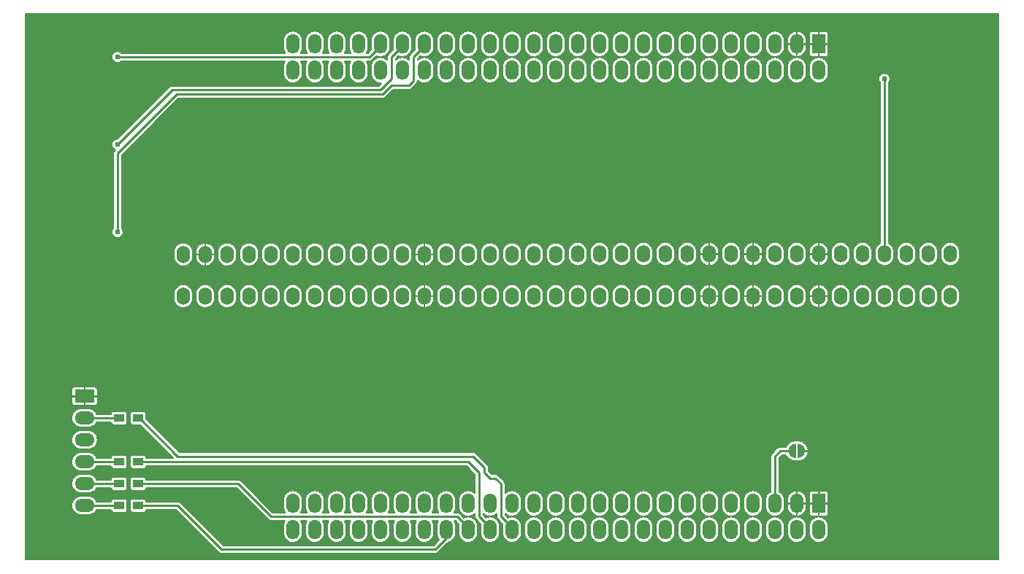
<source format=gbl>
G04 #@! TF.FileFunction,Copper,L2,Bot,Signal*
%FSLAX46Y46*%
G04 Gerber Fmt 4.6, Leading zero omitted, Abs format (unit mm)*
G04 Created by KiCad (PCBNEW 4.0.1-stable) date 1/13/2016 10:16:52 PM*
%MOMM*%
G01*
G04 APERTURE LIST*
%ADD10C,0.100000*%
%ADD11C,0.150000*%
%ADD12R,1.524000X2.286000*%
%ADD13O,1.524000X2.286000*%
%ADD14R,2.286000X1.524000*%
%ADD15O,2.286000X1.524000*%
%ADD16O,1.524000X2.032000*%
%ADD17R,1.200000X0.900000*%
%ADD18C,0.609600*%
%ADD19C,0.254000*%
%ADD20C,0.203200*%
G04 APERTURE END LIST*
D10*
D11*
X178816000Y-113639600D02*
X178816000Y-114960400D01*
X178816000Y-114960400D02*
X178714400Y-114960400D01*
X178714400Y-114960400D02*
X178714400Y-113639600D01*
X178714400Y-113639600D02*
X178612800Y-113639600D01*
X178612800Y-113639600D02*
X178612800Y-114909600D01*
X178612800Y-114909600D02*
X178511200Y-114909600D01*
X178511200Y-114909600D02*
X178511200Y-113741200D01*
X178511200Y-113741200D02*
X178409600Y-113792000D01*
X178409600Y-113792000D02*
X178409600Y-114757200D01*
X178409600Y-114757200D02*
X178308000Y-114655600D01*
X178308000Y-114655600D02*
X178308000Y-113944400D01*
X178308000Y-113944400D02*
X178257200Y-113995200D01*
X178257200Y-113995200D02*
X178257200Y-114554000D01*
X179527200Y-114909600D02*
X179628800Y-114909600D01*
X179628800Y-114909600D02*
X179628800Y-113792000D01*
X179628800Y-113792000D02*
X179730400Y-113792000D01*
X179730400Y-113792000D02*
X179730400Y-114757200D01*
X179730400Y-114757200D02*
X179781200Y-114757200D01*
X179781200Y-114757200D02*
X179781200Y-113893600D01*
X179781200Y-113893600D02*
X179832000Y-113893600D01*
X179832000Y-113893600D02*
X179832000Y-114604800D01*
X179832000Y-114604800D02*
X179882800Y-114604800D01*
X179882800Y-114604800D02*
X179882800Y-114046000D01*
X179324000Y-113588800D02*
X179324000Y-114960400D01*
X179324000Y-114960400D02*
X179425600Y-114960400D01*
X179425600Y-114960400D02*
X179425600Y-113639600D01*
X179425600Y-113639600D02*
X179527200Y-113639600D01*
X179527200Y-113639600D02*
X179527200Y-114909600D01*
X179527200Y-114909600D02*
X179578000Y-114909600D01*
X179222400Y-113538000D02*
X179222400Y-115062000D01*
X178917600Y-113538000D02*
X178917600Y-115062000D01*
X178917600Y-115062000D02*
G75*
G02X178155600Y-114300000I0J762000D01*
G01*
X178155600Y-114300000D02*
G75*
G02X178917600Y-113538000I762000J0D01*
G01*
X179222400Y-113538000D02*
G75*
G02X179984400Y-114300000I0J-762000D01*
G01*
X179984400Y-114300000D02*
G75*
G02X179222400Y-115062000I-762000J0D01*
G01*
D12*
X181610000Y-67056000D03*
D13*
X179070000Y-67056000D03*
X176530000Y-67056000D03*
X173990000Y-67056000D03*
X171450000Y-67056000D03*
X168910000Y-67056000D03*
X166370000Y-67056000D03*
X163830000Y-67056000D03*
X161290000Y-67056000D03*
X158750000Y-67056000D03*
X156210000Y-67056000D03*
X153670000Y-67056000D03*
X151130000Y-67056000D03*
X148590000Y-67056000D03*
X146050000Y-67056000D03*
X143510000Y-67056000D03*
X140970000Y-67056000D03*
X138430000Y-67056000D03*
X135890000Y-67056000D03*
X133350000Y-67056000D03*
X130810000Y-67056000D03*
X128270000Y-67056000D03*
X125730000Y-67056000D03*
X123190000Y-67056000D03*
X181610000Y-70104000D03*
X179070000Y-70104000D03*
X176530000Y-70104000D03*
X173990000Y-70104000D03*
X171450000Y-70104000D03*
X168910000Y-70104000D03*
X166370000Y-70104000D03*
X163830000Y-70104000D03*
X161290000Y-70104000D03*
X158750000Y-70104000D03*
X156210000Y-70104000D03*
X153670000Y-70104000D03*
X151130000Y-70104000D03*
X148590000Y-70104000D03*
X146050000Y-70104000D03*
X143510000Y-70104000D03*
X140970000Y-70104000D03*
X138430000Y-70104000D03*
X135890000Y-70104000D03*
X133350000Y-70104000D03*
X130810000Y-70104000D03*
X128270000Y-70104000D03*
X125730000Y-70104000D03*
X123190000Y-70104000D03*
X120650000Y-67056000D03*
X120650000Y-70104000D03*
D12*
X181610000Y-120396000D03*
D13*
X179070000Y-120396000D03*
X176530000Y-120396000D03*
X173990000Y-120396000D03*
X171450000Y-120396000D03*
X168910000Y-120396000D03*
X166370000Y-120396000D03*
X163830000Y-120396000D03*
X161290000Y-120396000D03*
X158750000Y-120396000D03*
X156210000Y-120396000D03*
X153670000Y-120396000D03*
X151130000Y-120396000D03*
X148590000Y-120396000D03*
X146050000Y-120396000D03*
X143510000Y-120396000D03*
X140970000Y-120396000D03*
X138430000Y-120396000D03*
X135890000Y-120396000D03*
X133350000Y-120396000D03*
X130810000Y-120396000D03*
X128270000Y-120396000D03*
X125730000Y-120396000D03*
X123190000Y-120396000D03*
X181610000Y-123444000D03*
X179070000Y-123444000D03*
X176530000Y-123444000D03*
X173990000Y-123444000D03*
X171450000Y-123444000D03*
X168910000Y-123444000D03*
X166370000Y-123444000D03*
X163830000Y-123444000D03*
X161290000Y-123444000D03*
X158750000Y-123444000D03*
X156210000Y-123444000D03*
X153670000Y-123444000D03*
X151130000Y-123444000D03*
X148590000Y-123444000D03*
X146050000Y-123444000D03*
X143510000Y-123444000D03*
X140970000Y-123444000D03*
X138430000Y-123444000D03*
X135890000Y-123444000D03*
X133350000Y-123444000D03*
X130810000Y-123444000D03*
X128270000Y-123444000D03*
X125730000Y-123444000D03*
X123190000Y-123444000D03*
X120650000Y-120396000D03*
X120650000Y-123444000D03*
D14*
X96520000Y-107950000D03*
D15*
X96520000Y-110490000D03*
X96520000Y-113030000D03*
X96520000Y-115570000D03*
X96520000Y-118110000D03*
X96520000Y-120650000D03*
D16*
X107950000Y-91490800D03*
X107950000Y-96342200D03*
X110490000Y-91490800D03*
X110490000Y-96342200D03*
X113030000Y-91490800D03*
X113030000Y-96342200D03*
X115570000Y-91490800D03*
X115570000Y-96342200D03*
X118110000Y-91490800D03*
X118110000Y-96342200D03*
X120650000Y-91490800D03*
X120650000Y-96342200D03*
X123190000Y-91490800D03*
X123190000Y-96342200D03*
X125730000Y-91490800D03*
X125730000Y-96342200D03*
X128270000Y-91490800D03*
X128270000Y-96342200D03*
X130810000Y-91490800D03*
X130810000Y-96342200D03*
X133350000Y-91490800D03*
X133350000Y-96342200D03*
X135890000Y-91490800D03*
X135890000Y-96342200D03*
X138430000Y-91490800D03*
X138430000Y-96342200D03*
X140970000Y-91490800D03*
X140970000Y-96342200D03*
X143510000Y-91490800D03*
X143510000Y-96342200D03*
X146050000Y-91490800D03*
X146050000Y-96342200D03*
X148590000Y-91490800D03*
X148590000Y-96342200D03*
X151130000Y-91490800D03*
X151130000Y-96342200D03*
X153670000Y-91440000D03*
X153670000Y-96342200D03*
X156210000Y-91440000D03*
X156210000Y-96342200D03*
X158750000Y-91440000D03*
X158750000Y-96342200D03*
X161290000Y-91440000D03*
X161290000Y-96342200D03*
X163830000Y-91440000D03*
X163830000Y-96342200D03*
X166370000Y-91440000D03*
X166370000Y-96342200D03*
X168910000Y-91440000D03*
X168910000Y-96342200D03*
X171450000Y-91440000D03*
X171450000Y-96342200D03*
X173990000Y-91440000D03*
X173990000Y-96342200D03*
X176530000Y-91440000D03*
X176530000Y-96342200D03*
X179070000Y-91440000D03*
X179070000Y-96342200D03*
X181610000Y-91440000D03*
X181610000Y-96342200D03*
X184150000Y-91440000D03*
X184150000Y-96342200D03*
X186690000Y-91440000D03*
X186690000Y-96342200D03*
X189230000Y-91440000D03*
X189230000Y-96342200D03*
X191770000Y-91440000D03*
X191770000Y-96342200D03*
X194310000Y-91440000D03*
X194310000Y-96342200D03*
X196850000Y-91440000D03*
X196850000Y-96342200D03*
D17*
X102700000Y-110490000D03*
X100500000Y-110490000D03*
X102700000Y-115570000D03*
X100500000Y-115570000D03*
X102700000Y-118110000D03*
X100500000Y-118110000D03*
X102700000Y-120650000D03*
X100500000Y-120650000D03*
D10*
G36*
X178870000Y-113750000D02*
X178870000Y-114850000D01*
X178270000Y-114750000D01*
X178270000Y-113850000D01*
X178870000Y-113750000D01*
X178870000Y-113750000D01*
G37*
G36*
X179270000Y-114850000D02*
X179270000Y-113750000D01*
X179870000Y-113850000D01*
X179870000Y-114750000D01*
X179270000Y-114850000D01*
X179270000Y-114850000D01*
G37*
D18*
X189230000Y-71120000D03*
X100330000Y-68580000D03*
X100330000Y-78740000D03*
X100330000Y-88900000D03*
D19*
X180340000Y-114300000D02*
X179570000Y-114300000D01*
X180238400Y-114300000D02*
X180340000Y-114300000D01*
X180340000Y-114300000D02*
X180975000Y-114300000D01*
X181610000Y-114935000D02*
X181610000Y-119380000D01*
X180975000Y-114300000D02*
X181610000Y-114935000D01*
X100500000Y-120650000D02*
X96520000Y-120650000D01*
X96520000Y-115570000D02*
X100500000Y-115570000D01*
X96520000Y-118110000D02*
X100500000Y-118110000D01*
X96520000Y-110490000D02*
X100500000Y-110490000D01*
X189230000Y-71120000D02*
X189230000Y-91440000D01*
X177800000Y-114300000D02*
X178570000Y-114300000D01*
X177952400Y-114300000D02*
X177800000Y-114300000D01*
X177800000Y-114300000D02*
X177165000Y-114300000D01*
X176530000Y-114935000D02*
X176530000Y-119380000D01*
X177165000Y-114300000D02*
X176530000Y-114935000D01*
X144780000Y-120650000D02*
X144780000Y-121920000D01*
X141605000Y-114935000D02*
X142875000Y-116205000D01*
X142875000Y-116205000D02*
X142875000Y-116840000D01*
X142875000Y-116840000D02*
X143510000Y-117475000D01*
X143510000Y-117475000D02*
X144145000Y-117475000D01*
X144145000Y-117475000D02*
X144780000Y-118110000D01*
X144780000Y-118110000D02*
X144780000Y-119380000D01*
X144780000Y-119380000D02*
X144780000Y-120650000D01*
X102870000Y-110490000D02*
X107315000Y-114935000D01*
X107315000Y-114935000D02*
X139065000Y-114935000D01*
X139065000Y-114935000D02*
X141605000Y-114935000D01*
X144780000Y-121920000D02*
X146050000Y-123190000D01*
X102700000Y-110490000D02*
X102870000Y-110490000D01*
X142240000Y-120650000D02*
X142240000Y-121920000D01*
X102700000Y-115570000D02*
X140970000Y-115570000D01*
X142240000Y-116840000D02*
X142240000Y-119380000D01*
X140970000Y-115570000D02*
X142240000Y-116840000D01*
X142240000Y-119380000D02*
X142240000Y-120650000D01*
X142240000Y-121920000D02*
X143510000Y-123190000D01*
X113665000Y-118110000D02*
X114300000Y-118110000D01*
X102700000Y-118110000D02*
X113665000Y-118110000D01*
X139700000Y-121920000D02*
X140970000Y-123190000D01*
X118110000Y-121920000D02*
X139700000Y-121920000D01*
X114300000Y-118110000D02*
X118110000Y-121920000D01*
X136525000Y-125730000D02*
X137160000Y-125730000D01*
X112395000Y-125730000D02*
X136525000Y-125730000D01*
X102700000Y-120650000D02*
X107315000Y-120650000D01*
X107315000Y-120650000D02*
X109855000Y-123190000D01*
X109855000Y-123190000D02*
X112395000Y-125730000D01*
X137160000Y-125730000D02*
X138430000Y-124460000D01*
X138430000Y-124460000D02*
X138430000Y-123190000D01*
X129540000Y-68580000D02*
X130810000Y-67310000D01*
X100330000Y-68580000D02*
X129540000Y-68580000D01*
X132080000Y-68580000D02*
X133350000Y-67310000D01*
X132080000Y-71120000D02*
X132080000Y-68580000D01*
X130810000Y-72390000D02*
X132080000Y-71120000D01*
X106680000Y-72390000D02*
X130810000Y-72390000D01*
X100330000Y-78740000D02*
X106680000Y-72390000D01*
X100330000Y-88900000D02*
X100330000Y-79756000D01*
X131064000Y-72898000D02*
X132080000Y-71882000D01*
X132080000Y-71882000D02*
X134112000Y-71882000D01*
X134112000Y-71882000D02*
X134620000Y-71374000D01*
X134620000Y-71374000D02*
X134620000Y-68580000D01*
X107188000Y-72898000D02*
X131064000Y-72898000D01*
X135890000Y-67310000D02*
X134620000Y-68580000D01*
X100330000Y-79756000D02*
X107188000Y-72898000D01*
D20*
G36*
X202463400Y-126898400D02*
X89636600Y-126898400D01*
X89636600Y-120642198D01*
X95014176Y-120642198D01*
X95033945Y-120859417D01*
X95095528Y-121068660D01*
X95196581Y-121261957D01*
X95333254Y-121431944D01*
X95500342Y-121572147D01*
X95691480Y-121677226D01*
X95899387Y-121743178D01*
X96116145Y-121767491D01*
X96131749Y-121767600D01*
X96908251Y-121767600D01*
X97125327Y-121746315D01*
X97334135Y-121683273D01*
X97526721Y-121580873D01*
X97695750Y-121443016D01*
X97834783Y-121274954D01*
X97911753Y-121132600D01*
X99545280Y-121132600D01*
X99547196Y-121156628D01*
X99576940Y-121252675D01*
X99632264Y-121336633D01*
X99708788Y-121401854D01*
X99800453Y-121443173D01*
X99900000Y-121457320D01*
X101100000Y-121457320D01*
X101156628Y-121452804D01*
X101252675Y-121423060D01*
X101336633Y-121367736D01*
X101401854Y-121291212D01*
X101443173Y-121199547D01*
X101457320Y-121100000D01*
X101457320Y-120200000D01*
X101452804Y-120143372D01*
X101423060Y-120047325D01*
X101367736Y-119963367D01*
X101291212Y-119898146D01*
X101199547Y-119856827D01*
X101100000Y-119842680D01*
X99900000Y-119842680D01*
X99843372Y-119847196D01*
X99747325Y-119876940D01*
X99663367Y-119932264D01*
X99598146Y-120008788D01*
X99556827Y-120100453D01*
X99547313Y-120167400D01*
X97911045Y-120167400D01*
X97843419Y-120038043D01*
X97706746Y-119868056D01*
X97539658Y-119727853D01*
X97348520Y-119622774D01*
X97140613Y-119556822D01*
X96923855Y-119532509D01*
X96908251Y-119532400D01*
X96131749Y-119532400D01*
X95914673Y-119553685D01*
X95705865Y-119616727D01*
X95513279Y-119719127D01*
X95344250Y-119856984D01*
X95205217Y-120025046D01*
X95101475Y-120216913D01*
X95036976Y-120425275D01*
X95014176Y-120642198D01*
X89636600Y-120642198D01*
X89636600Y-118102198D01*
X95014176Y-118102198D01*
X95033945Y-118319417D01*
X95095528Y-118528660D01*
X95196581Y-118721957D01*
X95333254Y-118891944D01*
X95500342Y-119032147D01*
X95691480Y-119137226D01*
X95899387Y-119203178D01*
X96116145Y-119227491D01*
X96131749Y-119227600D01*
X96908251Y-119227600D01*
X97125327Y-119206315D01*
X97334135Y-119143273D01*
X97526721Y-119040873D01*
X97695750Y-118903016D01*
X97834783Y-118734954D01*
X97911753Y-118592600D01*
X99545280Y-118592600D01*
X99547196Y-118616628D01*
X99576940Y-118712675D01*
X99632264Y-118796633D01*
X99708788Y-118861854D01*
X99800453Y-118903173D01*
X99900000Y-118917320D01*
X101100000Y-118917320D01*
X101156628Y-118912804D01*
X101252675Y-118883060D01*
X101336633Y-118827736D01*
X101401854Y-118751212D01*
X101443173Y-118659547D01*
X101457320Y-118560000D01*
X101457320Y-117660000D01*
X101742680Y-117660000D01*
X101742680Y-118560000D01*
X101747196Y-118616628D01*
X101776940Y-118712675D01*
X101832264Y-118796633D01*
X101908788Y-118861854D01*
X102000453Y-118903173D01*
X102100000Y-118917320D01*
X103300000Y-118917320D01*
X103356628Y-118912804D01*
X103452675Y-118883060D01*
X103536633Y-118827736D01*
X103601854Y-118751212D01*
X103643173Y-118659547D01*
X103652687Y-118592600D01*
X114100100Y-118592600D01*
X117768750Y-122261250D01*
X117803175Y-122289527D01*
X117837347Y-122318200D01*
X117839573Y-122319423D01*
X117841532Y-122321033D01*
X117880809Y-122342093D01*
X117919884Y-122363575D01*
X117922302Y-122364342D01*
X117924540Y-122365542D01*
X117967188Y-122378581D01*
X118009662Y-122392054D01*
X118012183Y-122392337D01*
X118014611Y-122393079D01*
X118058966Y-122397584D01*
X118103262Y-122402553D01*
X118108222Y-122402588D01*
X118108315Y-122402597D01*
X118108401Y-122402589D01*
X118110000Y-122402600D01*
X119746097Y-122402600D01*
X119727853Y-122424342D01*
X119622774Y-122615480D01*
X119556822Y-122823387D01*
X119532509Y-123040145D01*
X119532400Y-123055749D01*
X119532400Y-123832251D01*
X119553685Y-124049327D01*
X119616727Y-124258135D01*
X119719127Y-124450721D01*
X119856984Y-124619750D01*
X120025046Y-124758783D01*
X120216913Y-124862525D01*
X120425275Y-124927024D01*
X120642198Y-124949824D01*
X120859417Y-124930055D01*
X121068660Y-124868472D01*
X121261957Y-124767419D01*
X121431944Y-124630746D01*
X121572147Y-124463658D01*
X121677226Y-124272520D01*
X121743178Y-124064613D01*
X121767491Y-123847855D01*
X121767600Y-123832251D01*
X121767600Y-123055749D01*
X121746315Y-122838673D01*
X121683273Y-122629865D01*
X121580873Y-122437279D01*
X121552589Y-122402600D01*
X122286097Y-122402600D01*
X122267853Y-122424342D01*
X122162774Y-122615480D01*
X122096822Y-122823387D01*
X122072509Y-123040145D01*
X122072400Y-123055749D01*
X122072400Y-123832251D01*
X122093685Y-124049327D01*
X122156727Y-124258135D01*
X122259127Y-124450721D01*
X122396984Y-124619750D01*
X122565046Y-124758783D01*
X122756913Y-124862525D01*
X122965275Y-124927024D01*
X123182198Y-124949824D01*
X123399417Y-124930055D01*
X123608660Y-124868472D01*
X123801957Y-124767419D01*
X123971944Y-124630746D01*
X124112147Y-124463658D01*
X124217226Y-124272520D01*
X124283178Y-124064613D01*
X124307491Y-123847855D01*
X124307600Y-123832251D01*
X124307600Y-123055749D01*
X124286315Y-122838673D01*
X124223273Y-122629865D01*
X124120873Y-122437279D01*
X124092589Y-122402600D01*
X124826097Y-122402600D01*
X124807853Y-122424342D01*
X124702774Y-122615480D01*
X124636822Y-122823387D01*
X124612509Y-123040145D01*
X124612400Y-123055749D01*
X124612400Y-123832251D01*
X124633685Y-124049327D01*
X124696727Y-124258135D01*
X124799127Y-124450721D01*
X124936984Y-124619750D01*
X125105046Y-124758783D01*
X125296913Y-124862525D01*
X125505275Y-124927024D01*
X125722198Y-124949824D01*
X125939417Y-124930055D01*
X126148660Y-124868472D01*
X126341957Y-124767419D01*
X126511944Y-124630746D01*
X126652147Y-124463658D01*
X126757226Y-124272520D01*
X126823178Y-124064613D01*
X126847491Y-123847855D01*
X126847600Y-123832251D01*
X126847600Y-123055749D01*
X126826315Y-122838673D01*
X126763273Y-122629865D01*
X126660873Y-122437279D01*
X126632589Y-122402600D01*
X127366097Y-122402600D01*
X127347853Y-122424342D01*
X127242774Y-122615480D01*
X127176822Y-122823387D01*
X127152509Y-123040145D01*
X127152400Y-123055749D01*
X127152400Y-123832251D01*
X127173685Y-124049327D01*
X127236727Y-124258135D01*
X127339127Y-124450721D01*
X127476984Y-124619750D01*
X127645046Y-124758783D01*
X127836913Y-124862525D01*
X128045275Y-124927024D01*
X128262198Y-124949824D01*
X128479417Y-124930055D01*
X128688660Y-124868472D01*
X128881957Y-124767419D01*
X129051944Y-124630746D01*
X129192147Y-124463658D01*
X129297226Y-124272520D01*
X129363178Y-124064613D01*
X129387491Y-123847855D01*
X129387600Y-123832251D01*
X129387600Y-123055749D01*
X129366315Y-122838673D01*
X129303273Y-122629865D01*
X129200873Y-122437279D01*
X129172589Y-122402600D01*
X129906097Y-122402600D01*
X129887853Y-122424342D01*
X129782774Y-122615480D01*
X129716822Y-122823387D01*
X129692509Y-123040145D01*
X129692400Y-123055749D01*
X129692400Y-123832251D01*
X129713685Y-124049327D01*
X129776727Y-124258135D01*
X129879127Y-124450721D01*
X130016984Y-124619750D01*
X130185046Y-124758783D01*
X130376913Y-124862525D01*
X130585275Y-124927024D01*
X130802198Y-124949824D01*
X131019417Y-124930055D01*
X131228660Y-124868472D01*
X131421957Y-124767419D01*
X131591944Y-124630746D01*
X131732147Y-124463658D01*
X131837226Y-124272520D01*
X131903178Y-124064613D01*
X131927491Y-123847855D01*
X131927600Y-123832251D01*
X131927600Y-123055749D01*
X131906315Y-122838673D01*
X131843273Y-122629865D01*
X131740873Y-122437279D01*
X131712589Y-122402600D01*
X132446097Y-122402600D01*
X132427853Y-122424342D01*
X132322774Y-122615480D01*
X132256822Y-122823387D01*
X132232509Y-123040145D01*
X132232400Y-123055749D01*
X132232400Y-123832251D01*
X132253685Y-124049327D01*
X132316727Y-124258135D01*
X132419127Y-124450721D01*
X132556984Y-124619750D01*
X132725046Y-124758783D01*
X132916913Y-124862525D01*
X133125275Y-124927024D01*
X133342198Y-124949824D01*
X133559417Y-124930055D01*
X133768660Y-124868472D01*
X133961957Y-124767419D01*
X134131944Y-124630746D01*
X134272147Y-124463658D01*
X134377226Y-124272520D01*
X134443178Y-124064613D01*
X134467491Y-123847855D01*
X134467600Y-123832251D01*
X134467600Y-123055749D01*
X134446315Y-122838673D01*
X134383273Y-122629865D01*
X134280873Y-122437279D01*
X134252589Y-122402600D01*
X134986097Y-122402600D01*
X134967853Y-122424342D01*
X134862774Y-122615480D01*
X134796822Y-122823387D01*
X134772509Y-123040145D01*
X134772400Y-123055749D01*
X134772400Y-123832251D01*
X134793685Y-124049327D01*
X134856727Y-124258135D01*
X134959127Y-124450721D01*
X135096984Y-124619750D01*
X135265046Y-124758783D01*
X135456913Y-124862525D01*
X135665275Y-124927024D01*
X135882198Y-124949824D01*
X136099417Y-124930055D01*
X136308660Y-124868472D01*
X136501957Y-124767419D01*
X136671944Y-124630746D01*
X136812147Y-124463658D01*
X136917226Y-124272520D01*
X136983178Y-124064613D01*
X137007491Y-123847855D01*
X137007600Y-123832251D01*
X137007600Y-123055749D01*
X136986315Y-122838673D01*
X136923273Y-122629865D01*
X136820873Y-122437279D01*
X136792589Y-122402600D01*
X137526097Y-122402600D01*
X137507853Y-122424342D01*
X137402774Y-122615480D01*
X137336822Y-122823387D01*
X137312509Y-123040145D01*
X137312400Y-123055749D01*
X137312400Y-123832251D01*
X137333685Y-124049327D01*
X137396727Y-124258135D01*
X137499127Y-124450721D01*
X137614867Y-124592633D01*
X136960100Y-125247400D01*
X112594899Y-125247400D01*
X110196250Y-122848750D01*
X110196244Y-122848745D01*
X107656250Y-120308750D01*
X107621803Y-120280455D01*
X107587653Y-120251800D01*
X107585430Y-120250578D01*
X107583469Y-120248967D01*
X107544152Y-120227885D01*
X107505116Y-120206425D01*
X107502700Y-120205659D01*
X107500461Y-120204458D01*
X107457798Y-120191415D01*
X107415338Y-120177946D01*
X107412817Y-120177663D01*
X107410389Y-120176921D01*
X107366034Y-120172416D01*
X107321738Y-120167447D01*
X107316778Y-120167412D01*
X107316685Y-120167403D01*
X107316599Y-120167411D01*
X107315000Y-120167400D01*
X103654720Y-120167400D01*
X103652804Y-120143372D01*
X103623060Y-120047325D01*
X103567736Y-119963367D01*
X103491212Y-119898146D01*
X103399547Y-119856827D01*
X103300000Y-119842680D01*
X102100000Y-119842680D01*
X102043372Y-119847196D01*
X101947325Y-119876940D01*
X101863367Y-119932264D01*
X101798146Y-120008788D01*
X101756827Y-120100453D01*
X101742680Y-120200000D01*
X101742680Y-121100000D01*
X101747196Y-121156628D01*
X101776940Y-121252675D01*
X101832264Y-121336633D01*
X101908788Y-121401854D01*
X102000453Y-121443173D01*
X102100000Y-121457320D01*
X103300000Y-121457320D01*
X103356628Y-121452804D01*
X103452675Y-121423060D01*
X103536633Y-121367736D01*
X103601854Y-121291212D01*
X103643173Y-121199547D01*
X103652687Y-121132600D01*
X107115100Y-121132600D01*
X109513679Y-123531178D01*
X109513750Y-123531250D01*
X112053750Y-126071249D01*
X112088141Y-126099498D01*
X112122347Y-126128200D01*
X112124573Y-126129424D01*
X112126531Y-126131032D01*
X112165774Y-126152074D01*
X112204884Y-126173575D01*
X112207304Y-126174343D01*
X112209539Y-126175541D01*
X112252169Y-126188575D01*
X112294662Y-126202054D01*
X112297182Y-126202337D01*
X112299610Y-126203079D01*
X112343971Y-126207585D01*
X112388262Y-126212553D01*
X112393222Y-126212588D01*
X112393315Y-126212597D01*
X112393401Y-126212589D01*
X112395000Y-126212600D01*
X137160000Y-126212600D01*
X137204326Y-126208254D01*
X137248775Y-126204365D01*
X137251214Y-126203656D01*
X137253737Y-126203409D01*
X137296400Y-126190528D01*
X137339223Y-126178087D01*
X137341475Y-126176920D01*
X137343905Y-126176186D01*
X137383295Y-126155242D01*
X137422843Y-126134742D01*
X137424824Y-126133161D01*
X137427067Y-126131968D01*
X137461625Y-126103783D01*
X137496452Y-126075981D01*
X137499988Y-126072495D01*
X137500056Y-126072439D01*
X137500108Y-126072376D01*
X137501250Y-126071250D01*
X138643708Y-124928792D01*
X138848660Y-124868472D01*
X139041957Y-124767419D01*
X139211944Y-124630746D01*
X139352147Y-124463658D01*
X139457226Y-124272520D01*
X139523178Y-124064613D01*
X139547491Y-123847855D01*
X139547600Y-123832251D01*
X139547600Y-123055749D01*
X139526315Y-122838673D01*
X139463273Y-122629865D01*
X139360873Y-122437279D01*
X139332589Y-122402600D01*
X139500100Y-122402600D01*
X139887434Y-122789934D01*
X139876822Y-122823387D01*
X139852509Y-123040145D01*
X139852400Y-123055749D01*
X139852400Y-123832251D01*
X139873685Y-124049327D01*
X139936727Y-124258135D01*
X140039127Y-124450721D01*
X140176984Y-124619750D01*
X140345046Y-124758783D01*
X140536913Y-124862525D01*
X140745275Y-124927024D01*
X140962198Y-124949824D01*
X141179417Y-124930055D01*
X141388660Y-124868472D01*
X141581957Y-124767419D01*
X141751944Y-124630746D01*
X141892147Y-124463658D01*
X141997226Y-124272520D01*
X142063178Y-124064613D01*
X142087491Y-123847855D01*
X142087600Y-123832251D01*
X142087600Y-123055749D01*
X142066315Y-122838673D01*
X142003273Y-122629865D01*
X141900873Y-122437279D01*
X141763016Y-122268250D01*
X141594954Y-122129217D01*
X141403087Y-122025475D01*
X141194725Y-121960976D01*
X140977802Y-121938176D01*
X140760583Y-121957945D01*
X140551340Y-122019528D01*
X140505823Y-122043323D01*
X140041250Y-121578750D01*
X140006803Y-121550455D01*
X139972653Y-121521800D01*
X139970430Y-121520578D01*
X139968469Y-121518967D01*
X139929152Y-121497885D01*
X139890116Y-121476425D01*
X139887700Y-121475659D01*
X139885461Y-121474458D01*
X139842798Y-121461415D01*
X139800338Y-121447946D01*
X139797817Y-121447663D01*
X139795389Y-121446921D01*
X139751034Y-121442416D01*
X139706738Y-121437447D01*
X139701778Y-121437412D01*
X139701685Y-121437403D01*
X139701599Y-121437411D01*
X139700000Y-121437400D01*
X139333903Y-121437400D01*
X139352147Y-121415658D01*
X139457226Y-121224520D01*
X139523178Y-121016613D01*
X139547491Y-120799855D01*
X139547600Y-120784251D01*
X139547600Y-120007749D01*
X139526315Y-119790673D01*
X139463273Y-119581865D01*
X139360873Y-119389279D01*
X139223016Y-119220250D01*
X139054954Y-119081217D01*
X138863087Y-118977475D01*
X138654725Y-118912976D01*
X138437802Y-118890176D01*
X138220583Y-118909945D01*
X138011340Y-118971528D01*
X137818043Y-119072581D01*
X137648056Y-119209254D01*
X137507853Y-119376342D01*
X137402774Y-119567480D01*
X137336822Y-119775387D01*
X137312509Y-119992145D01*
X137312400Y-120007749D01*
X137312400Y-120784251D01*
X137333685Y-121001327D01*
X137396727Y-121210135D01*
X137499127Y-121402721D01*
X137527411Y-121437400D01*
X136793903Y-121437400D01*
X136812147Y-121415658D01*
X136917226Y-121224520D01*
X136983178Y-121016613D01*
X137007491Y-120799855D01*
X137007600Y-120784251D01*
X137007600Y-120007749D01*
X136986315Y-119790673D01*
X136923273Y-119581865D01*
X136820873Y-119389279D01*
X136683016Y-119220250D01*
X136514954Y-119081217D01*
X136323087Y-118977475D01*
X136114725Y-118912976D01*
X135897802Y-118890176D01*
X135680583Y-118909945D01*
X135471340Y-118971528D01*
X135278043Y-119072581D01*
X135108056Y-119209254D01*
X134967853Y-119376342D01*
X134862774Y-119567480D01*
X134796822Y-119775387D01*
X134772509Y-119992145D01*
X134772400Y-120007749D01*
X134772400Y-120784251D01*
X134793685Y-121001327D01*
X134856727Y-121210135D01*
X134959127Y-121402721D01*
X134987411Y-121437400D01*
X134253903Y-121437400D01*
X134272147Y-121415658D01*
X134377226Y-121224520D01*
X134443178Y-121016613D01*
X134467491Y-120799855D01*
X134467600Y-120784251D01*
X134467600Y-120007749D01*
X134446315Y-119790673D01*
X134383273Y-119581865D01*
X134280873Y-119389279D01*
X134143016Y-119220250D01*
X133974954Y-119081217D01*
X133783087Y-118977475D01*
X133574725Y-118912976D01*
X133357802Y-118890176D01*
X133140583Y-118909945D01*
X132931340Y-118971528D01*
X132738043Y-119072581D01*
X132568056Y-119209254D01*
X132427853Y-119376342D01*
X132322774Y-119567480D01*
X132256822Y-119775387D01*
X132232509Y-119992145D01*
X132232400Y-120007749D01*
X132232400Y-120784251D01*
X132253685Y-121001327D01*
X132316727Y-121210135D01*
X132419127Y-121402721D01*
X132447411Y-121437400D01*
X131713903Y-121437400D01*
X131732147Y-121415658D01*
X131837226Y-121224520D01*
X131903178Y-121016613D01*
X131927491Y-120799855D01*
X131927600Y-120784251D01*
X131927600Y-120007749D01*
X131906315Y-119790673D01*
X131843273Y-119581865D01*
X131740873Y-119389279D01*
X131603016Y-119220250D01*
X131434954Y-119081217D01*
X131243087Y-118977475D01*
X131034725Y-118912976D01*
X130817802Y-118890176D01*
X130600583Y-118909945D01*
X130391340Y-118971528D01*
X130198043Y-119072581D01*
X130028056Y-119209254D01*
X129887853Y-119376342D01*
X129782774Y-119567480D01*
X129716822Y-119775387D01*
X129692509Y-119992145D01*
X129692400Y-120007749D01*
X129692400Y-120784251D01*
X129713685Y-121001327D01*
X129776727Y-121210135D01*
X129879127Y-121402721D01*
X129907411Y-121437400D01*
X129173903Y-121437400D01*
X129192147Y-121415658D01*
X129297226Y-121224520D01*
X129363178Y-121016613D01*
X129387491Y-120799855D01*
X129387600Y-120784251D01*
X129387600Y-120007749D01*
X129366315Y-119790673D01*
X129303273Y-119581865D01*
X129200873Y-119389279D01*
X129063016Y-119220250D01*
X128894954Y-119081217D01*
X128703087Y-118977475D01*
X128494725Y-118912976D01*
X128277802Y-118890176D01*
X128060583Y-118909945D01*
X127851340Y-118971528D01*
X127658043Y-119072581D01*
X127488056Y-119209254D01*
X127347853Y-119376342D01*
X127242774Y-119567480D01*
X127176822Y-119775387D01*
X127152509Y-119992145D01*
X127152400Y-120007749D01*
X127152400Y-120784251D01*
X127173685Y-121001327D01*
X127236727Y-121210135D01*
X127339127Y-121402721D01*
X127367411Y-121437400D01*
X126633903Y-121437400D01*
X126652147Y-121415658D01*
X126757226Y-121224520D01*
X126823178Y-121016613D01*
X126847491Y-120799855D01*
X126847600Y-120784251D01*
X126847600Y-120007749D01*
X126826315Y-119790673D01*
X126763273Y-119581865D01*
X126660873Y-119389279D01*
X126523016Y-119220250D01*
X126354954Y-119081217D01*
X126163087Y-118977475D01*
X125954725Y-118912976D01*
X125737802Y-118890176D01*
X125520583Y-118909945D01*
X125311340Y-118971528D01*
X125118043Y-119072581D01*
X124948056Y-119209254D01*
X124807853Y-119376342D01*
X124702774Y-119567480D01*
X124636822Y-119775387D01*
X124612509Y-119992145D01*
X124612400Y-120007749D01*
X124612400Y-120784251D01*
X124633685Y-121001327D01*
X124696727Y-121210135D01*
X124799127Y-121402721D01*
X124827411Y-121437400D01*
X124093903Y-121437400D01*
X124112147Y-121415658D01*
X124217226Y-121224520D01*
X124283178Y-121016613D01*
X124307491Y-120799855D01*
X124307600Y-120784251D01*
X124307600Y-120007749D01*
X124286315Y-119790673D01*
X124223273Y-119581865D01*
X124120873Y-119389279D01*
X123983016Y-119220250D01*
X123814954Y-119081217D01*
X123623087Y-118977475D01*
X123414725Y-118912976D01*
X123197802Y-118890176D01*
X122980583Y-118909945D01*
X122771340Y-118971528D01*
X122578043Y-119072581D01*
X122408056Y-119209254D01*
X122267853Y-119376342D01*
X122162774Y-119567480D01*
X122096822Y-119775387D01*
X122072509Y-119992145D01*
X122072400Y-120007749D01*
X122072400Y-120784251D01*
X122093685Y-121001327D01*
X122156727Y-121210135D01*
X122259127Y-121402721D01*
X122287411Y-121437400D01*
X121553903Y-121437400D01*
X121572147Y-121415658D01*
X121677226Y-121224520D01*
X121743178Y-121016613D01*
X121767491Y-120799855D01*
X121767600Y-120784251D01*
X121767600Y-120007749D01*
X121746315Y-119790673D01*
X121683273Y-119581865D01*
X121580873Y-119389279D01*
X121443016Y-119220250D01*
X121274954Y-119081217D01*
X121083087Y-118977475D01*
X120874725Y-118912976D01*
X120657802Y-118890176D01*
X120440583Y-118909945D01*
X120231340Y-118971528D01*
X120038043Y-119072581D01*
X119868056Y-119209254D01*
X119727853Y-119376342D01*
X119622774Y-119567480D01*
X119556822Y-119775387D01*
X119532509Y-119992145D01*
X119532400Y-120007749D01*
X119532400Y-120784251D01*
X119553685Y-121001327D01*
X119616727Y-121210135D01*
X119719127Y-121402721D01*
X119747411Y-121437400D01*
X118309900Y-121437400D01*
X114641250Y-117768750D01*
X114606803Y-117740455D01*
X114572653Y-117711800D01*
X114570430Y-117710578D01*
X114568469Y-117708967D01*
X114529152Y-117687885D01*
X114490116Y-117666425D01*
X114487700Y-117665659D01*
X114485461Y-117664458D01*
X114442798Y-117651415D01*
X114400338Y-117637946D01*
X114397817Y-117637663D01*
X114395389Y-117636921D01*
X114351034Y-117632416D01*
X114306738Y-117627447D01*
X114301778Y-117627412D01*
X114301685Y-117627403D01*
X114301599Y-117627411D01*
X114300000Y-117627400D01*
X103654720Y-117627400D01*
X103652804Y-117603372D01*
X103623060Y-117507325D01*
X103567736Y-117423367D01*
X103491212Y-117358146D01*
X103399547Y-117316827D01*
X103300000Y-117302680D01*
X102100000Y-117302680D01*
X102043372Y-117307196D01*
X101947325Y-117336940D01*
X101863367Y-117392264D01*
X101798146Y-117468788D01*
X101756827Y-117560453D01*
X101742680Y-117660000D01*
X101457320Y-117660000D01*
X101452804Y-117603372D01*
X101423060Y-117507325D01*
X101367736Y-117423367D01*
X101291212Y-117358146D01*
X101199547Y-117316827D01*
X101100000Y-117302680D01*
X99900000Y-117302680D01*
X99843372Y-117307196D01*
X99747325Y-117336940D01*
X99663367Y-117392264D01*
X99598146Y-117468788D01*
X99556827Y-117560453D01*
X99547313Y-117627400D01*
X97911045Y-117627400D01*
X97843419Y-117498043D01*
X97706746Y-117328056D01*
X97539658Y-117187853D01*
X97348520Y-117082774D01*
X97140613Y-117016822D01*
X96923855Y-116992509D01*
X96908251Y-116992400D01*
X96131749Y-116992400D01*
X95914673Y-117013685D01*
X95705865Y-117076727D01*
X95513279Y-117179127D01*
X95344250Y-117316984D01*
X95205217Y-117485046D01*
X95101475Y-117676913D01*
X95036976Y-117885275D01*
X95014176Y-118102198D01*
X89636600Y-118102198D01*
X89636600Y-115562198D01*
X95014176Y-115562198D01*
X95033945Y-115779417D01*
X95095528Y-115988660D01*
X95196581Y-116181957D01*
X95333254Y-116351944D01*
X95500342Y-116492147D01*
X95691480Y-116597226D01*
X95899387Y-116663178D01*
X96116145Y-116687491D01*
X96131749Y-116687600D01*
X96908251Y-116687600D01*
X97125327Y-116666315D01*
X97334135Y-116603273D01*
X97526721Y-116500873D01*
X97695750Y-116363016D01*
X97834783Y-116194954D01*
X97911753Y-116052600D01*
X99545280Y-116052600D01*
X99547196Y-116076628D01*
X99576940Y-116172675D01*
X99632264Y-116256633D01*
X99708788Y-116321854D01*
X99800453Y-116363173D01*
X99900000Y-116377320D01*
X101100000Y-116377320D01*
X101156628Y-116372804D01*
X101252675Y-116343060D01*
X101336633Y-116287736D01*
X101401854Y-116211212D01*
X101443173Y-116119547D01*
X101457320Y-116020000D01*
X101457320Y-115120000D01*
X101452804Y-115063372D01*
X101423060Y-114967325D01*
X101367736Y-114883367D01*
X101291212Y-114818146D01*
X101199547Y-114776827D01*
X101100000Y-114762680D01*
X99900000Y-114762680D01*
X99843372Y-114767196D01*
X99747325Y-114796940D01*
X99663367Y-114852264D01*
X99598146Y-114928788D01*
X99556827Y-115020453D01*
X99547313Y-115087400D01*
X97911045Y-115087400D01*
X97843419Y-114958043D01*
X97706746Y-114788056D01*
X97539658Y-114647853D01*
X97348520Y-114542774D01*
X97140613Y-114476822D01*
X96923855Y-114452509D01*
X96908251Y-114452400D01*
X96131749Y-114452400D01*
X95914673Y-114473685D01*
X95705865Y-114536727D01*
X95513279Y-114639127D01*
X95344250Y-114776984D01*
X95205217Y-114945046D01*
X95101475Y-115136913D01*
X95036976Y-115345275D01*
X95014176Y-115562198D01*
X89636600Y-115562198D01*
X89636600Y-113022198D01*
X95014176Y-113022198D01*
X95033945Y-113239417D01*
X95095528Y-113448660D01*
X95196581Y-113641957D01*
X95333254Y-113811944D01*
X95500342Y-113952147D01*
X95691480Y-114057226D01*
X95899387Y-114123178D01*
X96116145Y-114147491D01*
X96131749Y-114147600D01*
X96908251Y-114147600D01*
X97125327Y-114126315D01*
X97334135Y-114063273D01*
X97526721Y-113960873D01*
X97695750Y-113823016D01*
X97834783Y-113654954D01*
X97938525Y-113463087D01*
X98003024Y-113254725D01*
X98025824Y-113037802D01*
X98006055Y-112820583D01*
X97944472Y-112611340D01*
X97843419Y-112418043D01*
X97706746Y-112248056D01*
X97539658Y-112107853D01*
X97348520Y-112002774D01*
X97140613Y-111936822D01*
X96923855Y-111912509D01*
X96908251Y-111912400D01*
X96131749Y-111912400D01*
X95914673Y-111933685D01*
X95705865Y-111996727D01*
X95513279Y-112099127D01*
X95344250Y-112236984D01*
X95205217Y-112405046D01*
X95101475Y-112596913D01*
X95036976Y-112805275D01*
X95014176Y-113022198D01*
X89636600Y-113022198D01*
X89636600Y-110482198D01*
X95014176Y-110482198D01*
X95033945Y-110699417D01*
X95095528Y-110908660D01*
X95196581Y-111101957D01*
X95333254Y-111271944D01*
X95500342Y-111412147D01*
X95691480Y-111517226D01*
X95899387Y-111583178D01*
X96116145Y-111607491D01*
X96131749Y-111607600D01*
X96908251Y-111607600D01*
X97125327Y-111586315D01*
X97334135Y-111523273D01*
X97526721Y-111420873D01*
X97695750Y-111283016D01*
X97834783Y-111114954D01*
X97911753Y-110972600D01*
X99545280Y-110972600D01*
X99547196Y-110996628D01*
X99576940Y-111092675D01*
X99632264Y-111176633D01*
X99708788Y-111241854D01*
X99800453Y-111283173D01*
X99900000Y-111297320D01*
X101100000Y-111297320D01*
X101156628Y-111292804D01*
X101252675Y-111263060D01*
X101336633Y-111207736D01*
X101401854Y-111131212D01*
X101443173Y-111039547D01*
X101457320Y-110940000D01*
X101457320Y-110040000D01*
X101742680Y-110040000D01*
X101742680Y-110940000D01*
X101747196Y-110996628D01*
X101776940Y-111092675D01*
X101832264Y-111176633D01*
X101908788Y-111241854D01*
X102000453Y-111283173D01*
X102100000Y-111297320D01*
X102994820Y-111297320D01*
X106784900Y-115087400D01*
X103654720Y-115087400D01*
X103652804Y-115063372D01*
X103623060Y-114967325D01*
X103567736Y-114883367D01*
X103491212Y-114818146D01*
X103399547Y-114776827D01*
X103300000Y-114762680D01*
X102100000Y-114762680D01*
X102043372Y-114767196D01*
X101947325Y-114796940D01*
X101863367Y-114852264D01*
X101798146Y-114928788D01*
X101756827Y-115020453D01*
X101742680Y-115120000D01*
X101742680Y-116020000D01*
X101747196Y-116076628D01*
X101776940Y-116172675D01*
X101832264Y-116256633D01*
X101908788Y-116321854D01*
X102000453Y-116363173D01*
X102100000Y-116377320D01*
X103300000Y-116377320D01*
X103356628Y-116372804D01*
X103452675Y-116343060D01*
X103536633Y-116287736D01*
X103601854Y-116211212D01*
X103643173Y-116119547D01*
X103652687Y-116052600D01*
X140770100Y-116052600D01*
X141757400Y-117039900D01*
X141757400Y-119215604D01*
X141594954Y-119081217D01*
X141403087Y-118977475D01*
X141194725Y-118912976D01*
X140977802Y-118890176D01*
X140760583Y-118909945D01*
X140551340Y-118971528D01*
X140358043Y-119072581D01*
X140188056Y-119209254D01*
X140047853Y-119376342D01*
X139942774Y-119567480D01*
X139876822Y-119775387D01*
X139852509Y-119992145D01*
X139852400Y-120007749D01*
X139852400Y-120784251D01*
X139873685Y-121001327D01*
X139936727Y-121210135D01*
X140039127Y-121402721D01*
X140176984Y-121571750D01*
X140345046Y-121710783D01*
X140536913Y-121814525D01*
X140745275Y-121879024D01*
X140962198Y-121901824D01*
X141179417Y-121882055D01*
X141388660Y-121820472D01*
X141581957Y-121719419D01*
X141751944Y-121582746D01*
X141757400Y-121576244D01*
X141757400Y-121920000D01*
X141761746Y-121964326D01*
X141765635Y-122008775D01*
X141766344Y-122011214D01*
X141766591Y-122013737D01*
X141779472Y-122056400D01*
X141791913Y-122099223D01*
X141793080Y-122101475D01*
X141793814Y-122103905D01*
X141814758Y-122143295D01*
X141835258Y-122182843D01*
X141836839Y-122184824D01*
X141838032Y-122187067D01*
X141866217Y-122221625D01*
X141894019Y-122256452D01*
X141897505Y-122259988D01*
X141897561Y-122260056D01*
X141897624Y-122260108D01*
X141898750Y-122261250D01*
X142427434Y-122789934D01*
X142416822Y-122823387D01*
X142392509Y-123040145D01*
X142392400Y-123055749D01*
X142392400Y-123832251D01*
X142413685Y-124049327D01*
X142476727Y-124258135D01*
X142579127Y-124450721D01*
X142716984Y-124619750D01*
X142885046Y-124758783D01*
X143076913Y-124862525D01*
X143285275Y-124927024D01*
X143502198Y-124949824D01*
X143719417Y-124930055D01*
X143928660Y-124868472D01*
X144121957Y-124767419D01*
X144291944Y-124630746D01*
X144432147Y-124463658D01*
X144537226Y-124272520D01*
X144603178Y-124064613D01*
X144627491Y-123847855D01*
X144627600Y-123832251D01*
X144627600Y-123055749D01*
X144606315Y-122838673D01*
X144543273Y-122629865D01*
X144440873Y-122437279D01*
X144303016Y-122268250D01*
X144134954Y-122129217D01*
X143943087Y-122025475D01*
X143734725Y-121960976D01*
X143517802Y-121938176D01*
X143300583Y-121957945D01*
X143091340Y-122019528D01*
X143045823Y-122043323D01*
X142722600Y-121720100D01*
X142722600Y-121576396D01*
X142885046Y-121710783D01*
X143076913Y-121814525D01*
X143285275Y-121879024D01*
X143502198Y-121901824D01*
X143719417Y-121882055D01*
X143928660Y-121820472D01*
X144121957Y-121719419D01*
X144291944Y-121582746D01*
X144297400Y-121576244D01*
X144297400Y-121920000D01*
X144301746Y-121964326D01*
X144305635Y-122008775D01*
X144306344Y-122011214D01*
X144306591Y-122013737D01*
X144319472Y-122056400D01*
X144331913Y-122099223D01*
X144333080Y-122101475D01*
X144333814Y-122103905D01*
X144354758Y-122143295D01*
X144375258Y-122182843D01*
X144376839Y-122184824D01*
X144378032Y-122187067D01*
X144406217Y-122221625D01*
X144434019Y-122256452D01*
X144437505Y-122259988D01*
X144437561Y-122260056D01*
X144437624Y-122260108D01*
X144438750Y-122261250D01*
X144967434Y-122789934D01*
X144956822Y-122823387D01*
X144932509Y-123040145D01*
X144932400Y-123055749D01*
X144932400Y-123832251D01*
X144953685Y-124049327D01*
X145016727Y-124258135D01*
X145119127Y-124450721D01*
X145256984Y-124619750D01*
X145425046Y-124758783D01*
X145616913Y-124862525D01*
X145825275Y-124927024D01*
X146042198Y-124949824D01*
X146259417Y-124930055D01*
X146468660Y-124868472D01*
X146661957Y-124767419D01*
X146831944Y-124630746D01*
X146972147Y-124463658D01*
X147077226Y-124272520D01*
X147143178Y-124064613D01*
X147167491Y-123847855D01*
X147167600Y-123832251D01*
X147167600Y-123055749D01*
X147472400Y-123055749D01*
X147472400Y-123832251D01*
X147493685Y-124049327D01*
X147556727Y-124258135D01*
X147659127Y-124450721D01*
X147796984Y-124619750D01*
X147965046Y-124758783D01*
X148156913Y-124862525D01*
X148365275Y-124927024D01*
X148582198Y-124949824D01*
X148799417Y-124930055D01*
X149008660Y-124868472D01*
X149201957Y-124767419D01*
X149371944Y-124630746D01*
X149512147Y-124463658D01*
X149617226Y-124272520D01*
X149683178Y-124064613D01*
X149707491Y-123847855D01*
X149707600Y-123832251D01*
X149707600Y-123055749D01*
X150012400Y-123055749D01*
X150012400Y-123832251D01*
X150033685Y-124049327D01*
X150096727Y-124258135D01*
X150199127Y-124450721D01*
X150336984Y-124619750D01*
X150505046Y-124758783D01*
X150696913Y-124862525D01*
X150905275Y-124927024D01*
X151122198Y-124949824D01*
X151339417Y-124930055D01*
X151548660Y-124868472D01*
X151741957Y-124767419D01*
X151911944Y-124630746D01*
X152052147Y-124463658D01*
X152157226Y-124272520D01*
X152223178Y-124064613D01*
X152247491Y-123847855D01*
X152247600Y-123832251D01*
X152247600Y-123055749D01*
X152552400Y-123055749D01*
X152552400Y-123832251D01*
X152573685Y-124049327D01*
X152636727Y-124258135D01*
X152739127Y-124450721D01*
X152876984Y-124619750D01*
X153045046Y-124758783D01*
X153236913Y-124862525D01*
X153445275Y-124927024D01*
X153662198Y-124949824D01*
X153879417Y-124930055D01*
X154088660Y-124868472D01*
X154281957Y-124767419D01*
X154451944Y-124630746D01*
X154592147Y-124463658D01*
X154697226Y-124272520D01*
X154763178Y-124064613D01*
X154787491Y-123847855D01*
X154787600Y-123832251D01*
X154787600Y-123055749D01*
X155092400Y-123055749D01*
X155092400Y-123832251D01*
X155113685Y-124049327D01*
X155176727Y-124258135D01*
X155279127Y-124450721D01*
X155416984Y-124619750D01*
X155585046Y-124758783D01*
X155776913Y-124862525D01*
X155985275Y-124927024D01*
X156202198Y-124949824D01*
X156419417Y-124930055D01*
X156628660Y-124868472D01*
X156821957Y-124767419D01*
X156991944Y-124630746D01*
X157132147Y-124463658D01*
X157237226Y-124272520D01*
X157303178Y-124064613D01*
X157327491Y-123847855D01*
X157327600Y-123832251D01*
X157327600Y-123055749D01*
X157632400Y-123055749D01*
X157632400Y-123832251D01*
X157653685Y-124049327D01*
X157716727Y-124258135D01*
X157819127Y-124450721D01*
X157956984Y-124619750D01*
X158125046Y-124758783D01*
X158316913Y-124862525D01*
X158525275Y-124927024D01*
X158742198Y-124949824D01*
X158959417Y-124930055D01*
X159168660Y-124868472D01*
X159361957Y-124767419D01*
X159531944Y-124630746D01*
X159672147Y-124463658D01*
X159777226Y-124272520D01*
X159843178Y-124064613D01*
X159867491Y-123847855D01*
X159867600Y-123832251D01*
X159867600Y-123055749D01*
X160172400Y-123055749D01*
X160172400Y-123832251D01*
X160193685Y-124049327D01*
X160256727Y-124258135D01*
X160359127Y-124450721D01*
X160496984Y-124619750D01*
X160665046Y-124758783D01*
X160856913Y-124862525D01*
X161065275Y-124927024D01*
X161282198Y-124949824D01*
X161499417Y-124930055D01*
X161708660Y-124868472D01*
X161901957Y-124767419D01*
X162071944Y-124630746D01*
X162212147Y-124463658D01*
X162317226Y-124272520D01*
X162383178Y-124064613D01*
X162407491Y-123847855D01*
X162407600Y-123832251D01*
X162407600Y-123055749D01*
X162712400Y-123055749D01*
X162712400Y-123832251D01*
X162733685Y-124049327D01*
X162796727Y-124258135D01*
X162899127Y-124450721D01*
X163036984Y-124619750D01*
X163205046Y-124758783D01*
X163396913Y-124862525D01*
X163605275Y-124927024D01*
X163822198Y-124949824D01*
X164039417Y-124930055D01*
X164248660Y-124868472D01*
X164441957Y-124767419D01*
X164611944Y-124630746D01*
X164752147Y-124463658D01*
X164857226Y-124272520D01*
X164923178Y-124064613D01*
X164947491Y-123847855D01*
X164947600Y-123832251D01*
X164947600Y-123055749D01*
X165252400Y-123055749D01*
X165252400Y-123832251D01*
X165273685Y-124049327D01*
X165336727Y-124258135D01*
X165439127Y-124450721D01*
X165576984Y-124619750D01*
X165745046Y-124758783D01*
X165936913Y-124862525D01*
X166145275Y-124927024D01*
X166362198Y-124949824D01*
X166579417Y-124930055D01*
X166788660Y-124868472D01*
X166981957Y-124767419D01*
X167151944Y-124630746D01*
X167292147Y-124463658D01*
X167397226Y-124272520D01*
X167463178Y-124064613D01*
X167487491Y-123847855D01*
X167487600Y-123832251D01*
X167487600Y-123055749D01*
X167792400Y-123055749D01*
X167792400Y-123832251D01*
X167813685Y-124049327D01*
X167876727Y-124258135D01*
X167979127Y-124450721D01*
X168116984Y-124619750D01*
X168285046Y-124758783D01*
X168476913Y-124862525D01*
X168685275Y-124927024D01*
X168902198Y-124949824D01*
X169119417Y-124930055D01*
X169328660Y-124868472D01*
X169521957Y-124767419D01*
X169691944Y-124630746D01*
X169832147Y-124463658D01*
X169937226Y-124272520D01*
X170003178Y-124064613D01*
X170027491Y-123847855D01*
X170027600Y-123832251D01*
X170027600Y-123055749D01*
X170332400Y-123055749D01*
X170332400Y-123832251D01*
X170353685Y-124049327D01*
X170416727Y-124258135D01*
X170519127Y-124450721D01*
X170656984Y-124619750D01*
X170825046Y-124758783D01*
X171016913Y-124862525D01*
X171225275Y-124927024D01*
X171442198Y-124949824D01*
X171659417Y-124930055D01*
X171868660Y-124868472D01*
X172061957Y-124767419D01*
X172231944Y-124630746D01*
X172372147Y-124463658D01*
X172477226Y-124272520D01*
X172543178Y-124064613D01*
X172567491Y-123847855D01*
X172567600Y-123832251D01*
X172567600Y-123055749D01*
X172872400Y-123055749D01*
X172872400Y-123832251D01*
X172893685Y-124049327D01*
X172956727Y-124258135D01*
X173059127Y-124450721D01*
X173196984Y-124619750D01*
X173365046Y-124758783D01*
X173556913Y-124862525D01*
X173765275Y-124927024D01*
X173982198Y-124949824D01*
X174199417Y-124930055D01*
X174408660Y-124868472D01*
X174601957Y-124767419D01*
X174771944Y-124630746D01*
X174912147Y-124463658D01*
X175017226Y-124272520D01*
X175083178Y-124064613D01*
X175107491Y-123847855D01*
X175107600Y-123832251D01*
X175107600Y-123055749D01*
X175412400Y-123055749D01*
X175412400Y-123832251D01*
X175433685Y-124049327D01*
X175496727Y-124258135D01*
X175599127Y-124450721D01*
X175736984Y-124619750D01*
X175905046Y-124758783D01*
X176096913Y-124862525D01*
X176305275Y-124927024D01*
X176522198Y-124949824D01*
X176739417Y-124930055D01*
X176948660Y-124868472D01*
X177141957Y-124767419D01*
X177311944Y-124630746D01*
X177452147Y-124463658D01*
X177557226Y-124272520D01*
X177623178Y-124064613D01*
X177647491Y-123847855D01*
X177647600Y-123832251D01*
X177647600Y-123055749D01*
X177952400Y-123055749D01*
X177952400Y-123832251D01*
X177973685Y-124049327D01*
X178036727Y-124258135D01*
X178139127Y-124450721D01*
X178276984Y-124619750D01*
X178445046Y-124758783D01*
X178636913Y-124862525D01*
X178845275Y-124927024D01*
X179062198Y-124949824D01*
X179279417Y-124930055D01*
X179488660Y-124868472D01*
X179681957Y-124767419D01*
X179851944Y-124630746D01*
X179992147Y-124463658D01*
X180097226Y-124272520D01*
X180163178Y-124064613D01*
X180187491Y-123847855D01*
X180187600Y-123832251D01*
X180187600Y-123055749D01*
X180492400Y-123055749D01*
X180492400Y-123832251D01*
X180513685Y-124049327D01*
X180576727Y-124258135D01*
X180679127Y-124450721D01*
X180816984Y-124619750D01*
X180985046Y-124758783D01*
X181176913Y-124862525D01*
X181385275Y-124927024D01*
X181602198Y-124949824D01*
X181819417Y-124930055D01*
X182028660Y-124868472D01*
X182221957Y-124767419D01*
X182391944Y-124630746D01*
X182532147Y-124463658D01*
X182637226Y-124272520D01*
X182703178Y-124064613D01*
X182727491Y-123847855D01*
X182727600Y-123832251D01*
X182727600Y-123055749D01*
X182706315Y-122838673D01*
X182643273Y-122629865D01*
X182540873Y-122437279D01*
X182403016Y-122268250D01*
X182234954Y-122129217D01*
X182043087Y-122025475D01*
X181834725Y-121960976D01*
X181617802Y-121938176D01*
X181400583Y-121957945D01*
X181191340Y-122019528D01*
X180998043Y-122120581D01*
X180828056Y-122257254D01*
X180687853Y-122424342D01*
X180582774Y-122615480D01*
X180516822Y-122823387D01*
X180492509Y-123040145D01*
X180492400Y-123055749D01*
X180187600Y-123055749D01*
X180166315Y-122838673D01*
X180103273Y-122629865D01*
X180000873Y-122437279D01*
X179863016Y-122268250D01*
X179694954Y-122129217D01*
X179503087Y-122025475D01*
X179294725Y-121960976D01*
X179077802Y-121938176D01*
X178860583Y-121957945D01*
X178651340Y-122019528D01*
X178458043Y-122120581D01*
X178288056Y-122257254D01*
X178147853Y-122424342D01*
X178042774Y-122615480D01*
X177976822Y-122823387D01*
X177952509Y-123040145D01*
X177952400Y-123055749D01*
X177647600Y-123055749D01*
X177626315Y-122838673D01*
X177563273Y-122629865D01*
X177460873Y-122437279D01*
X177323016Y-122268250D01*
X177154954Y-122129217D01*
X176963087Y-122025475D01*
X176754725Y-121960976D01*
X176537802Y-121938176D01*
X176320583Y-121957945D01*
X176111340Y-122019528D01*
X175918043Y-122120581D01*
X175748056Y-122257254D01*
X175607853Y-122424342D01*
X175502774Y-122615480D01*
X175436822Y-122823387D01*
X175412509Y-123040145D01*
X175412400Y-123055749D01*
X175107600Y-123055749D01*
X175086315Y-122838673D01*
X175023273Y-122629865D01*
X174920873Y-122437279D01*
X174783016Y-122268250D01*
X174614954Y-122129217D01*
X174423087Y-122025475D01*
X174214725Y-121960976D01*
X173997802Y-121938176D01*
X173780583Y-121957945D01*
X173571340Y-122019528D01*
X173378043Y-122120581D01*
X173208056Y-122257254D01*
X173067853Y-122424342D01*
X172962774Y-122615480D01*
X172896822Y-122823387D01*
X172872509Y-123040145D01*
X172872400Y-123055749D01*
X172567600Y-123055749D01*
X172546315Y-122838673D01*
X172483273Y-122629865D01*
X172380873Y-122437279D01*
X172243016Y-122268250D01*
X172074954Y-122129217D01*
X171883087Y-122025475D01*
X171674725Y-121960976D01*
X171457802Y-121938176D01*
X171240583Y-121957945D01*
X171031340Y-122019528D01*
X170838043Y-122120581D01*
X170668056Y-122257254D01*
X170527853Y-122424342D01*
X170422774Y-122615480D01*
X170356822Y-122823387D01*
X170332509Y-123040145D01*
X170332400Y-123055749D01*
X170027600Y-123055749D01*
X170006315Y-122838673D01*
X169943273Y-122629865D01*
X169840873Y-122437279D01*
X169703016Y-122268250D01*
X169534954Y-122129217D01*
X169343087Y-122025475D01*
X169134725Y-121960976D01*
X168917802Y-121938176D01*
X168700583Y-121957945D01*
X168491340Y-122019528D01*
X168298043Y-122120581D01*
X168128056Y-122257254D01*
X167987853Y-122424342D01*
X167882774Y-122615480D01*
X167816822Y-122823387D01*
X167792509Y-123040145D01*
X167792400Y-123055749D01*
X167487600Y-123055749D01*
X167466315Y-122838673D01*
X167403273Y-122629865D01*
X167300873Y-122437279D01*
X167163016Y-122268250D01*
X166994954Y-122129217D01*
X166803087Y-122025475D01*
X166594725Y-121960976D01*
X166377802Y-121938176D01*
X166160583Y-121957945D01*
X165951340Y-122019528D01*
X165758043Y-122120581D01*
X165588056Y-122257254D01*
X165447853Y-122424342D01*
X165342774Y-122615480D01*
X165276822Y-122823387D01*
X165252509Y-123040145D01*
X165252400Y-123055749D01*
X164947600Y-123055749D01*
X164926315Y-122838673D01*
X164863273Y-122629865D01*
X164760873Y-122437279D01*
X164623016Y-122268250D01*
X164454954Y-122129217D01*
X164263087Y-122025475D01*
X164054725Y-121960976D01*
X163837802Y-121938176D01*
X163620583Y-121957945D01*
X163411340Y-122019528D01*
X163218043Y-122120581D01*
X163048056Y-122257254D01*
X162907853Y-122424342D01*
X162802774Y-122615480D01*
X162736822Y-122823387D01*
X162712509Y-123040145D01*
X162712400Y-123055749D01*
X162407600Y-123055749D01*
X162386315Y-122838673D01*
X162323273Y-122629865D01*
X162220873Y-122437279D01*
X162083016Y-122268250D01*
X161914954Y-122129217D01*
X161723087Y-122025475D01*
X161514725Y-121960976D01*
X161297802Y-121938176D01*
X161080583Y-121957945D01*
X160871340Y-122019528D01*
X160678043Y-122120581D01*
X160508056Y-122257254D01*
X160367853Y-122424342D01*
X160262774Y-122615480D01*
X160196822Y-122823387D01*
X160172509Y-123040145D01*
X160172400Y-123055749D01*
X159867600Y-123055749D01*
X159846315Y-122838673D01*
X159783273Y-122629865D01*
X159680873Y-122437279D01*
X159543016Y-122268250D01*
X159374954Y-122129217D01*
X159183087Y-122025475D01*
X158974725Y-121960976D01*
X158757802Y-121938176D01*
X158540583Y-121957945D01*
X158331340Y-122019528D01*
X158138043Y-122120581D01*
X157968056Y-122257254D01*
X157827853Y-122424342D01*
X157722774Y-122615480D01*
X157656822Y-122823387D01*
X157632509Y-123040145D01*
X157632400Y-123055749D01*
X157327600Y-123055749D01*
X157306315Y-122838673D01*
X157243273Y-122629865D01*
X157140873Y-122437279D01*
X157003016Y-122268250D01*
X156834954Y-122129217D01*
X156643087Y-122025475D01*
X156434725Y-121960976D01*
X156217802Y-121938176D01*
X156000583Y-121957945D01*
X155791340Y-122019528D01*
X155598043Y-122120581D01*
X155428056Y-122257254D01*
X155287853Y-122424342D01*
X155182774Y-122615480D01*
X155116822Y-122823387D01*
X155092509Y-123040145D01*
X155092400Y-123055749D01*
X154787600Y-123055749D01*
X154766315Y-122838673D01*
X154703273Y-122629865D01*
X154600873Y-122437279D01*
X154463016Y-122268250D01*
X154294954Y-122129217D01*
X154103087Y-122025475D01*
X153894725Y-121960976D01*
X153677802Y-121938176D01*
X153460583Y-121957945D01*
X153251340Y-122019528D01*
X153058043Y-122120581D01*
X152888056Y-122257254D01*
X152747853Y-122424342D01*
X152642774Y-122615480D01*
X152576822Y-122823387D01*
X152552509Y-123040145D01*
X152552400Y-123055749D01*
X152247600Y-123055749D01*
X152226315Y-122838673D01*
X152163273Y-122629865D01*
X152060873Y-122437279D01*
X151923016Y-122268250D01*
X151754954Y-122129217D01*
X151563087Y-122025475D01*
X151354725Y-121960976D01*
X151137802Y-121938176D01*
X150920583Y-121957945D01*
X150711340Y-122019528D01*
X150518043Y-122120581D01*
X150348056Y-122257254D01*
X150207853Y-122424342D01*
X150102774Y-122615480D01*
X150036822Y-122823387D01*
X150012509Y-123040145D01*
X150012400Y-123055749D01*
X149707600Y-123055749D01*
X149686315Y-122838673D01*
X149623273Y-122629865D01*
X149520873Y-122437279D01*
X149383016Y-122268250D01*
X149214954Y-122129217D01*
X149023087Y-122025475D01*
X148814725Y-121960976D01*
X148597802Y-121938176D01*
X148380583Y-121957945D01*
X148171340Y-122019528D01*
X147978043Y-122120581D01*
X147808056Y-122257254D01*
X147667853Y-122424342D01*
X147562774Y-122615480D01*
X147496822Y-122823387D01*
X147472509Y-123040145D01*
X147472400Y-123055749D01*
X147167600Y-123055749D01*
X147146315Y-122838673D01*
X147083273Y-122629865D01*
X146980873Y-122437279D01*
X146843016Y-122268250D01*
X146674954Y-122129217D01*
X146483087Y-122025475D01*
X146274725Y-121960976D01*
X146057802Y-121938176D01*
X145840583Y-121957945D01*
X145631340Y-122019528D01*
X145585823Y-122043323D01*
X145262600Y-121720100D01*
X145262600Y-121576396D01*
X145425046Y-121710783D01*
X145616913Y-121814525D01*
X145825275Y-121879024D01*
X146042198Y-121901824D01*
X146259417Y-121882055D01*
X146468660Y-121820472D01*
X146661957Y-121719419D01*
X146831944Y-121582746D01*
X146972147Y-121415658D01*
X147077226Y-121224520D01*
X147143178Y-121016613D01*
X147167491Y-120799855D01*
X147167600Y-120784251D01*
X147167600Y-120007749D01*
X147472400Y-120007749D01*
X147472400Y-120784251D01*
X147493685Y-121001327D01*
X147556727Y-121210135D01*
X147659127Y-121402721D01*
X147796984Y-121571750D01*
X147965046Y-121710783D01*
X148156913Y-121814525D01*
X148365275Y-121879024D01*
X148582198Y-121901824D01*
X148799417Y-121882055D01*
X149008660Y-121820472D01*
X149201957Y-121719419D01*
X149371944Y-121582746D01*
X149512147Y-121415658D01*
X149617226Y-121224520D01*
X149683178Y-121016613D01*
X149707491Y-120799855D01*
X149707600Y-120784251D01*
X149707600Y-120007749D01*
X150012400Y-120007749D01*
X150012400Y-120784251D01*
X150033685Y-121001327D01*
X150096727Y-121210135D01*
X150199127Y-121402721D01*
X150336984Y-121571750D01*
X150505046Y-121710783D01*
X150696913Y-121814525D01*
X150905275Y-121879024D01*
X151122198Y-121901824D01*
X151339417Y-121882055D01*
X151548660Y-121820472D01*
X151741957Y-121719419D01*
X151911944Y-121582746D01*
X152052147Y-121415658D01*
X152157226Y-121224520D01*
X152223178Y-121016613D01*
X152247491Y-120799855D01*
X152247600Y-120784251D01*
X152247600Y-120007749D01*
X152552400Y-120007749D01*
X152552400Y-120784251D01*
X152573685Y-121001327D01*
X152636727Y-121210135D01*
X152739127Y-121402721D01*
X152876984Y-121571750D01*
X153045046Y-121710783D01*
X153236913Y-121814525D01*
X153445275Y-121879024D01*
X153662198Y-121901824D01*
X153879417Y-121882055D01*
X154088660Y-121820472D01*
X154281957Y-121719419D01*
X154451944Y-121582746D01*
X154592147Y-121415658D01*
X154697226Y-121224520D01*
X154763178Y-121016613D01*
X154787491Y-120799855D01*
X154787600Y-120784251D01*
X154787600Y-120007749D01*
X155092400Y-120007749D01*
X155092400Y-120784251D01*
X155113685Y-121001327D01*
X155176727Y-121210135D01*
X155279127Y-121402721D01*
X155416984Y-121571750D01*
X155585046Y-121710783D01*
X155776913Y-121814525D01*
X155985275Y-121879024D01*
X156202198Y-121901824D01*
X156419417Y-121882055D01*
X156628660Y-121820472D01*
X156821957Y-121719419D01*
X156991944Y-121582746D01*
X157132147Y-121415658D01*
X157237226Y-121224520D01*
X157303178Y-121016613D01*
X157327491Y-120799855D01*
X157327600Y-120784251D01*
X157327600Y-120007749D01*
X157632400Y-120007749D01*
X157632400Y-120784251D01*
X157653685Y-121001327D01*
X157716727Y-121210135D01*
X157819127Y-121402721D01*
X157956984Y-121571750D01*
X158125046Y-121710783D01*
X158316913Y-121814525D01*
X158525275Y-121879024D01*
X158742198Y-121901824D01*
X158959417Y-121882055D01*
X159168660Y-121820472D01*
X159361957Y-121719419D01*
X159531944Y-121582746D01*
X159672147Y-121415658D01*
X159777226Y-121224520D01*
X159843178Y-121016613D01*
X159867491Y-120799855D01*
X159867600Y-120784251D01*
X159867600Y-120007749D01*
X160172400Y-120007749D01*
X160172400Y-120784251D01*
X160193685Y-121001327D01*
X160256727Y-121210135D01*
X160359127Y-121402721D01*
X160496984Y-121571750D01*
X160665046Y-121710783D01*
X160856913Y-121814525D01*
X161065275Y-121879024D01*
X161282198Y-121901824D01*
X161499417Y-121882055D01*
X161708660Y-121820472D01*
X161901957Y-121719419D01*
X162071944Y-121582746D01*
X162212147Y-121415658D01*
X162317226Y-121224520D01*
X162383178Y-121016613D01*
X162407491Y-120799855D01*
X162407600Y-120784251D01*
X162407600Y-120007749D01*
X162712400Y-120007749D01*
X162712400Y-120784251D01*
X162733685Y-121001327D01*
X162796727Y-121210135D01*
X162899127Y-121402721D01*
X163036984Y-121571750D01*
X163205046Y-121710783D01*
X163396913Y-121814525D01*
X163605275Y-121879024D01*
X163822198Y-121901824D01*
X164039417Y-121882055D01*
X164248660Y-121820472D01*
X164441957Y-121719419D01*
X164611944Y-121582746D01*
X164752147Y-121415658D01*
X164857226Y-121224520D01*
X164923178Y-121016613D01*
X164947491Y-120799855D01*
X164947600Y-120784251D01*
X164947600Y-120007749D01*
X165252400Y-120007749D01*
X165252400Y-120784251D01*
X165273685Y-121001327D01*
X165336727Y-121210135D01*
X165439127Y-121402721D01*
X165576984Y-121571750D01*
X165745046Y-121710783D01*
X165936913Y-121814525D01*
X166145275Y-121879024D01*
X166362198Y-121901824D01*
X166579417Y-121882055D01*
X166788660Y-121820472D01*
X166981957Y-121719419D01*
X167151944Y-121582746D01*
X167292147Y-121415658D01*
X167397226Y-121224520D01*
X167463178Y-121016613D01*
X167487491Y-120799855D01*
X167487600Y-120784251D01*
X167487600Y-120007749D01*
X167792400Y-120007749D01*
X167792400Y-120784251D01*
X167813685Y-121001327D01*
X167876727Y-121210135D01*
X167979127Y-121402721D01*
X168116984Y-121571750D01*
X168285046Y-121710783D01*
X168476913Y-121814525D01*
X168685275Y-121879024D01*
X168902198Y-121901824D01*
X169119417Y-121882055D01*
X169328660Y-121820472D01*
X169521957Y-121719419D01*
X169691944Y-121582746D01*
X169832147Y-121415658D01*
X169937226Y-121224520D01*
X170003178Y-121016613D01*
X170027491Y-120799855D01*
X170027600Y-120784251D01*
X170027600Y-120007749D01*
X170332400Y-120007749D01*
X170332400Y-120784251D01*
X170353685Y-121001327D01*
X170416727Y-121210135D01*
X170519127Y-121402721D01*
X170656984Y-121571750D01*
X170825046Y-121710783D01*
X171016913Y-121814525D01*
X171225275Y-121879024D01*
X171442198Y-121901824D01*
X171659417Y-121882055D01*
X171868660Y-121820472D01*
X172061957Y-121719419D01*
X172231944Y-121582746D01*
X172372147Y-121415658D01*
X172477226Y-121224520D01*
X172543178Y-121016613D01*
X172567491Y-120799855D01*
X172567600Y-120784251D01*
X172567600Y-120007749D01*
X172872400Y-120007749D01*
X172872400Y-120784251D01*
X172893685Y-121001327D01*
X172956727Y-121210135D01*
X173059127Y-121402721D01*
X173196984Y-121571750D01*
X173365046Y-121710783D01*
X173556913Y-121814525D01*
X173765275Y-121879024D01*
X173982198Y-121901824D01*
X174199417Y-121882055D01*
X174408660Y-121820472D01*
X174601957Y-121719419D01*
X174771944Y-121582746D01*
X174912147Y-121415658D01*
X175017226Y-121224520D01*
X175083178Y-121016613D01*
X175107491Y-120799855D01*
X175107600Y-120784251D01*
X175107600Y-120007749D01*
X175412400Y-120007749D01*
X175412400Y-120784251D01*
X175433685Y-121001327D01*
X175496727Y-121210135D01*
X175599127Y-121402721D01*
X175736984Y-121571750D01*
X175905046Y-121710783D01*
X176096913Y-121814525D01*
X176305275Y-121879024D01*
X176522198Y-121901824D01*
X176739417Y-121882055D01*
X176948660Y-121820472D01*
X177141957Y-121719419D01*
X177311944Y-121582746D01*
X177452147Y-121415658D01*
X177557226Y-121224520D01*
X177623178Y-121016613D01*
X177647491Y-120799855D01*
X177647600Y-120784251D01*
X177647600Y-120421400D01*
X177952400Y-120421400D01*
X177952400Y-120802400D01*
X177978830Y-121019945D01*
X178047193Y-121228154D01*
X178154862Y-121419025D01*
X178297699Y-121585223D01*
X178470215Y-121720362D01*
X178665780Y-121819248D01*
X178870127Y-121876582D01*
X179044600Y-121805386D01*
X179044600Y-120421400D01*
X179095400Y-120421400D01*
X179095400Y-121805386D01*
X179269873Y-121876582D01*
X179474220Y-121819248D01*
X179669785Y-121720362D01*
X179842301Y-121585223D01*
X179985138Y-121419025D01*
X180092807Y-121228154D01*
X180161170Y-121019945D01*
X180187600Y-120802400D01*
X180187600Y-120510300D01*
X180492400Y-120510300D01*
X180492400Y-121574023D01*
X180506065Y-121642724D01*
X180532871Y-121707439D01*
X180571787Y-121765681D01*
X180621318Y-121815212D01*
X180679560Y-121854128D01*
X180744275Y-121880934D01*
X180812976Y-121894600D01*
X181495700Y-121894600D01*
X181584600Y-121805700D01*
X181584600Y-120421400D01*
X181635400Y-120421400D01*
X181635400Y-121805700D01*
X181724300Y-121894600D01*
X182407024Y-121894600D01*
X182475725Y-121880934D01*
X182540440Y-121854128D01*
X182598682Y-121815212D01*
X182648213Y-121765681D01*
X182687129Y-121707439D01*
X182713935Y-121642724D01*
X182727600Y-121574023D01*
X182727600Y-120510300D01*
X182638700Y-120421400D01*
X181635400Y-120421400D01*
X181584600Y-120421400D01*
X180581300Y-120421400D01*
X180492400Y-120510300D01*
X180187600Y-120510300D01*
X180187600Y-120421400D01*
X179095400Y-120421400D01*
X179044600Y-120421400D01*
X177952400Y-120421400D01*
X177647600Y-120421400D01*
X177647600Y-120007749D01*
X177645821Y-119989600D01*
X177952400Y-119989600D01*
X177952400Y-120370600D01*
X179044600Y-120370600D01*
X179044600Y-118986614D01*
X179095400Y-118986614D01*
X179095400Y-120370600D01*
X180187600Y-120370600D01*
X180187600Y-119989600D01*
X180161170Y-119772055D01*
X180092807Y-119563846D01*
X179985138Y-119372975D01*
X179851927Y-119217977D01*
X180492400Y-119217977D01*
X180492400Y-120281700D01*
X180581300Y-120370600D01*
X181584600Y-120370600D01*
X181584600Y-118986300D01*
X181635400Y-118986300D01*
X181635400Y-120370600D01*
X182638700Y-120370600D01*
X182727600Y-120281700D01*
X182727600Y-119217977D01*
X182713935Y-119149276D01*
X182687129Y-119084561D01*
X182648213Y-119026319D01*
X182598682Y-118976788D01*
X182540440Y-118937872D01*
X182475725Y-118911066D01*
X182407024Y-118897400D01*
X181724300Y-118897400D01*
X181635400Y-118986300D01*
X181584600Y-118986300D01*
X181495700Y-118897400D01*
X180812976Y-118897400D01*
X180744275Y-118911066D01*
X180679560Y-118937872D01*
X180621318Y-118976788D01*
X180571787Y-119026319D01*
X180532871Y-119084561D01*
X180506065Y-119149276D01*
X180492400Y-119217977D01*
X179851927Y-119217977D01*
X179842301Y-119206777D01*
X179669785Y-119071638D01*
X179474220Y-118972752D01*
X179269873Y-118915418D01*
X179095400Y-118986614D01*
X179044600Y-118986614D01*
X178870127Y-118915418D01*
X178665780Y-118972752D01*
X178470215Y-119071638D01*
X178297699Y-119206777D01*
X178154862Y-119372975D01*
X178047193Y-119563846D01*
X177978830Y-119772055D01*
X177952400Y-119989600D01*
X177645821Y-119989600D01*
X177626315Y-119790673D01*
X177563273Y-119581865D01*
X177460873Y-119389279D01*
X177323016Y-119220250D01*
X177154954Y-119081217D01*
X177012600Y-119004247D01*
X177012600Y-115134900D01*
X177364899Y-114782600D01*
X177828619Y-114782600D01*
X177833541Y-114794782D01*
X177836363Y-114800091D01*
X177907096Y-114930909D01*
X177928912Y-114963252D01*
X177950291Y-114995922D01*
X177954091Y-115000581D01*
X178048887Y-115115169D01*
X178076595Y-115142684D01*
X178103885Y-115170552D01*
X178108517Y-115174384D01*
X178223764Y-115268377D01*
X178256268Y-115289972D01*
X178288472Y-115312023D01*
X178293761Y-115314883D01*
X178425069Y-115384701D01*
X178461138Y-115399567D01*
X178497023Y-115414948D01*
X178502766Y-115416726D01*
X178645135Y-115459709D01*
X178683358Y-115467277D01*
X178721595Y-115475405D01*
X178727574Y-115476033D01*
X178875582Y-115490545D01*
X178895138Y-115490545D01*
X178914594Y-115492590D01*
X178937063Y-115490545D01*
X178959620Y-115490545D01*
X178978808Y-115486746D01*
X178998286Y-115484973D01*
X179019923Y-115478605D01*
X179042058Y-115474222D01*
X179060147Y-115466766D01*
X179070720Y-115463654D01*
X179094996Y-115471169D01*
X179096038Y-115471495D01*
X179100388Y-115473324D01*
X179104699Y-115474209D01*
X179134378Y-115483507D01*
X179135110Y-115483586D01*
X179135816Y-115483805D01*
X179167854Y-115487173D01*
X179182710Y-115490222D01*
X179197163Y-115490323D01*
X179217926Y-115492577D01*
X179219314Y-115492582D01*
X179219394Y-115492590D01*
X179219480Y-115492582D01*
X179223938Y-115492597D01*
X179229258Y-115492578D01*
X179247952Y-115490678D01*
X179266746Y-115490809D01*
X179272730Y-115490222D01*
X179420631Y-115474677D01*
X179458872Y-115466827D01*
X179497195Y-115459517D01*
X179502947Y-115457780D01*
X179502953Y-115457779D01*
X179502959Y-115457777D01*
X179645017Y-115413803D01*
X179680995Y-115398679D01*
X179717182Y-115384059D01*
X179722491Y-115381237D01*
X179853309Y-115310504D01*
X179885660Y-115288683D01*
X179918322Y-115267309D01*
X179922981Y-115263509D01*
X180037569Y-115168713D01*
X180065084Y-115141005D01*
X180092952Y-115113715D01*
X180096784Y-115109083D01*
X180190777Y-114993836D01*
X180212372Y-114961332D01*
X180234423Y-114929128D01*
X180237283Y-114923839D01*
X180307101Y-114792531D01*
X180321967Y-114756462D01*
X180337348Y-114720577D01*
X180339126Y-114714834D01*
X180382109Y-114572465D01*
X180389677Y-114534242D01*
X180397805Y-114496005D01*
X180398433Y-114490026D01*
X180412945Y-114342018D01*
X180412945Y-114323192D01*
X180414977Y-114304474D01*
X180414997Y-114298462D01*
X180414978Y-114293142D01*
X180413078Y-114274448D01*
X180413209Y-114255654D01*
X180412622Y-114249670D01*
X180397077Y-114101769D01*
X180389229Y-114063535D01*
X180381917Y-114025205D01*
X180380180Y-114019450D01*
X180336203Y-113877383D01*
X180321068Y-113841377D01*
X180306459Y-113805218D01*
X180303637Y-113799909D01*
X180232904Y-113669091D01*
X180211083Y-113636740D01*
X180189709Y-113604078D01*
X180185909Y-113599419D01*
X180091113Y-113484831D01*
X180063421Y-113457332D01*
X180036115Y-113429448D01*
X180031482Y-113425615D01*
X179916236Y-113331623D01*
X179883732Y-113310028D01*
X179851528Y-113287977D01*
X179846239Y-113285117D01*
X179714931Y-113215299D01*
X179678862Y-113200433D01*
X179642977Y-113185052D01*
X179637233Y-113183274D01*
X179494865Y-113140290D01*
X179456568Y-113132708D01*
X179418405Y-113124596D01*
X179412426Y-113123967D01*
X179264419Y-113109455D01*
X179244862Y-113109455D01*
X179225406Y-113107410D01*
X179202937Y-113109455D01*
X179180380Y-113109455D01*
X179161192Y-113113254D01*
X179141714Y-113115027D01*
X179120077Y-113121395D01*
X179097942Y-113125778D01*
X179079853Y-113133234D01*
X179069280Y-113136346D01*
X179045004Y-113128831D01*
X179043962Y-113128505D01*
X179039612Y-113126676D01*
X179035300Y-113125791D01*
X179005622Y-113116493D01*
X179004890Y-113116414D01*
X179004184Y-113116195D01*
X178972148Y-113112828D01*
X178957291Y-113109778D01*
X178942837Y-113109677D01*
X178922074Y-113107423D01*
X178920686Y-113107418D01*
X178920606Y-113107410D01*
X178920520Y-113107418D01*
X178916062Y-113107403D01*
X178910742Y-113107422D01*
X178892048Y-113109322D01*
X178873254Y-113109191D01*
X178867270Y-113109778D01*
X178719369Y-113125323D01*
X178681135Y-113133171D01*
X178642805Y-113140483D01*
X178637050Y-113142220D01*
X178494983Y-113186197D01*
X178458977Y-113201332D01*
X178422818Y-113215941D01*
X178417509Y-113218763D01*
X178286691Y-113289496D01*
X178254340Y-113311317D01*
X178221678Y-113332691D01*
X178217019Y-113336491D01*
X178102431Y-113431287D01*
X178074932Y-113458979D01*
X178047048Y-113486285D01*
X178043215Y-113490918D01*
X177949223Y-113606164D01*
X177927628Y-113638668D01*
X177905577Y-113670872D01*
X177902717Y-113676161D01*
X177832899Y-113807469D01*
X177828806Y-113817400D01*
X177165000Y-113817400D01*
X177120674Y-113821746D01*
X177076225Y-113825635D01*
X177073786Y-113826344D01*
X177071263Y-113826591D01*
X177028587Y-113839476D01*
X176985778Y-113851913D01*
X176983527Y-113853080D01*
X176981095Y-113853814D01*
X176941726Y-113874747D01*
X176902157Y-113895257D01*
X176900172Y-113896841D01*
X176897933Y-113898032D01*
X176863403Y-113926195D01*
X176828548Y-113954019D01*
X176825017Y-113957502D01*
X176824944Y-113957561D01*
X176824888Y-113957628D01*
X176823751Y-113958750D01*
X176188750Y-114593750D01*
X176160455Y-114628197D01*
X176131800Y-114662347D01*
X176130578Y-114664570D01*
X176128967Y-114666531D01*
X176107885Y-114705848D01*
X176086425Y-114744884D01*
X176085659Y-114747300D01*
X176084458Y-114749539D01*
X176071415Y-114792202D01*
X176057946Y-114834662D01*
X176057663Y-114837183D01*
X176056921Y-114839611D01*
X176052416Y-114883966D01*
X176047447Y-114928262D01*
X176047412Y-114933222D01*
X176047403Y-114933315D01*
X176047411Y-114933401D01*
X176047400Y-114935000D01*
X176047400Y-119004955D01*
X175918043Y-119072581D01*
X175748056Y-119209254D01*
X175607853Y-119376342D01*
X175502774Y-119567480D01*
X175436822Y-119775387D01*
X175412509Y-119992145D01*
X175412400Y-120007749D01*
X175107600Y-120007749D01*
X175086315Y-119790673D01*
X175023273Y-119581865D01*
X174920873Y-119389279D01*
X174783016Y-119220250D01*
X174614954Y-119081217D01*
X174423087Y-118977475D01*
X174214725Y-118912976D01*
X173997802Y-118890176D01*
X173780583Y-118909945D01*
X173571340Y-118971528D01*
X173378043Y-119072581D01*
X173208056Y-119209254D01*
X173067853Y-119376342D01*
X172962774Y-119567480D01*
X172896822Y-119775387D01*
X172872509Y-119992145D01*
X172872400Y-120007749D01*
X172567600Y-120007749D01*
X172546315Y-119790673D01*
X172483273Y-119581865D01*
X172380873Y-119389279D01*
X172243016Y-119220250D01*
X172074954Y-119081217D01*
X171883087Y-118977475D01*
X171674725Y-118912976D01*
X171457802Y-118890176D01*
X171240583Y-118909945D01*
X171031340Y-118971528D01*
X170838043Y-119072581D01*
X170668056Y-119209254D01*
X170527853Y-119376342D01*
X170422774Y-119567480D01*
X170356822Y-119775387D01*
X170332509Y-119992145D01*
X170332400Y-120007749D01*
X170027600Y-120007749D01*
X170006315Y-119790673D01*
X169943273Y-119581865D01*
X169840873Y-119389279D01*
X169703016Y-119220250D01*
X169534954Y-119081217D01*
X169343087Y-118977475D01*
X169134725Y-118912976D01*
X168917802Y-118890176D01*
X168700583Y-118909945D01*
X168491340Y-118971528D01*
X168298043Y-119072581D01*
X168128056Y-119209254D01*
X167987853Y-119376342D01*
X167882774Y-119567480D01*
X167816822Y-119775387D01*
X167792509Y-119992145D01*
X167792400Y-120007749D01*
X167487600Y-120007749D01*
X167466315Y-119790673D01*
X167403273Y-119581865D01*
X167300873Y-119389279D01*
X167163016Y-119220250D01*
X166994954Y-119081217D01*
X166803087Y-118977475D01*
X166594725Y-118912976D01*
X166377802Y-118890176D01*
X166160583Y-118909945D01*
X165951340Y-118971528D01*
X165758043Y-119072581D01*
X165588056Y-119209254D01*
X165447853Y-119376342D01*
X165342774Y-119567480D01*
X165276822Y-119775387D01*
X165252509Y-119992145D01*
X165252400Y-120007749D01*
X164947600Y-120007749D01*
X164926315Y-119790673D01*
X164863273Y-119581865D01*
X164760873Y-119389279D01*
X164623016Y-119220250D01*
X164454954Y-119081217D01*
X164263087Y-118977475D01*
X164054725Y-118912976D01*
X163837802Y-118890176D01*
X163620583Y-118909945D01*
X163411340Y-118971528D01*
X163218043Y-119072581D01*
X163048056Y-119209254D01*
X162907853Y-119376342D01*
X162802774Y-119567480D01*
X162736822Y-119775387D01*
X162712509Y-119992145D01*
X162712400Y-120007749D01*
X162407600Y-120007749D01*
X162386315Y-119790673D01*
X162323273Y-119581865D01*
X162220873Y-119389279D01*
X162083016Y-119220250D01*
X161914954Y-119081217D01*
X161723087Y-118977475D01*
X161514725Y-118912976D01*
X161297802Y-118890176D01*
X161080583Y-118909945D01*
X160871340Y-118971528D01*
X160678043Y-119072581D01*
X160508056Y-119209254D01*
X160367853Y-119376342D01*
X160262774Y-119567480D01*
X160196822Y-119775387D01*
X160172509Y-119992145D01*
X160172400Y-120007749D01*
X159867600Y-120007749D01*
X159846315Y-119790673D01*
X159783273Y-119581865D01*
X159680873Y-119389279D01*
X159543016Y-119220250D01*
X159374954Y-119081217D01*
X159183087Y-118977475D01*
X158974725Y-118912976D01*
X158757802Y-118890176D01*
X158540583Y-118909945D01*
X158331340Y-118971528D01*
X158138043Y-119072581D01*
X157968056Y-119209254D01*
X157827853Y-119376342D01*
X157722774Y-119567480D01*
X157656822Y-119775387D01*
X157632509Y-119992145D01*
X157632400Y-120007749D01*
X157327600Y-120007749D01*
X157306315Y-119790673D01*
X157243273Y-119581865D01*
X157140873Y-119389279D01*
X157003016Y-119220250D01*
X156834954Y-119081217D01*
X156643087Y-118977475D01*
X156434725Y-118912976D01*
X156217802Y-118890176D01*
X156000583Y-118909945D01*
X155791340Y-118971528D01*
X155598043Y-119072581D01*
X155428056Y-119209254D01*
X155287853Y-119376342D01*
X155182774Y-119567480D01*
X155116822Y-119775387D01*
X155092509Y-119992145D01*
X155092400Y-120007749D01*
X154787600Y-120007749D01*
X154766315Y-119790673D01*
X154703273Y-119581865D01*
X154600873Y-119389279D01*
X154463016Y-119220250D01*
X154294954Y-119081217D01*
X154103087Y-118977475D01*
X153894725Y-118912976D01*
X153677802Y-118890176D01*
X153460583Y-118909945D01*
X153251340Y-118971528D01*
X153058043Y-119072581D01*
X152888056Y-119209254D01*
X152747853Y-119376342D01*
X152642774Y-119567480D01*
X152576822Y-119775387D01*
X152552509Y-119992145D01*
X152552400Y-120007749D01*
X152247600Y-120007749D01*
X152226315Y-119790673D01*
X152163273Y-119581865D01*
X152060873Y-119389279D01*
X151923016Y-119220250D01*
X151754954Y-119081217D01*
X151563087Y-118977475D01*
X151354725Y-118912976D01*
X151137802Y-118890176D01*
X150920583Y-118909945D01*
X150711340Y-118971528D01*
X150518043Y-119072581D01*
X150348056Y-119209254D01*
X150207853Y-119376342D01*
X150102774Y-119567480D01*
X150036822Y-119775387D01*
X150012509Y-119992145D01*
X150012400Y-120007749D01*
X149707600Y-120007749D01*
X149686315Y-119790673D01*
X149623273Y-119581865D01*
X149520873Y-119389279D01*
X149383016Y-119220250D01*
X149214954Y-119081217D01*
X149023087Y-118977475D01*
X148814725Y-118912976D01*
X148597802Y-118890176D01*
X148380583Y-118909945D01*
X148171340Y-118971528D01*
X147978043Y-119072581D01*
X147808056Y-119209254D01*
X147667853Y-119376342D01*
X147562774Y-119567480D01*
X147496822Y-119775387D01*
X147472509Y-119992145D01*
X147472400Y-120007749D01*
X147167600Y-120007749D01*
X147146315Y-119790673D01*
X147083273Y-119581865D01*
X146980873Y-119389279D01*
X146843016Y-119220250D01*
X146674954Y-119081217D01*
X146483087Y-118977475D01*
X146274725Y-118912976D01*
X146057802Y-118890176D01*
X145840583Y-118909945D01*
X145631340Y-118971528D01*
X145438043Y-119072581D01*
X145268056Y-119209254D01*
X145262600Y-119215756D01*
X145262600Y-118110000D01*
X145258254Y-118065674D01*
X145254365Y-118021225D01*
X145253656Y-118018786D01*
X145253409Y-118016263D01*
X145240524Y-117973587D01*
X145228087Y-117930778D01*
X145226920Y-117928527D01*
X145226186Y-117926095D01*
X145205253Y-117886726D01*
X145184743Y-117847157D01*
X145183159Y-117845172D01*
X145181968Y-117842933D01*
X145153805Y-117808403D01*
X145125981Y-117773548D01*
X145122498Y-117770017D01*
X145122439Y-117769944D01*
X145122372Y-117769888D01*
X145121250Y-117768751D01*
X144486250Y-117133750D01*
X144451803Y-117105455D01*
X144417653Y-117076800D01*
X144415430Y-117075578D01*
X144413469Y-117073967D01*
X144374152Y-117052885D01*
X144335116Y-117031425D01*
X144332700Y-117030659D01*
X144330461Y-117029458D01*
X144287798Y-117016415D01*
X144245338Y-117002946D01*
X144242817Y-117002663D01*
X144240389Y-117001921D01*
X144196034Y-116997416D01*
X144151738Y-116992447D01*
X144146778Y-116992412D01*
X144146685Y-116992403D01*
X144146599Y-116992411D01*
X144145000Y-116992400D01*
X143709899Y-116992400D01*
X143357600Y-116640100D01*
X143357600Y-116205000D01*
X143353254Y-116160674D01*
X143349365Y-116116225D01*
X143348656Y-116113786D01*
X143348409Y-116111263D01*
X143335528Y-116068600D01*
X143323087Y-116025777D01*
X143321920Y-116023525D01*
X143321186Y-116021095D01*
X143300242Y-115981705D01*
X143279742Y-115942157D01*
X143278161Y-115940176D01*
X143276968Y-115937933D01*
X143248783Y-115903375D01*
X143220981Y-115868548D01*
X143217495Y-115865012D01*
X143217439Y-115864944D01*
X143217376Y-115864892D01*
X143216250Y-115863750D01*
X141946250Y-114593750D01*
X141911803Y-114565455D01*
X141877653Y-114536800D01*
X141875430Y-114535578D01*
X141873469Y-114533967D01*
X141834152Y-114512885D01*
X141795116Y-114491425D01*
X141792700Y-114490659D01*
X141790461Y-114489458D01*
X141747798Y-114476415D01*
X141705338Y-114462946D01*
X141702817Y-114462663D01*
X141700389Y-114461921D01*
X141656034Y-114457416D01*
X141611738Y-114452447D01*
X141606778Y-114452412D01*
X141606685Y-114452403D01*
X141606599Y-114452411D01*
X141605000Y-114452400D01*
X107514900Y-114452400D01*
X103657320Y-110594820D01*
X103657320Y-110040000D01*
X103652804Y-109983372D01*
X103623060Y-109887325D01*
X103567736Y-109803367D01*
X103491212Y-109738146D01*
X103399547Y-109696827D01*
X103300000Y-109682680D01*
X102100000Y-109682680D01*
X102043372Y-109687196D01*
X101947325Y-109716940D01*
X101863367Y-109772264D01*
X101798146Y-109848788D01*
X101756827Y-109940453D01*
X101742680Y-110040000D01*
X101457320Y-110040000D01*
X101452804Y-109983372D01*
X101423060Y-109887325D01*
X101367736Y-109803367D01*
X101291212Y-109738146D01*
X101199547Y-109696827D01*
X101100000Y-109682680D01*
X99900000Y-109682680D01*
X99843372Y-109687196D01*
X99747325Y-109716940D01*
X99663367Y-109772264D01*
X99598146Y-109848788D01*
X99556827Y-109940453D01*
X99547313Y-110007400D01*
X97911045Y-110007400D01*
X97843419Y-109878043D01*
X97706746Y-109708056D01*
X97539658Y-109567853D01*
X97348520Y-109462774D01*
X97140613Y-109396822D01*
X96923855Y-109372509D01*
X96908251Y-109372400D01*
X96131749Y-109372400D01*
X95914673Y-109393685D01*
X95705865Y-109456727D01*
X95513279Y-109559127D01*
X95344250Y-109696984D01*
X95205217Y-109865046D01*
X95101475Y-110056913D01*
X95036976Y-110265275D01*
X95014176Y-110482198D01*
X89636600Y-110482198D01*
X89636600Y-108064300D01*
X95021400Y-108064300D01*
X95021400Y-108747024D01*
X95035066Y-108815725D01*
X95061872Y-108880440D01*
X95100788Y-108938682D01*
X95150319Y-108988213D01*
X95208561Y-109027129D01*
X95273276Y-109053935D01*
X95341977Y-109067600D01*
X96405700Y-109067600D01*
X96494600Y-108978700D01*
X96494600Y-107975400D01*
X96545400Y-107975400D01*
X96545400Y-108978700D01*
X96634300Y-109067600D01*
X97698023Y-109067600D01*
X97766724Y-109053935D01*
X97831439Y-109027129D01*
X97889681Y-108988213D01*
X97939212Y-108938682D01*
X97978128Y-108880440D01*
X98004934Y-108815725D01*
X98018600Y-108747024D01*
X98018600Y-108064300D01*
X97929700Y-107975400D01*
X96545400Y-107975400D01*
X96494600Y-107975400D01*
X95110300Y-107975400D01*
X95021400Y-108064300D01*
X89636600Y-108064300D01*
X89636600Y-107152976D01*
X95021400Y-107152976D01*
X95021400Y-107835700D01*
X95110300Y-107924600D01*
X96494600Y-107924600D01*
X96494600Y-106921300D01*
X96545400Y-106921300D01*
X96545400Y-107924600D01*
X97929700Y-107924600D01*
X98018600Y-107835700D01*
X98018600Y-107152976D01*
X98004934Y-107084275D01*
X97978128Y-107019560D01*
X97939212Y-106961318D01*
X97889681Y-106911787D01*
X97831439Y-106872871D01*
X97766724Y-106846065D01*
X97698023Y-106832400D01*
X96634300Y-106832400D01*
X96545400Y-106921300D01*
X96494600Y-106921300D01*
X96405700Y-106832400D01*
X95341977Y-106832400D01*
X95273276Y-106846065D01*
X95208561Y-106872871D01*
X95150319Y-106911787D01*
X95100788Y-106961318D01*
X95061872Y-107019560D01*
X95035066Y-107084275D01*
X95021400Y-107152976D01*
X89636600Y-107152976D01*
X89636600Y-96081563D01*
X106832400Y-96081563D01*
X106832400Y-96602837D01*
X106853685Y-96819913D01*
X106916727Y-97028721D01*
X107019127Y-97221307D01*
X107156984Y-97390336D01*
X107325046Y-97529369D01*
X107516913Y-97633111D01*
X107725275Y-97697610D01*
X107942198Y-97720410D01*
X108159417Y-97700641D01*
X108368660Y-97639058D01*
X108561957Y-97538005D01*
X108731944Y-97401332D01*
X108872147Y-97234244D01*
X108977226Y-97043106D01*
X109043178Y-96835199D01*
X109067491Y-96618441D01*
X109067600Y-96602837D01*
X109067600Y-96081563D01*
X109372400Y-96081563D01*
X109372400Y-96602837D01*
X109393685Y-96819913D01*
X109456727Y-97028721D01*
X109559127Y-97221307D01*
X109696984Y-97390336D01*
X109865046Y-97529369D01*
X110056913Y-97633111D01*
X110265275Y-97697610D01*
X110482198Y-97720410D01*
X110699417Y-97700641D01*
X110908660Y-97639058D01*
X111101957Y-97538005D01*
X111271944Y-97401332D01*
X111412147Y-97234244D01*
X111517226Y-97043106D01*
X111583178Y-96835199D01*
X111607491Y-96618441D01*
X111607600Y-96602837D01*
X111607600Y-96081563D01*
X111912400Y-96081563D01*
X111912400Y-96602837D01*
X111933685Y-96819913D01*
X111996727Y-97028721D01*
X112099127Y-97221307D01*
X112236984Y-97390336D01*
X112405046Y-97529369D01*
X112596913Y-97633111D01*
X112805275Y-97697610D01*
X113022198Y-97720410D01*
X113239417Y-97700641D01*
X113448660Y-97639058D01*
X113641957Y-97538005D01*
X113811944Y-97401332D01*
X113952147Y-97234244D01*
X114057226Y-97043106D01*
X114123178Y-96835199D01*
X114147491Y-96618441D01*
X114147600Y-96602837D01*
X114147600Y-96081563D01*
X114452400Y-96081563D01*
X114452400Y-96602837D01*
X114473685Y-96819913D01*
X114536727Y-97028721D01*
X114639127Y-97221307D01*
X114776984Y-97390336D01*
X114945046Y-97529369D01*
X115136913Y-97633111D01*
X115345275Y-97697610D01*
X115562198Y-97720410D01*
X115779417Y-97700641D01*
X115988660Y-97639058D01*
X116181957Y-97538005D01*
X116351944Y-97401332D01*
X116492147Y-97234244D01*
X116597226Y-97043106D01*
X116663178Y-96835199D01*
X116687491Y-96618441D01*
X116687600Y-96602837D01*
X116687600Y-96081563D01*
X116992400Y-96081563D01*
X116992400Y-96602837D01*
X117013685Y-96819913D01*
X117076727Y-97028721D01*
X117179127Y-97221307D01*
X117316984Y-97390336D01*
X117485046Y-97529369D01*
X117676913Y-97633111D01*
X117885275Y-97697610D01*
X118102198Y-97720410D01*
X118319417Y-97700641D01*
X118528660Y-97639058D01*
X118721957Y-97538005D01*
X118891944Y-97401332D01*
X119032147Y-97234244D01*
X119137226Y-97043106D01*
X119203178Y-96835199D01*
X119227491Y-96618441D01*
X119227600Y-96602837D01*
X119227600Y-96081563D01*
X119532400Y-96081563D01*
X119532400Y-96602837D01*
X119553685Y-96819913D01*
X119616727Y-97028721D01*
X119719127Y-97221307D01*
X119856984Y-97390336D01*
X120025046Y-97529369D01*
X120216913Y-97633111D01*
X120425275Y-97697610D01*
X120642198Y-97720410D01*
X120859417Y-97700641D01*
X121068660Y-97639058D01*
X121261957Y-97538005D01*
X121431944Y-97401332D01*
X121572147Y-97234244D01*
X121677226Y-97043106D01*
X121743178Y-96835199D01*
X121767491Y-96618441D01*
X121767600Y-96602837D01*
X121767600Y-96081563D01*
X122072400Y-96081563D01*
X122072400Y-96602837D01*
X122093685Y-96819913D01*
X122156727Y-97028721D01*
X122259127Y-97221307D01*
X122396984Y-97390336D01*
X122565046Y-97529369D01*
X122756913Y-97633111D01*
X122965275Y-97697610D01*
X123182198Y-97720410D01*
X123399417Y-97700641D01*
X123608660Y-97639058D01*
X123801957Y-97538005D01*
X123971944Y-97401332D01*
X124112147Y-97234244D01*
X124217226Y-97043106D01*
X124283178Y-96835199D01*
X124307491Y-96618441D01*
X124307600Y-96602837D01*
X124307600Y-96081563D01*
X124612400Y-96081563D01*
X124612400Y-96602837D01*
X124633685Y-96819913D01*
X124696727Y-97028721D01*
X124799127Y-97221307D01*
X124936984Y-97390336D01*
X125105046Y-97529369D01*
X125296913Y-97633111D01*
X125505275Y-97697610D01*
X125722198Y-97720410D01*
X125939417Y-97700641D01*
X126148660Y-97639058D01*
X126341957Y-97538005D01*
X126511944Y-97401332D01*
X126652147Y-97234244D01*
X126757226Y-97043106D01*
X126823178Y-96835199D01*
X126847491Y-96618441D01*
X126847600Y-96602837D01*
X126847600Y-96081563D01*
X127152400Y-96081563D01*
X127152400Y-96602837D01*
X127173685Y-96819913D01*
X127236727Y-97028721D01*
X127339127Y-97221307D01*
X127476984Y-97390336D01*
X127645046Y-97529369D01*
X127836913Y-97633111D01*
X128045275Y-97697610D01*
X128262198Y-97720410D01*
X128479417Y-97700641D01*
X128688660Y-97639058D01*
X128881957Y-97538005D01*
X129051944Y-97401332D01*
X129192147Y-97234244D01*
X129297226Y-97043106D01*
X129363178Y-96835199D01*
X129387491Y-96618441D01*
X129387600Y-96602837D01*
X129387600Y-96081563D01*
X129692400Y-96081563D01*
X129692400Y-96602837D01*
X129713685Y-96819913D01*
X129776727Y-97028721D01*
X129879127Y-97221307D01*
X130016984Y-97390336D01*
X130185046Y-97529369D01*
X130376913Y-97633111D01*
X130585275Y-97697610D01*
X130802198Y-97720410D01*
X131019417Y-97700641D01*
X131228660Y-97639058D01*
X131421957Y-97538005D01*
X131591944Y-97401332D01*
X131732147Y-97234244D01*
X131837226Y-97043106D01*
X131903178Y-96835199D01*
X131927491Y-96618441D01*
X131927600Y-96602837D01*
X131927600Y-96081563D01*
X132232400Y-96081563D01*
X132232400Y-96602837D01*
X132253685Y-96819913D01*
X132316727Y-97028721D01*
X132419127Y-97221307D01*
X132556984Y-97390336D01*
X132725046Y-97529369D01*
X132916913Y-97633111D01*
X133125275Y-97697610D01*
X133342198Y-97720410D01*
X133559417Y-97700641D01*
X133768660Y-97639058D01*
X133961957Y-97538005D01*
X134131944Y-97401332D01*
X134272147Y-97234244D01*
X134377226Y-97043106D01*
X134443178Y-96835199D01*
X134467491Y-96618441D01*
X134467600Y-96602837D01*
X134467600Y-96367600D01*
X134772400Y-96367600D01*
X134772400Y-96621600D01*
X134798830Y-96839145D01*
X134867193Y-97047354D01*
X134974862Y-97238225D01*
X135117699Y-97404423D01*
X135290215Y-97539562D01*
X135485780Y-97638448D01*
X135690127Y-97695782D01*
X135864600Y-97624586D01*
X135864600Y-96367600D01*
X135915400Y-96367600D01*
X135915400Y-97624586D01*
X136089873Y-97695782D01*
X136294220Y-97638448D01*
X136489785Y-97539562D01*
X136662301Y-97404423D01*
X136805138Y-97238225D01*
X136912807Y-97047354D01*
X136981170Y-96839145D01*
X137007600Y-96621600D01*
X137007600Y-96367600D01*
X135915400Y-96367600D01*
X135864600Y-96367600D01*
X134772400Y-96367600D01*
X134467600Y-96367600D01*
X134467600Y-96081563D01*
X134465761Y-96062800D01*
X134772400Y-96062800D01*
X134772400Y-96316800D01*
X135864600Y-96316800D01*
X135864600Y-95059814D01*
X135915400Y-95059814D01*
X135915400Y-96316800D01*
X137007600Y-96316800D01*
X137007600Y-96081563D01*
X137312400Y-96081563D01*
X137312400Y-96602837D01*
X137333685Y-96819913D01*
X137396727Y-97028721D01*
X137499127Y-97221307D01*
X137636984Y-97390336D01*
X137805046Y-97529369D01*
X137996913Y-97633111D01*
X138205275Y-97697610D01*
X138422198Y-97720410D01*
X138639417Y-97700641D01*
X138848660Y-97639058D01*
X139041957Y-97538005D01*
X139211944Y-97401332D01*
X139352147Y-97234244D01*
X139457226Y-97043106D01*
X139523178Y-96835199D01*
X139547491Y-96618441D01*
X139547600Y-96602837D01*
X139547600Y-96081563D01*
X139852400Y-96081563D01*
X139852400Y-96602837D01*
X139873685Y-96819913D01*
X139936727Y-97028721D01*
X140039127Y-97221307D01*
X140176984Y-97390336D01*
X140345046Y-97529369D01*
X140536913Y-97633111D01*
X140745275Y-97697610D01*
X140962198Y-97720410D01*
X141179417Y-97700641D01*
X141388660Y-97639058D01*
X141581957Y-97538005D01*
X141751944Y-97401332D01*
X141892147Y-97234244D01*
X141997226Y-97043106D01*
X142063178Y-96835199D01*
X142087491Y-96618441D01*
X142087600Y-96602837D01*
X142087600Y-96081563D01*
X142392400Y-96081563D01*
X142392400Y-96602837D01*
X142413685Y-96819913D01*
X142476727Y-97028721D01*
X142579127Y-97221307D01*
X142716984Y-97390336D01*
X142885046Y-97529369D01*
X143076913Y-97633111D01*
X143285275Y-97697610D01*
X143502198Y-97720410D01*
X143719417Y-97700641D01*
X143928660Y-97639058D01*
X144121957Y-97538005D01*
X144291944Y-97401332D01*
X144432147Y-97234244D01*
X144537226Y-97043106D01*
X144603178Y-96835199D01*
X144627491Y-96618441D01*
X144627600Y-96602837D01*
X144627600Y-96081563D01*
X144932400Y-96081563D01*
X144932400Y-96602837D01*
X144953685Y-96819913D01*
X145016727Y-97028721D01*
X145119127Y-97221307D01*
X145256984Y-97390336D01*
X145425046Y-97529369D01*
X145616913Y-97633111D01*
X145825275Y-97697610D01*
X146042198Y-97720410D01*
X146259417Y-97700641D01*
X146468660Y-97639058D01*
X146661957Y-97538005D01*
X146831944Y-97401332D01*
X146972147Y-97234244D01*
X147077226Y-97043106D01*
X147143178Y-96835199D01*
X147167491Y-96618441D01*
X147167600Y-96602837D01*
X147167600Y-96081563D01*
X147472400Y-96081563D01*
X147472400Y-96602837D01*
X147493685Y-96819913D01*
X147556727Y-97028721D01*
X147659127Y-97221307D01*
X147796984Y-97390336D01*
X147965046Y-97529369D01*
X148156913Y-97633111D01*
X148365275Y-97697610D01*
X148582198Y-97720410D01*
X148799417Y-97700641D01*
X149008660Y-97639058D01*
X149201957Y-97538005D01*
X149371944Y-97401332D01*
X149512147Y-97234244D01*
X149617226Y-97043106D01*
X149683178Y-96835199D01*
X149707491Y-96618441D01*
X149707600Y-96602837D01*
X149707600Y-96081563D01*
X150012400Y-96081563D01*
X150012400Y-96602837D01*
X150033685Y-96819913D01*
X150096727Y-97028721D01*
X150199127Y-97221307D01*
X150336984Y-97390336D01*
X150505046Y-97529369D01*
X150696913Y-97633111D01*
X150905275Y-97697610D01*
X151122198Y-97720410D01*
X151339417Y-97700641D01*
X151548660Y-97639058D01*
X151741957Y-97538005D01*
X151911944Y-97401332D01*
X152052147Y-97234244D01*
X152157226Y-97043106D01*
X152223178Y-96835199D01*
X152247491Y-96618441D01*
X152247600Y-96602837D01*
X152247600Y-96081563D01*
X152552400Y-96081563D01*
X152552400Y-96602837D01*
X152573685Y-96819913D01*
X152636727Y-97028721D01*
X152739127Y-97221307D01*
X152876984Y-97390336D01*
X153045046Y-97529369D01*
X153236913Y-97633111D01*
X153445275Y-97697610D01*
X153662198Y-97720410D01*
X153879417Y-97700641D01*
X154088660Y-97639058D01*
X154281957Y-97538005D01*
X154451944Y-97401332D01*
X154592147Y-97234244D01*
X154697226Y-97043106D01*
X154763178Y-96835199D01*
X154787491Y-96618441D01*
X154787600Y-96602837D01*
X154787600Y-96081563D01*
X155092400Y-96081563D01*
X155092400Y-96602837D01*
X155113685Y-96819913D01*
X155176727Y-97028721D01*
X155279127Y-97221307D01*
X155416984Y-97390336D01*
X155585046Y-97529369D01*
X155776913Y-97633111D01*
X155985275Y-97697610D01*
X156202198Y-97720410D01*
X156419417Y-97700641D01*
X156628660Y-97639058D01*
X156821957Y-97538005D01*
X156991944Y-97401332D01*
X157132147Y-97234244D01*
X157237226Y-97043106D01*
X157303178Y-96835199D01*
X157327491Y-96618441D01*
X157327600Y-96602837D01*
X157327600Y-96081563D01*
X157632400Y-96081563D01*
X157632400Y-96602837D01*
X157653685Y-96819913D01*
X157716727Y-97028721D01*
X157819127Y-97221307D01*
X157956984Y-97390336D01*
X158125046Y-97529369D01*
X158316913Y-97633111D01*
X158525275Y-97697610D01*
X158742198Y-97720410D01*
X158959417Y-97700641D01*
X159168660Y-97639058D01*
X159361957Y-97538005D01*
X159531944Y-97401332D01*
X159672147Y-97234244D01*
X159777226Y-97043106D01*
X159843178Y-96835199D01*
X159867491Y-96618441D01*
X159867600Y-96602837D01*
X159867600Y-96081563D01*
X160172400Y-96081563D01*
X160172400Y-96602837D01*
X160193685Y-96819913D01*
X160256727Y-97028721D01*
X160359127Y-97221307D01*
X160496984Y-97390336D01*
X160665046Y-97529369D01*
X160856913Y-97633111D01*
X161065275Y-97697610D01*
X161282198Y-97720410D01*
X161499417Y-97700641D01*
X161708660Y-97639058D01*
X161901957Y-97538005D01*
X162071944Y-97401332D01*
X162212147Y-97234244D01*
X162317226Y-97043106D01*
X162383178Y-96835199D01*
X162407491Y-96618441D01*
X162407600Y-96602837D01*
X162407600Y-96081563D01*
X162712400Y-96081563D01*
X162712400Y-96602837D01*
X162733685Y-96819913D01*
X162796727Y-97028721D01*
X162899127Y-97221307D01*
X163036984Y-97390336D01*
X163205046Y-97529369D01*
X163396913Y-97633111D01*
X163605275Y-97697610D01*
X163822198Y-97720410D01*
X164039417Y-97700641D01*
X164248660Y-97639058D01*
X164441957Y-97538005D01*
X164611944Y-97401332D01*
X164752147Y-97234244D01*
X164857226Y-97043106D01*
X164923178Y-96835199D01*
X164947491Y-96618441D01*
X164947600Y-96602837D01*
X164947600Y-96081563D01*
X165252400Y-96081563D01*
X165252400Y-96602837D01*
X165273685Y-96819913D01*
X165336727Y-97028721D01*
X165439127Y-97221307D01*
X165576984Y-97390336D01*
X165745046Y-97529369D01*
X165936913Y-97633111D01*
X166145275Y-97697610D01*
X166362198Y-97720410D01*
X166579417Y-97700641D01*
X166788660Y-97639058D01*
X166981957Y-97538005D01*
X167151944Y-97401332D01*
X167292147Y-97234244D01*
X167397226Y-97043106D01*
X167463178Y-96835199D01*
X167487491Y-96618441D01*
X167487600Y-96602837D01*
X167487600Y-96367600D01*
X167792400Y-96367600D01*
X167792400Y-96621600D01*
X167818830Y-96839145D01*
X167887193Y-97047354D01*
X167994862Y-97238225D01*
X168137699Y-97404423D01*
X168310215Y-97539562D01*
X168505780Y-97638448D01*
X168710127Y-97695782D01*
X168884600Y-97624586D01*
X168884600Y-96367600D01*
X168935400Y-96367600D01*
X168935400Y-97624586D01*
X169109873Y-97695782D01*
X169314220Y-97638448D01*
X169509785Y-97539562D01*
X169682301Y-97404423D01*
X169825138Y-97238225D01*
X169932807Y-97047354D01*
X170001170Y-96839145D01*
X170027600Y-96621600D01*
X170027600Y-96367600D01*
X168935400Y-96367600D01*
X168884600Y-96367600D01*
X167792400Y-96367600D01*
X167487600Y-96367600D01*
X167487600Y-96081563D01*
X167485761Y-96062800D01*
X167792400Y-96062800D01*
X167792400Y-96316800D01*
X168884600Y-96316800D01*
X168884600Y-95059814D01*
X168935400Y-95059814D01*
X168935400Y-96316800D01*
X170027600Y-96316800D01*
X170027600Y-96081563D01*
X170332400Y-96081563D01*
X170332400Y-96602837D01*
X170353685Y-96819913D01*
X170416727Y-97028721D01*
X170519127Y-97221307D01*
X170656984Y-97390336D01*
X170825046Y-97529369D01*
X171016913Y-97633111D01*
X171225275Y-97697610D01*
X171442198Y-97720410D01*
X171659417Y-97700641D01*
X171868660Y-97639058D01*
X172061957Y-97538005D01*
X172231944Y-97401332D01*
X172372147Y-97234244D01*
X172477226Y-97043106D01*
X172543178Y-96835199D01*
X172567491Y-96618441D01*
X172567600Y-96602837D01*
X172567600Y-96367600D01*
X172872400Y-96367600D01*
X172872400Y-96621600D01*
X172898830Y-96839145D01*
X172967193Y-97047354D01*
X173074862Y-97238225D01*
X173217699Y-97404423D01*
X173390215Y-97539562D01*
X173585780Y-97638448D01*
X173790127Y-97695782D01*
X173964600Y-97624586D01*
X173964600Y-96367600D01*
X174015400Y-96367600D01*
X174015400Y-97624586D01*
X174189873Y-97695782D01*
X174394220Y-97638448D01*
X174589785Y-97539562D01*
X174762301Y-97404423D01*
X174905138Y-97238225D01*
X175012807Y-97047354D01*
X175081170Y-96839145D01*
X175107600Y-96621600D01*
X175107600Y-96367600D01*
X174015400Y-96367600D01*
X173964600Y-96367600D01*
X172872400Y-96367600D01*
X172567600Y-96367600D01*
X172567600Y-96081563D01*
X172565761Y-96062800D01*
X172872400Y-96062800D01*
X172872400Y-96316800D01*
X173964600Y-96316800D01*
X173964600Y-95059814D01*
X174015400Y-95059814D01*
X174015400Y-96316800D01*
X175107600Y-96316800D01*
X175107600Y-96081563D01*
X175412400Y-96081563D01*
X175412400Y-96602837D01*
X175433685Y-96819913D01*
X175496727Y-97028721D01*
X175599127Y-97221307D01*
X175736984Y-97390336D01*
X175905046Y-97529369D01*
X176096913Y-97633111D01*
X176305275Y-97697610D01*
X176522198Y-97720410D01*
X176739417Y-97700641D01*
X176948660Y-97639058D01*
X177141957Y-97538005D01*
X177311944Y-97401332D01*
X177452147Y-97234244D01*
X177557226Y-97043106D01*
X177623178Y-96835199D01*
X177647491Y-96618441D01*
X177647600Y-96602837D01*
X177647600Y-96081563D01*
X177952400Y-96081563D01*
X177952400Y-96602837D01*
X177973685Y-96819913D01*
X178036727Y-97028721D01*
X178139127Y-97221307D01*
X178276984Y-97390336D01*
X178445046Y-97529369D01*
X178636913Y-97633111D01*
X178845275Y-97697610D01*
X179062198Y-97720410D01*
X179279417Y-97700641D01*
X179488660Y-97639058D01*
X179681957Y-97538005D01*
X179851944Y-97401332D01*
X179992147Y-97234244D01*
X180097226Y-97043106D01*
X180163178Y-96835199D01*
X180187491Y-96618441D01*
X180187600Y-96602837D01*
X180187600Y-96367600D01*
X180492400Y-96367600D01*
X180492400Y-96621600D01*
X180518830Y-96839145D01*
X180587193Y-97047354D01*
X180694862Y-97238225D01*
X180837699Y-97404423D01*
X181010215Y-97539562D01*
X181205780Y-97638448D01*
X181410127Y-97695782D01*
X181584600Y-97624586D01*
X181584600Y-96367600D01*
X181635400Y-96367600D01*
X181635400Y-97624586D01*
X181809873Y-97695782D01*
X182014220Y-97638448D01*
X182209785Y-97539562D01*
X182382301Y-97404423D01*
X182525138Y-97238225D01*
X182632807Y-97047354D01*
X182701170Y-96839145D01*
X182727600Y-96621600D01*
X182727600Y-96367600D01*
X181635400Y-96367600D01*
X181584600Y-96367600D01*
X180492400Y-96367600D01*
X180187600Y-96367600D01*
X180187600Y-96081563D01*
X180185761Y-96062800D01*
X180492400Y-96062800D01*
X180492400Y-96316800D01*
X181584600Y-96316800D01*
X181584600Y-95059814D01*
X181635400Y-95059814D01*
X181635400Y-96316800D01*
X182727600Y-96316800D01*
X182727600Y-96081563D01*
X183032400Y-96081563D01*
X183032400Y-96602837D01*
X183053685Y-96819913D01*
X183116727Y-97028721D01*
X183219127Y-97221307D01*
X183356984Y-97390336D01*
X183525046Y-97529369D01*
X183716913Y-97633111D01*
X183925275Y-97697610D01*
X184142198Y-97720410D01*
X184359417Y-97700641D01*
X184568660Y-97639058D01*
X184761957Y-97538005D01*
X184931944Y-97401332D01*
X185072147Y-97234244D01*
X185177226Y-97043106D01*
X185243178Y-96835199D01*
X185267491Y-96618441D01*
X185267600Y-96602837D01*
X185267600Y-96081563D01*
X185572400Y-96081563D01*
X185572400Y-96602837D01*
X185593685Y-96819913D01*
X185656727Y-97028721D01*
X185759127Y-97221307D01*
X185896984Y-97390336D01*
X186065046Y-97529369D01*
X186256913Y-97633111D01*
X186465275Y-97697610D01*
X186682198Y-97720410D01*
X186899417Y-97700641D01*
X187108660Y-97639058D01*
X187301957Y-97538005D01*
X187471944Y-97401332D01*
X187612147Y-97234244D01*
X187717226Y-97043106D01*
X187783178Y-96835199D01*
X187807491Y-96618441D01*
X187807600Y-96602837D01*
X187807600Y-96081563D01*
X188112400Y-96081563D01*
X188112400Y-96602837D01*
X188133685Y-96819913D01*
X188196727Y-97028721D01*
X188299127Y-97221307D01*
X188436984Y-97390336D01*
X188605046Y-97529369D01*
X188796913Y-97633111D01*
X189005275Y-97697610D01*
X189222198Y-97720410D01*
X189439417Y-97700641D01*
X189648660Y-97639058D01*
X189841957Y-97538005D01*
X190011944Y-97401332D01*
X190152147Y-97234244D01*
X190257226Y-97043106D01*
X190323178Y-96835199D01*
X190347491Y-96618441D01*
X190347600Y-96602837D01*
X190347600Y-96081563D01*
X190652400Y-96081563D01*
X190652400Y-96602837D01*
X190673685Y-96819913D01*
X190736727Y-97028721D01*
X190839127Y-97221307D01*
X190976984Y-97390336D01*
X191145046Y-97529369D01*
X191336913Y-97633111D01*
X191545275Y-97697610D01*
X191762198Y-97720410D01*
X191979417Y-97700641D01*
X192188660Y-97639058D01*
X192381957Y-97538005D01*
X192551944Y-97401332D01*
X192692147Y-97234244D01*
X192797226Y-97043106D01*
X192863178Y-96835199D01*
X192887491Y-96618441D01*
X192887600Y-96602837D01*
X192887600Y-96081563D01*
X193192400Y-96081563D01*
X193192400Y-96602837D01*
X193213685Y-96819913D01*
X193276727Y-97028721D01*
X193379127Y-97221307D01*
X193516984Y-97390336D01*
X193685046Y-97529369D01*
X193876913Y-97633111D01*
X194085275Y-97697610D01*
X194302198Y-97720410D01*
X194519417Y-97700641D01*
X194728660Y-97639058D01*
X194921957Y-97538005D01*
X195091944Y-97401332D01*
X195232147Y-97234244D01*
X195337226Y-97043106D01*
X195403178Y-96835199D01*
X195427491Y-96618441D01*
X195427600Y-96602837D01*
X195427600Y-96081563D01*
X195732400Y-96081563D01*
X195732400Y-96602837D01*
X195753685Y-96819913D01*
X195816727Y-97028721D01*
X195919127Y-97221307D01*
X196056984Y-97390336D01*
X196225046Y-97529369D01*
X196416913Y-97633111D01*
X196625275Y-97697610D01*
X196842198Y-97720410D01*
X197059417Y-97700641D01*
X197268660Y-97639058D01*
X197461957Y-97538005D01*
X197631944Y-97401332D01*
X197772147Y-97234244D01*
X197877226Y-97043106D01*
X197943178Y-96835199D01*
X197967491Y-96618441D01*
X197967600Y-96602837D01*
X197967600Y-96081563D01*
X197946315Y-95864487D01*
X197883273Y-95655679D01*
X197780873Y-95463093D01*
X197643016Y-95294064D01*
X197474954Y-95155031D01*
X197283087Y-95051289D01*
X197074725Y-94986790D01*
X196857802Y-94963990D01*
X196640583Y-94983759D01*
X196431340Y-95045342D01*
X196238043Y-95146395D01*
X196068056Y-95283068D01*
X195927853Y-95450156D01*
X195822774Y-95641294D01*
X195756822Y-95849201D01*
X195732509Y-96065959D01*
X195732400Y-96081563D01*
X195427600Y-96081563D01*
X195406315Y-95864487D01*
X195343273Y-95655679D01*
X195240873Y-95463093D01*
X195103016Y-95294064D01*
X194934954Y-95155031D01*
X194743087Y-95051289D01*
X194534725Y-94986790D01*
X194317802Y-94963990D01*
X194100583Y-94983759D01*
X193891340Y-95045342D01*
X193698043Y-95146395D01*
X193528056Y-95283068D01*
X193387853Y-95450156D01*
X193282774Y-95641294D01*
X193216822Y-95849201D01*
X193192509Y-96065959D01*
X193192400Y-96081563D01*
X192887600Y-96081563D01*
X192866315Y-95864487D01*
X192803273Y-95655679D01*
X192700873Y-95463093D01*
X192563016Y-95294064D01*
X192394954Y-95155031D01*
X192203087Y-95051289D01*
X191994725Y-94986790D01*
X191777802Y-94963990D01*
X191560583Y-94983759D01*
X191351340Y-95045342D01*
X191158043Y-95146395D01*
X190988056Y-95283068D01*
X190847853Y-95450156D01*
X190742774Y-95641294D01*
X190676822Y-95849201D01*
X190652509Y-96065959D01*
X190652400Y-96081563D01*
X190347600Y-96081563D01*
X190326315Y-95864487D01*
X190263273Y-95655679D01*
X190160873Y-95463093D01*
X190023016Y-95294064D01*
X189854954Y-95155031D01*
X189663087Y-95051289D01*
X189454725Y-94986790D01*
X189237802Y-94963990D01*
X189020583Y-94983759D01*
X188811340Y-95045342D01*
X188618043Y-95146395D01*
X188448056Y-95283068D01*
X188307853Y-95450156D01*
X188202774Y-95641294D01*
X188136822Y-95849201D01*
X188112509Y-96065959D01*
X188112400Y-96081563D01*
X187807600Y-96081563D01*
X187786315Y-95864487D01*
X187723273Y-95655679D01*
X187620873Y-95463093D01*
X187483016Y-95294064D01*
X187314954Y-95155031D01*
X187123087Y-95051289D01*
X186914725Y-94986790D01*
X186697802Y-94963990D01*
X186480583Y-94983759D01*
X186271340Y-95045342D01*
X186078043Y-95146395D01*
X185908056Y-95283068D01*
X185767853Y-95450156D01*
X185662774Y-95641294D01*
X185596822Y-95849201D01*
X185572509Y-96065959D01*
X185572400Y-96081563D01*
X185267600Y-96081563D01*
X185246315Y-95864487D01*
X185183273Y-95655679D01*
X185080873Y-95463093D01*
X184943016Y-95294064D01*
X184774954Y-95155031D01*
X184583087Y-95051289D01*
X184374725Y-94986790D01*
X184157802Y-94963990D01*
X183940583Y-94983759D01*
X183731340Y-95045342D01*
X183538043Y-95146395D01*
X183368056Y-95283068D01*
X183227853Y-95450156D01*
X183122774Y-95641294D01*
X183056822Y-95849201D01*
X183032509Y-96065959D01*
X183032400Y-96081563D01*
X182727600Y-96081563D01*
X182727600Y-96062800D01*
X182701170Y-95845255D01*
X182632807Y-95637046D01*
X182525138Y-95446175D01*
X182382301Y-95279977D01*
X182209785Y-95144838D01*
X182014220Y-95045952D01*
X181809873Y-94988618D01*
X181635400Y-95059814D01*
X181584600Y-95059814D01*
X181410127Y-94988618D01*
X181205780Y-95045952D01*
X181010215Y-95144838D01*
X180837699Y-95279977D01*
X180694862Y-95446175D01*
X180587193Y-95637046D01*
X180518830Y-95845255D01*
X180492400Y-96062800D01*
X180185761Y-96062800D01*
X180166315Y-95864487D01*
X180103273Y-95655679D01*
X180000873Y-95463093D01*
X179863016Y-95294064D01*
X179694954Y-95155031D01*
X179503087Y-95051289D01*
X179294725Y-94986790D01*
X179077802Y-94963990D01*
X178860583Y-94983759D01*
X178651340Y-95045342D01*
X178458043Y-95146395D01*
X178288056Y-95283068D01*
X178147853Y-95450156D01*
X178042774Y-95641294D01*
X177976822Y-95849201D01*
X177952509Y-96065959D01*
X177952400Y-96081563D01*
X177647600Y-96081563D01*
X177626315Y-95864487D01*
X177563273Y-95655679D01*
X177460873Y-95463093D01*
X177323016Y-95294064D01*
X177154954Y-95155031D01*
X176963087Y-95051289D01*
X176754725Y-94986790D01*
X176537802Y-94963990D01*
X176320583Y-94983759D01*
X176111340Y-95045342D01*
X175918043Y-95146395D01*
X175748056Y-95283068D01*
X175607853Y-95450156D01*
X175502774Y-95641294D01*
X175436822Y-95849201D01*
X175412509Y-96065959D01*
X175412400Y-96081563D01*
X175107600Y-96081563D01*
X175107600Y-96062800D01*
X175081170Y-95845255D01*
X175012807Y-95637046D01*
X174905138Y-95446175D01*
X174762301Y-95279977D01*
X174589785Y-95144838D01*
X174394220Y-95045952D01*
X174189873Y-94988618D01*
X174015400Y-95059814D01*
X173964600Y-95059814D01*
X173790127Y-94988618D01*
X173585780Y-95045952D01*
X173390215Y-95144838D01*
X173217699Y-95279977D01*
X173074862Y-95446175D01*
X172967193Y-95637046D01*
X172898830Y-95845255D01*
X172872400Y-96062800D01*
X172565761Y-96062800D01*
X172546315Y-95864487D01*
X172483273Y-95655679D01*
X172380873Y-95463093D01*
X172243016Y-95294064D01*
X172074954Y-95155031D01*
X171883087Y-95051289D01*
X171674725Y-94986790D01*
X171457802Y-94963990D01*
X171240583Y-94983759D01*
X171031340Y-95045342D01*
X170838043Y-95146395D01*
X170668056Y-95283068D01*
X170527853Y-95450156D01*
X170422774Y-95641294D01*
X170356822Y-95849201D01*
X170332509Y-96065959D01*
X170332400Y-96081563D01*
X170027600Y-96081563D01*
X170027600Y-96062800D01*
X170001170Y-95845255D01*
X169932807Y-95637046D01*
X169825138Y-95446175D01*
X169682301Y-95279977D01*
X169509785Y-95144838D01*
X169314220Y-95045952D01*
X169109873Y-94988618D01*
X168935400Y-95059814D01*
X168884600Y-95059814D01*
X168710127Y-94988618D01*
X168505780Y-95045952D01*
X168310215Y-95144838D01*
X168137699Y-95279977D01*
X167994862Y-95446175D01*
X167887193Y-95637046D01*
X167818830Y-95845255D01*
X167792400Y-96062800D01*
X167485761Y-96062800D01*
X167466315Y-95864487D01*
X167403273Y-95655679D01*
X167300873Y-95463093D01*
X167163016Y-95294064D01*
X166994954Y-95155031D01*
X166803087Y-95051289D01*
X166594725Y-94986790D01*
X166377802Y-94963990D01*
X166160583Y-94983759D01*
X165951340Y-95045342D01*
X165758043Y-95146395D01*
X165588056Y-95283068D01*
X165447853Y-95450156D01*
X165342774Y-95641294D01*
X165276822Y-95849201D01*
X165252509Y-96065959D01*
X165252400Y-96081563D01*
X164947600Y-96081563D01*
X164926315Y-95864487D01*
X164863273Y-95655679D01*
X164760873Y-95463093D01*
X164623016Y-95294064D01*
X164454954Y-95155031D01*
X164263087Y-95051289D01*
X164054725Y-94986790D01*
X163837802Y-94963990D01*
X163620583Y-94983759D01*
X163411340Y-95045342D01*
X163218043Y-95146395D01*
X163048056Y-95283068D01*
X162907853Y-95450156D01*
X162802774Y-95641294D01*
X162736822Y-95849201D01*
X162712509Y-96065959D01*
X162712400Y-96081563D01*
X162407600Y-96081563D01*
X162386315Y-95864487D01*
X162323273Y-95655679D01*
X162220873Y-95463093D01*
X162083016Y-95294064D01*
X161914954Y-95155031D01*
X161723087Y-95051289D01*
X161514725Y-94986790D01*
X161297802Y-94963990D01*
X161080583Y-94983759D01*
X160871340Y-95045342D01*
X160678043Y-95146395D01*
X160508056Y-95283068D01*
X160367853Y-95450156D01*
X160262774Y-95641294D01*
X160196822Y-95849201D01*
X160172509Y-96065959D01*
X160172400Y-96081563D01*
X159867600Y-96081563D01*
X159846315Y-95864487D01*
X159783273Y-95655679D01*
X159680873Y-95463093D01*
X159543016Y-95294064D01*
X159374954Y-95155031D01*
X159183087Y-95051289D01*
X158974725Y-94986790D01*
X158757802Y-94963990D01*
X158540583Y-94983759D01*
X158331340Y-95045342D01*
X158138043Y-95146395D01*
X157968056Y-95283068D01*
X157827853Y-95450156D01*
X157722774Y-95641294D01*
X157656822Y-95849201D01*
X157632509Y-96065959D01*
X157632400Y-96081563D01*
X157327600Y-96081563D01*
X157306315Y-95864487D01*
X157243273Y-95655679D01*
X157140873Y-95463093D01*
X157003016Y-95294064D01*
X156834954Y-95155031D01*
X156643087Y-95051289D01*
X156434725Y-94986790D01*
X156217802Y-94963990D01*
X156000583Y-94983759D01*
X155791340Y-95045342D01*
X155598043Y-95146395D01*
X155428056Y-95283068D01*
X155287853Y-95450156D01*
X155182774Y-95641294D01*
X155116822Y-95849201D01*
X155092509Y-96065959D01*
X155092400Y-96081563D01*
X154787600Y-96081563D01*
X154766315Y-95864487D01*
X154703273Y-95655679D01*
X154600873Y-95463093D01*
X154463016Y-95294064D01*
X154294954Y-95155031D01*
X154103087Y-95051289D01*
X153894725Y-94986790D01*
X153677802Y-94963990D01*
X153460583Y-94983759D01*
X153251340Y-95045342D01*
X153058043Y-95146395D01*
X152888056Y-95283068D01*
X152747853Y-95450156D01*
X152642774Y-95641294D01*
X152576822Y-95849201D01*
X152552509Y-96065959D01*
X152552400Y-96081563D01*
X152247600Y-96081563D01*
X152226315Y-95864487D01*
X152163273Y-95655679D01*
X152060873Y-95463093D01*
X151923016Y-95294064D01*
X151754954Y-95155031D01*
X151563087Y-95051289D01*
X151354725Y-94986790D01*
X151137802Y-94963990D01*
X150920583Y-94983759D01*
X150711340Y-95045342D01*
X150518043Y-95146395D01*
X150348056Y-95283068D01*
X150207853Y-95450156D01*
X150102774Y-95641294D01*
X150036822Y-95849201D01*
X150012509Y-96065959D01*
X150012400Y-96081563D01*
X149707600Y-96081563D01*
X149686315Y-95864487D01*
X149623273Y-95655679D01*
X149520873Y-95463093D01*
X149383016Y-95294064D01*
X149214954Y-95155031D01*
X149023087Y-95051289D01*
X148814725Y-94986790D01*
X148597802Y-94963990D01*
X148380583Y-94983759D01*
X148171340Y-95045342D01*
X147978043Y-95146395D01*
X147808056Y-95283068D01*
X147667853Y-95450156D01*
X147562774Y-95641294D01*
X147496822Y-95849201D01*
X147472509Y-96065959D01*
X147472400Y-96081563D01*
X147167600Y-96081563D01*
X147146315Y-95864487D01*
X147083273Y-95655679D01*
X146980873Y-95463093D01*
X146843016Y-95294064D01*
X146674954Y-95155031D01*
X146483087Y-95051289D01*
X146274725Y-94986790D01*
X146057802Y-94963990D01*
X145840583Y-94983759D01*
X145631340Y-95045342D01*
X145438043Y-95146395D01*
X145268056Y-95283068D01*
X145127853Y-95450156D01*
X145022774Y-95641294D01*
X144956822Y-95849201D01*
X144932509Y-96065959D01*
X144932400Y-96081563D01*
X144627600Y-96081563D01*
X144606315Y-95864487D01*
X144543273Y-95655679D01*
X144440873Y-95463093D01*
X144303016Y-95294064D01*
X144134954Y-95155031D01*
X143943087Y-95051289D01*
X143734725Y-94986790D01*
X143517802Y-94963990D01*
X143300583Y-94983759D01*
X143091340Y-95045342D01*
X142898043Y-95146395D01*
X142728056Y-95283068D01*
X142587853Y-95450156D01*
X142482774Y-95641294D01*
X142416822Y-95849201D01*
X142392509Y-96065959D01*
X142392400Y-96081563D01*
X142087600Y-96081563D01*
X142066315Y-95864487D01*
X142003273Y-95655679D01*
X141900873Y-95463093D01*
X141763016Y-95294064D01*
X141594954Y-95155031D01*
X141403087Y-95051289D01*
X141194725Y-94986790D01*
X140977802Y-94963990D01*
X140760583Y-94983759D01*
X140551340Y-95045342D01*
X140358043Y-95146395D01*
X140188056Y-95283068D01*
X140047853Y-95450156D01*
X139942774Y-95641294D01*
X139876822Y-95849201D01*
X139852509Y-96065959D01*
X139852400Y-96081563D01*
X139547600Y-96081563D01*
X139526315Y-95864487D01*
X139463273Y-95655679D01*
X139360873Y-95463093D01*
X139223016Y-95294064D01*
X139054954Y-95155031D01*
X138863087Y-95051289D01*
X138654725Y-94986790D01*
X138437802Y-94963990D01*
X138220583Y-94983759D01*
X138011340Y-95045342D01*
X137818043Y-95146395D01*
X137648056Y-95283068D01*
X137507853Y-95450156D01*
X137402774Y-95641294D01*
X137336822Y-95849201D01*
X137312509Y-96065959D01*
X137312400Y-96081563D01*
X137007600Y-96081563D01*
X137007600Y-96062800D01*
X136981170Y-95845255D01*
X136912807Y-95637046D01*
X136805138Y-95446175D01*
X136662301Y-95279977D01*
X136489785Y-95144838D01*
X136294220Y-95045952D01*
X136089873Y-94988618D01*
X135915400Y-95059814D01*
X135864600Y-95059814D01*
X135690127Y-94988618D01*
X135485780Y-95045952D01*
X135290215Y-95144838D01*
X135117699Y-95279977D01*
X134974862Y-95446175D01*
X134867193Y-95637046D01*
X134798830Y-95845255D01*
X134772400Y-96062800D01*
X134465761Y-96062800D01*
X134446315Y-95864487D01*
X134383273Y-95655679D01*
X134280873Y-95463093D01*
X134143016Y-95294064D01*
X133974954Y-95155031D01*
X133783087Y-95051289D01*
X133574725Y-94986790D01*
X133357802Y-94963990D01*
X133140583Y-94983759D01*
X132931340Y-95045342D01*
X132738043Y-95146395D01*
X132568056Y-95283068D01*
X132427853Y-95450156D01*
X132322774Y-95641294D01*
X132256822Y-95849201D01*
X132232509Y-96065959D01*
X132232400Y-96081563D01*
X131927600Y-96081563D01*
X131906315Y-95864487D01*
X131843273Y-95655679D01*
X131740873Y-95463093D01*
X131603016Y-95294064D01*
X131434954Y-95155031D01*
X131243087Y-95051289D01*
X131034725Y-94986790D01*
X130817802Y-94963990D01*
X130600583Y-94983759D01*
X130391340Y-95045342D01*
X130198043Y-95146395D01*
X130028056Y-95283068D01*
X129887853Y-95450156D01*
X129782774Y-95641294D01*
X129716822Y-95849201D01*
X129692509Y-96065959D01*
X129692400Y-96081563D01*
X129387600Y-96081563D01*
X129366315Y-95864487D01*
X129303273Y-95655679D01*
X129200873Y-95463093D01*
X129063016Y-95294064D01*
X128894954Y-95155031D01*
X128703087Y-95051289D01*
X128494725Y-94986790D01*
X128277802Y-94963990D01*
X128060583Y-94983759D01*
X127851340Y-95045342D01*
X127658043Y-95146395D01*
X127488056Y-95283068D01*
X127347853Y-95450156D01*
X127242774Y-95641294D01*
X127176822Y-95849201D01*
X127152509Y-96065959D01*
X127152400Y-96081563D01*
X126847600Y-96081563D01*
X126826315Y-95864487D01*
X126763273Y-95655679D01*
X126660873Y-95463093D01*
X126523016Y-95294064D01*
X126354954Y-95155031D01*
X126163087Y-95051289D01*
X125954725Y-94986790D01*
X125737802Y-94963990D01*
X125520583Y-94983759D01*
X125311340Y-95045342D01*
X125118043Y-95146395D01*
X124948056Y-95283068D01*
X124807853Y-95450156D01*
X124702774Y-95641294D01*
X124636822Y-95849201D01*
X124612509Y-96065959D01*
X124612400Y-96081563D01*
X124307600Y-96081563D01*
X124286315Y-95864487D01*
X124223273Y-95655679D01*
X124120873Y-95463093D01*
X123983016Y-95294064D01*
X123814954Y-95155031D01*
X123623087Y-95051289D01*
X123414725Y-94986790D01*
X123197802Y-94963990D01*
X122980583Y-94983759D01*
X122771340Y-95045342D01*
X122578043Y-95146395D01*
X122408056Y-95283068D01*
X122267853Y-95450156D01*
X122162774Y-95641294D01*
X122096822Y-95849201D01*
X122072509Y-96065959D01*
X122072400Y-96081563D01*
X121767600Y-96081563D01*
X121746315Y-95864487D01*
X121683273Y-95655679D01*
X121580873Y-95463093D01*
X121443016Y-95294064D01*
X121274954Y-95155031D01*
X121083087Y-95051289D01*
X120874725Y-94986790D01*
X120657802Y-94963990D01*
X120440583Y-94983759D01*
X120231340Y-95045342D01*
X120038043Y-95146395D01*
X119868056Y-95283068D01*
X119727853Y-95450156D01*
X119622774Y-95641294D01*
X119556822Y-95849201D01*
X119532509Y-96065959D01*
X119532400Y-96081563D01*
X119227600Y-96081563D01*
X119206315Y-95864487D01*
X119143273Y-95655679D01*
X119040873Y-95463093D01*
X118903016Y-95294064D01*
X118734954Y-95155031D01*
X118543087Y-95051289D01*
X118334725Y-94986790D01*
X118117802Y-94963990D01*
X117900583Y-94983759D01*
X117691340Y-95045342D01*
X117498043Y-95146395D01*
X117328056Y-95283068D01*
X117187853Y-95450156D01*
X117082774Y-95641294D01*
X117016822Y-95849201D01*
X116992509Y-96065959D01*
X116992400Y-96081563D01*
X116687600Y-96081563D01*
X116666315Y-95864487D01*
X116603273Y-95655679D01*
X116500873Y-95463093D01*
X116363016Y-95294064D01*
X116194954Y-95155031D01*
X116003087Y-95051289D01*
X115794725Y-94986790D01*
X115577802Y-94963990D01*
X115360583Y-94983759D01*
X115151340Y-95045342D01*
X114958043Y-95146395D01*
X114788056Y-95283068D01*
X114647853Y-95450156D01*
X114542774Y-95641294D01*
X114476822Y-95849201D01*
X114452509Y-96065959D01*
X114452400Y-96081563D01*
X114147600Y-96081563D01*
X114126315Y-95864487D01*
X114063273Y-95655679D01*
X113960873Y-95463093D01*
X113823016Y-95294064D01*
X113654954Y-95155031D01*
X113463087Y-95051289D01*
X113254725Y-94986790D01*
X113037802Y-94963990D01*
X112820583Y-94983759D01*
X112611340Y-95045342D01*
X112418043Y-95146395D01*
X112248056Y-95283068D01*
X112107853Y-95450156D01*
X112002774Y-95641294D01*
X111936822Y-95849201D01*
X111912509Y-96065959D01*
X111912400Y-96081563D01*
X111607600Y-96081563D01*
X111586315Y-95864487D01*
X111523273Y-95655679D01*
X111420873Y-95463093D01*
X111283016Y-95294064D01*
X111114954Y-95155031D01*
X110923087Y-95051289D01*
X110714725Y-94986790D01*
X110497802Y-94963990D01*
X110280583Y-94983759D01*
X110071340Y-95045342D01*
X109878043Y-95146395D01*
X109708056Y-95283068D01*
X109567853Y-95450156D01*
X109462774Y-95641294D01*
X109396822Y-95849201D01*
X109372509Y-96065959D01*
X109372400Y-96081563D01*
X109067600Y-96081563D01*
X109046315Y-95864487D01*
X108983273Y-95655679D01*
X108880873Y-95463093D01*
X108743016Y-95294064D01*
X108574954Y-95155031D01*
X108383087Y-95051289D01*
X108174725Y-94986790D01*
X107957802Y-94963990D01*
X107740583Y-94983759D01*
X107531340Y-95045342D01*
X107338043Y-95146395D01*
X107168056Y-95283068D01*
X107027853Y-95450156D01*
X106922774Y-95641294D01*
X106856822Y-95849201D01*
X106832509Y-96065959D01*
X106832400Y-96081563D01*
X89636600Y-96081563D01*
X89636600Y-91230163D01*
X106832400Y-91230163D01*
X106832400Y-91751437D01*
X106853685Y-91968513D01*
X106916727Y-92177321D01*
X107019127Y-92369907D01*
X107156984Y-92538936D01*
X107325046Y-92677969D01*
X107516913Y-92781711D01*
X107725275Y-92846210D01*
X107942198Y-92869010D01*
X108159417Y-92849241D01*
X108368660Y-92787658D01*
X108561957Y-92686605D01*
X108731944Y-92549932D01*
X108872147Y-92382844D01*
X108977226Y-92191706D01*
X109043178Y-91983799D01*
X109067491Y-91767041D01*
X109067600Y-91751437D01*
X109067600Y-91516200D01*
X109372400Y-91516200D01*
X109372400Y-91770200D01*
X109398830Y-91987745D01*
X109467193Y-92195954D01*
X109574862Y-92386825D01*
X109717699Y-92553023D01*
X109890215Y-92688162D01*
X110085780Y-92787048D01*
X110290127Y-92844382D01*
X110464600Y-92773186D01*
X110464600Y-91516200D01*
X110515400Y-91516200D01*
X110515400Y-92773186D01*
X110689873Y-92844382D01*
X110894220Y-92787048D01*
X111089785Y-92688162D01*
X111262301Y-92553023D01*
X111405138Y-92386825D01*
X111512807Y-92195954D01*
X111581170Y-91987745D01*
X111607600Y-91770200D01*
X111607600Y-91516200D01*
X110515400Y-91516200D01*
X110464600Y-91516200D01*
X109372400Y-91516200D01*
X109067600Y-91516200D01*
X109067600Y-91230163D01*
X109065761Y-91211400D01*
X109372400Y-91211400D01*
X109372400Y-91465400D01*
X110464600Y-91465400D01*
X110464600Y-90208414D01*
X110515400Y-90208414D01*
X110515400Y-91465400D01*
X111607600Y-91465400D01*
X111607600Y-91230163D01*
X111912400Y-91230163D01*
X111912400Y-91751437D01*
X111933685Y-91968513D01*
X111996727Y-92177321D01*
X112099127Y-92369907D01*
X112236984Y-92538936D01*
X112405046Y-92677969D01*
X112596913Y-92781711D01*
X112805275Y-92846210D01*
X113022198Y-92869010D01*
X113239417Y-92849241D01*
X113448660Y-92787658D01*
X113641957Y-92686605D01*
X113811944Y-92549932D01*
X113952147Y-92382844D01*
X114057226Y-92191706D01*
X114123178Y-91983799D01*
X114147491Y-91767041D01*
X114147600Y-91751437D01*
X114147600Y-91230163D01*
X114452400Y-91230163D01*
X114452400Y-91751437D01*
X114473685Y-91968513D01*
X114536727Y-92177321D01*
X114639127Y-92369907D01*
X114776984Y-92538936D01*
X114945046Y-92677969D01*
X115136913Y-92781711D01*
X115345275Y-92846210D01*
X115562198Y-92869010D01*
X115779417Y-92849241D01*
X115988660Y-92787658D01*
X116181957Y-92686605D01*
X116351944Y-92549932D01*
X116492147Y-92382844D01*
X116597226Y-92191706D01*
X116663178Y-91983799D01*
X116687491Y-91767041D01*
X116687600Y-91751437D01*
X116687600Y-91230163D01*
X116992400Y-91230163D01*
X116992400Y-91751437D01*
X117013685Y-91968513D01*
X117076727Y-92177321D01*
X117179127Y-92369907D01*
X117316984Y-92538936D01*
X117485046Y-92677969D01*
X117676913Y-92781711D01*
X117885275Y-92846210D01*
X118102198Y-92869010D01*
X118319417Y-92849241D01*
X118528660Y-92787658D01*
X118721957Y-92686605D01*
X118891944Y-92549932D01*
X119032147Y-92382844D01*
X119137226Y-92191706D01*
X119203178Y-91983799D01*
X119227491Y-91767041D01*
X119227600Y-91751437D01*
X119227600Y-91230163D01*
X119532400Y-91230163D01*
X119532400Y-91751437D01*
X119553685Y-91968513D01*
X119616727Y-92177321D01*
X119719127Y-92369907D01*
X119856984Y-92538936D01*
X120025046Y-92677969D01*
X120216913Y-92781711D01*
X120425275Y-92846210D01*
X120642198Y-92869010D01*
X120859417Y-92849241D01*
X121068660Y-92787658D01*
X121261957Y-92686605D01*
X121431944Y-92549932D01*
X121572147Y-92382844D01*
X121677226Y-92191706D01*
X121743178Y-91983799D01*
X121767491Y-91767041D01*
X121767600Y-91751437D01*
X121767600Y-91230163D01*
X122072400Y-91230163D01*
X122072400Y-91751437D01*
X122093685Y-91968513D01*
X122156727Y-92177321D01*
X122259127Y-92369907D01*
X122396984Y-92538936D01*
X122565046Y-92677969D01*
X122756913Y-92781711D01*
X122965275Y-92846210D01*
X123182198Y-92869010D01*
X123399417Y-92849241D01*
X123608660Y-92787658D01*
X123801957Y-92686605D01*
X123971944Y-92549932D01*
X124112147Y-92382844D01*
X124217226Y-92191706D01*
X124283178Y-91983799D01*
X124307491Y-91767041D01*
X124307600Y-91751437D01*
X124307600Y-91230163D01*
X124612400Y-91230163D01*
X124612400Y-91751437D01*
X124633685Y-91968513D01*
X124696727Y-92177321D01*
X124799127Y-92369907D01*
X124936984Y-92538936D01*
X125105046Y-92677969D01*
X125296913Y-92781711D01*
X125505275Y-92846210D01*
X125722198Y-92869010D01*
X125939417Y-92849241D01*
X126148660Y-92787658D01*
X126341957Y-92686605D01*
X126511944Y-92549932D01*
X126652147Y-92382844D01*
X126757226Y-92191706D01*
X126823178Y-91983799D01*
X126847491Y-91767041D01*
X126847600Y-91751437D01*
X126847600Y-91230163D01*
X127152400Y-91230163D01*
X127152400Y-91751437D01*
X127173685Y-91968513D01*
X127236727Y-92177321D01*
X127339127Y-92369907D01*
X127476984Y-92538936D01*
X127645046Y-92677969D01*
X127836913Y-92781711D01*
X128045275Y-92846210D01*
X128262198Y-92869010D01*
X128479417Y-92849241D01*
X128688660Y-92787658D01*
X128881957Y-92686605D01*
X129051944Y-92549932D01*
X129192147Y-92382844D01*
X129297226Y-92191706D01*
X129363178Y-91983799D01*
X129387491Y-91767041D01*
X129387600Y-91751437D01*
X129387600Y-91230163D01*
X129692400Y-91230163D01*
X129692400Y-91751437D01*
X129713685Y-91968513D01*
X129776727Y-92177321D01*
X129879127Y-92369907D01*
X130016984Y-92538936D01*
X130185046Y-92677969D01*
X130376913Y-92781711D01*
X130585275Y-92846210D01*
X130802198Y-92869010D01*
X131019417Y-92849241D01*
X131228660Y-92787658D01*
X131421957Y-92686605D01*
X131591944Y-92549932D01*
X131732147Y-92382844D01*
X131837226Y-92191706D01*
X131903178Y-91983799D01*
X131927491Y-91767041D01*
X131927600Y-91751437D01*
X131927600Y-91230163D01*
X132232400Y-91230163D01*
X132232400Y-91751437D01*
X132253685Y-91968513D01*
X132316727Y-92177321D01*
X132419127Y-92369907D01*
X132556984Y-92538936D01*
X132725046Y-92677969D01*
X132916913Y-92781711D01*
X133125275Y-92846210D01*
X133342198Y-92869010D01*
X133559417Y-92849241D01*
X133768660Y-92787658D01*
X133961957Y-92686605D01*
X134131944Y-92549932D01*
X134272147Y-92382844D01*
X134377226Y-92191706D01*
X134443178Y-91983799D01*
X134467491Y-91767041D01*
X134467600Y-91751437D01*
X134467600Y-91516200D01*
X134772400Y-91516200D01*
X134772400Y-91770200D01*
X134798830Y-91987745D01*
X134867193Y-92195954D01*
X134974862Y-92386825D01*
X135117699Y-92553023D01*
X135290215Y-92688162D01*
X135485780Y-92787048D01*
X135690127Y-92844382D01*
X135864600Y-92773186D01*
X135864600Y-91516200D01*
X135915400Y-91516200D01*
X135915400Y-92773186D01*
X136089873Y-92844382D01*
X136294220Y-92787048D01*
X136489785Y-92688162D01*
X136662301Y-92553023D01*
X136805138Y-92386825D01*
X136912807Y-92195954D01*
X136981170Y-91987745D01*
X137007600Y-91770200D01*
X137007600Y-91516200D01*
X135915400Y-91516200D01*
X135864600Y-91516200D01*
X134772400Y-91516200D01*
X134467600Y-91516200D01*
X134467600Y-91230163D01*
X134465761Y-91211400D01*
X134772400Y-91211400D01*
X134772400Y-91465400D01*
X135864600Y-91465400D01*
X135864600Y-90208414D01*
X135915400Y-90208414D01*
X135915400Y-91465400D01*
X137007600Y-91465400D01*
X137007600Y-91230163D01*
X137312400Y-91230163D01*
X137312400Y-91751437D01*
X137333685Y-91968513D01*
X137396727Y-92177321D01*
X137499127Y-92369907D01*
X137636984Y-92538936D01*
X137805046Y-92677969D01*
X137996913Y-92781711D01*
X138205275Y-92846210D01*
X138422198Y-92869010D01*
X138639417Y-92849241D01*
X138848660Y-92787658D01*
X139041957Y-92686605D01*
X139211944Y-92549932D01*
X139352147Y-92382844D01*
X139457226Y-92191706D01*
X139523178Y-91983799D01*
X139547491Y-91767041D01*
X139547600Y-91751437D01*
X139547600Y-91230163D01*
X139852400Y-91230163D01*
X139852400Y-91751437D01*
X139873685Y-91968513D01*
X139936727Y-92177321D01*
X140039127Y-92369907D01*
X140176984Y-92538936D01*
X140345046Y-92677969D01*
X140536913Y-92781711D01*
X140745275Y-92846210D01*
X140962198Y-92869010D01*
X141179417Y-92849241D01*
X141388660Y-92787658D01*
X141581957Y-92686605D01*
X141751944Y-92549932D01*
X141892147Y-92382844D01*
X141997226Y-92191706D01*
X142063178Y-91983799D01*
X142087491Y-91767041D01*
X142087600Y-91751437D01*
X142087600Y-91230163D01*
X142392400Y-91230163D01*
X142392400Y-91751437D01*
X142413685Y-91968513D01*
X142476727Y-92177321D01*
X142579127Y-92369907D01*
X142716984Y-92538936D01*
X142885046Y-92677969D01*
X143076913Y-92781711D01*
X143285275Y-92846210D01*
X143502198Y-92869010D01*
X143719417Y-92849241D01*
X143928660Y-92787658D01*
X144121957Y-92686605D01*
X144291944Y-92549932D01*
X144432147Y-92382844D01*
X144537226Y-92191706D01*
X144603178Y-91983799D01*
X144627491Y-91767041D01*
X144627600Y-91751437D01*
X144627600Y-91230163D01*
X144932400Y-91230163D01*
X144932400Y-91751437D01*
X144953685Y-91968513D01*
X145016727Y-92177321D01*
X145119127Y-92369907D01*
X145256984Y-92538936D01*
X145425046Y-92677969D01*
X145616913Y-92781711D01*
X145825275Y-92846210D01*
X146042198Y-92869010D01*
X146259417Y-92849241D01*
X146468660Y-92787658D01*
X146661957Y-92686605D01*
X146831944Y-92549932D01*
X146972147Y-92382844D01*
X147077226Y-92191706D01*
X147143178Y-91983799D01*
X147167491Y-91767041D01*
X147167600Y-91751437D01*
X147167600Y-91230163D01*
X147472400Y-91230163D01*
X147472400Y-91751437D01*
X147493685Y-91968513D01*
X147556727Y-92177321D01*
X147659127Y-92369907D01*
X147796984Y-92538936D01*
X147965046Y-92677969D01*
X148156913Y-92781711D01*
X148365275Y-92846210D01*
X148582198Y-92869010D01*
X148799417Y-92849241D01*
X149008660Y-92787658D01*
X149201957Y-92686605D01*
X149371944Y-92549932D01*
X149512147Y-92382844D01*
X149617226Y-92191706D01*
X149683178Y-91983799D01*
X149707491Y-91767041D01*
X149707600Y-91751437D01*
X149707600Y-91230163D01*
X150012400Y-91230163D01*
X150012400Y-91751437D01*
X150033685Y-91968513D01*
X150096727Y-92177321D01*
X150199127Y-92369907D01*
X150336984Y-92538936D01*
X150505046Y-92677969D01*
X150696913Y-92781711D01*
X150905275Y-92846210D01*
X151122198Y-92869010D01*
X151339417Y-92849241D01*
X151548660Y-92787658D01*
X151741957Y-92686605D01*
X151911944Y-92549932D01*
X152052147Y-92382844D01*
X152157226Y-92191706D01*
X152223178Y-91983799D01*
X152247491Y-91767041D01*
X152247600Y-91751437D01*
X152247600Y-91230163D01*
X152242619Y-91179363D01*
X152552400Y-91179363D01*
X152552400Y-91700637D01*
X152573685Y-91917713D01*
X152636727Y-92126521D01*
X152739127Y-92319107D01*
X152876984Y-92488136D01*
X153045046Y-92627169D01*
X153236913Y-92730911D01*
X153445275Y-92795410D01*
X153662198Y-92818210D01*
X153879417Y-92798441D01*
X154088660Y-92736858D01*
X154281957Y-92635805D01*
X154451944Y-92499132D01*
X154592147Y-92332044D01*
X154697226Y-92140906D01*
X154763178Y-91932999D01*
X154787491Y-91716241D01*
X154787600Y-91700637D01*
X154787600Y-91179363D01*
X155092400Y-91179363D01*
X155092400Y-91700637D01*
X155113685Y-91917713D01*
X155176727Y-92126521D01*
X155279127Y-92319107D01*
X155416984Y-92488136D01*
X155585046Y-92627169D01*
X155776913Y-92730911D01*
X155985275Y-92795410D01*
X156202198Y-92818210D01*
X156419417Y-92798441D01*
X156628660Y-92736858D01*
X156821957Y-92635805D01*
X156991944Y-92499132D01*
X157132147Y-92332044D01*
X157237226Y-92140906D01*
X157303178Y-91932999D01*
X157327491Y-91716241D01*
X157327600Y-91700637D01*
X157327600Y-91179363D01*
X157632400Y-91179363D01*
X157632400Y-91700637D01*
X157653685Y-91917713D01*
X157716727Y-92126521D01*
X157819127Y-92319107D01*
X157956984Y-92488136D01*
X158125046Y-92627169D01*
X158316913Y-92730911D01*
X158525275Y-92795410D01*
X158742198Y-92818210D01*
X158959417Y-92798441D01*
X159168660Y-92736858D01*
X159361957Y-92635805D01*
X159531944Y-92499132D01*
X159672147Y-92332044D01*
X159777226Y-92140906D01*
X159843178Y-91932999D01*
X159867491Y-91716241D01*
X159867600Y-91700637D01*
X159867600Y-91179363D01*
X160172400Y-91179363D01*
X160172400Y-91700637D01*
X160193685Y-91917713D01*
X160256727Y-92126521D01*
X160359127Y-92319107D01*
X160496984Y-92488136D01*
X160665046Y-92627169D01*
X160856913Y-92730911D01*
X161065275Y-92795410D01*
X161282198Y-92818210D01*
X161499417Y-92798441D01*
X161708660Y-92736858D01*
X161901957Y-92635805D01*
X162071944Y-92499132D01*
X162212147Y-92332044D01*
X162317226Y-92140906D01*
X162383178Y-91932999D01*
X162407491Y-91716241D01*
X162407600Y-91700637D01*
X162407600Y-91179363D01*
X162712400Y-91179363D01*
X162712400Y-91700637D01*
X162733685Y-91917713D01*
X162796727Y-92126521D01*
X162899127Y-92319107D01*
X163036984Y-92488136D01*
X163205046Y-92627169D01*
X163396913Y-92730911D01*
X163605275Y-92795410D01*
X163822198Y-92818210D01*
X164039417Y-92798441D01*
X164248660Y-92736858D01*
X164441957Y-92635805D01*
X164611944Y-92499132D01*
X164752147Y-92332044D01*
X164857226Y-92140906D01*
X164923178Y-91932999D01*
X164947491Y-91716241D01*
X164947600Y-91700637D01*
X164947600Y-91179363D01*
X165252400Y-91179363D01*
X165252400Y-91700637D01*
X165273685Y-91917713D01*
X165336727Y-92126521D01*
X165439127Y-92319107D01*
X165576984Y-92488136D01*
X165745046Y-92627169D01*
X165936913Y-92730911D01*
X166145275Y-92795410D01*
X166362198Y-92818210D01*
X166579417Y-92798441D01*
X166788660Y-92736858D01*
X166981957Y-92635805D01*
X167151944Y-92499132D01*
X167292147Y-92332044D01*
X167397226Y-92140906D01*
X167463178Y-91932999D01*
X167487491Y-91716241D01*
X167487600Y-91700637D01*
X167487600Y-91465400D01*
X167792400Y-91465400D01*
X167792400Y-91719400D01*
X167818830Y-91936945D01*
X167887193Y-92145154D01*
X167994862Y-92336025D01*
X168137699Y-92502223D01*
X168310215Y-92637362D01*
X168505780Y-92736248D01*
X168710127Y-92793582D01*
X168884600Y-92722386D01*
X168884600Y-91465400D01*
X168935400Y-91465400D01*
X168935400Y-92722386D01*
X169109873Y-92793582D01*
X169314220Y-92736248D01*
X169509785Y-92637362D01*
X169682301Y-92502223D01*
X169825138Y-92336025D01*
X169932807Y-92145154D01*
X170001170Y-91936945D01*
X170027600Y-91719400D01*
X170027600Y-91465400D01*
X168935400Y-91465400D01*
X168884600Y-91465400D01*
X167792400Y-91465400D01*
X167487600Y-91465400D01*
X167487600Y-91179363D01*
X167485761Y-91160600D01*
X167792400Y-91160600D01*
X167792400Y-91414600D01*
X168884600Y-91414600D01*
X168884600Y-90157614D01*
X168935400Y-90157614D01*
X168935400Y-91414600D01*
X170027600Y-91414600D01*
X170027600Y-91179363D01*
X170332400Y-91179363D01*
X170332400Y-91700637D01*
X170353685Y-91917713D01*
X170416727Y-92126521D01*
X170519127Y-92319107D01*
X170656984Y-92488136D01*
X170825046Y-92627169D01*
X171016913Y-92730911D01*
X171225275Y-92795410D01*
X171442198Y-92818210D01*
X171659417Y-92798441D01*
X171868660Y-92736858D01*
X172061957Y-92635805D01*
X172231944Y-92499132D01*
X172372147Y-92332044D01*
X172477226Y-92140906D01*
X172543178Y-91932999D01*
X172567491Y-91716241D01*
X172567600Y-91700637D01*
X172567600Y-91465400D01*
X172872400Y-91465400D01*
X172872400Y-91719400D01*
X172898830Y-91936945D01*
X172967193Y-92145154D01*
X173074862Y-92336025D01*
X173217699Y-92502223D01*
X173390215Y-92637362D01*
X173585780Y-92736248D01*
X173790127Y-92793582D01*
X173964600Y-92722386D01*
X173964600Y-91465400D01*
X174015400Y-91465400D01*
X174015400Y-92722386D01*
X174189873Y-92793582D01*
X174394220Y-92736248D01*
X174589785Y-92637362D01*
X174762301Y-92502223D01*
X174905138Y-92336025D01*
X175012807Y-92145154D01*
X175081170Y-91936945D01*
X175107600Y-91719400D01*
X175107600Y-91465400D01*
X174015400Y-91465400D01*
X173964600Y-91465400D01*
X172872400Y-91465400D01*
X172567600Y-91465400D01*
X172567600Y-91179363D01*
X172565761Y-91160600D01*
X172872400Y-91160600D01*
X172872400Y-91414600D01*
X173964600Y-91414600D01*
X173964600Y-90157614D01*
X174015400Y-90157614D01*
X174015400Y-91414600D01*
X175107600Y-91414600D01*
X175107600Y-91179363D01*
X175412400Y-91179363D01*
X175412400Y-91700637D01*
X175433685Y-91917713D01*
X175496727Y-92126521D01*
X175599127Y-92319107D01*
X175736984Y-92488136D01*
X175905046Y-92627169D01*
X176096913Y-92730911D01*
X176305275Y-92795410D01*
X176522198Y-92818210D01*
X176739417Y-92798441D01*
X176948660Y-92736858D01*
X177141957Y-92635805D01*
X177311944Y-92499132D01*
X177452147Y-92332044D01*
X177557226Y-92140906D01*
X177623178Y-91932999D01*
X177647491Y-91716241D01*
X177647600Y-91700637D01*
X177647600Y-91179363D01*
X177952400Y-91179363D01*
X177952400Y-91700637D01*
X177973685Y-91917713D01*
X178036727Y-92126521D01*
X178139127Y-92319107D01*
X178276984Y-92488136D01*
X178445046Y-92627169D01*
X178636913Y-92730911D01*
X178845275Y-92795410D01*
X179062198Y-92818210D01*
X179279417Y-92798441D01*
X179488660Y-92736858D01*
X179681957Y-92635805D01*
X179851944Y-92499132D01*
X179992147Y-92332044D01*
X180097226Y-92140906D01*
X180163178Y-91932999D01*
X180187491Y-91716241D01*
X180187600Y-91700637D01*
X180187600Y-91465400D01*
X180492400Y-91465400D01*
X180492400Y-91719400D01*
X180518830Y-91936945D01*
X180587193Y-92145154D01*
X180694862Y-92336025D01*
X180837699Y-92502223D01*
X181010215Y-92637362D01*
X181205780Y-92736248D01*
X181410127Y-92793582D01*
X181584600Y-92722386D01*
X181584600Y-91465400D01*
X181635400Y-91465400D01*
X181635400Y-92722386D01*
X181809873Y-92793582D01*
X182014220Y-92736248D01*
X182209785Y-92637362D01*
X182382301Y-92502223D01*
X182525138Y-92336025D01*
X182632807Y-92145154D01*
X182701170Y-91936945D01*
X182727600Y-91719400D01*
X182727600Y-91465400D01*
X181635400Y-91465400D01*
X181584600Y-91465400D01*
X180492400Y-91465400D01*
X180187600Y-91465400D01*
X180187600Y-91179363D01*
X180185761Y-91160600D01*
X180492400Y-91160600D01*
X180492400Y-91414600D01*
X181584600Y-91414600D01*
X181584600Y-90157614D01*
X181635400Y-90157614D01*
X181635400Y-91414600D01*
X182727600Y-91414600D01*
X182727600Y-91179363D01*
X183032400Y-91179363D01*
X183032400Y-91700637D01*
X183053685Y-91917713D01*
X183116727Y-92126521D01*
X183219127Y-92319107D01*
X183356984Y-92488136D01*
X183525046Y-92627169D01*
X183716913Y-92730911D01*
X183925275Y-92795410D01*
X184142198Y-92818210D01*
X184359417Y-92798441D01*
X184568660Y-92736858D01*
X184761957Y-92635805D01*
X184931944Y-92499132D01*
X185072147Y-92332044D01*
X185177226Y-92140906D01*
X185243178Y-91932999D01*
X185267491Y-91716241D01*
X185267600Y-91700637D01*
X185267600Y-91179363D01*
X185572400Y-91179363D01*
X185572400Y-91700637D01*
X185593685Y-91917713D01*
X185656727Y-92126521D01*
X185759127Y-92319107D01*
X185896984Y-92488136D01*
X186065046Y-92627169D01*
X186256913Y-92730911D01*
X186465275Y-92795410D01*
X186682198Y-92818210D01*
X186899417Y-92798441D01*
X187108660Y-92736858D01*
X187301957Y-92635805D01*
X187471944Y-92499132D01*
X187612147Y-92332044D01*
X187717226Y-92140906D01*
X187783178Y-91932999D01*
X187807491Y-91716241D01*
X187807600Y-91700637D01*
X187807600Y-91179363D01*
X188112400Y-91179363D01*
X188112400Y-91700637D01*
X188133685Y-91917713D01*
X188196727Y-92126521D01*
X188299127Y-92319107D01*
X188436984Y-92488136D01*
X188605046Y-92627169D01*
X188796913Y-92730911D01*
X189005275Y-92795410D01*
X189222198Y-92818210D01*
X189439417Y-92798441D01*
X189648660Y-92736858D01*
X189841957Y-92635805D01*
X190011944Y-92499132D01*
X190152147Y-92332044D01*
X190257226Y-92140906D01*
X190323178Y-91932999D01*
X190347491Y-91716241D01*
X190347600Y-91700637D01*
X190347600Y-91179363D01*
X190652400Y-91179363D01*
X190652400Y-91700637D01*
X190673685Y-91917713D01*
X190736727Y-92126521D01*
X190839127Y-92319107D01*
X190976984Y-92488136D01*
X191145046Y-92627169D01*
X191336913Y-92730911D01*
X191545275Y-92795410D01*
X191762198Y-92818210D01*
X191979417Y-92798441D01*
X192188660Y-92736858D01*
X192381957Y-92635805D01*
X192551944Y-92499132D01*
X192692147Y-92332044D01*
X192797226Y-92140906D01*
X192863178Y-91932999D01*
X192887491Y-91716241D01*
X192887600Y-91700637D01*
X192887600Y-91179363D01*
X193192400Y-91179363D01*
X193192400Y-91700637D01*
X193213685Y-91917713D01*
X193276727Y-92126521D01*
X193379127Y-92319107D01*
X193516984Y-92488136D01*
X193685046Y-92627169D01*
X193876913Y-92730911D01*
X194085275Y-92795410D01*
X194302198Y-92818210D01*
X194519417Y-92798441D01*
X194728660Y-92736858D01*
X194921957Y-92635805D01*
X195091944Y-92499132D01*
X195232147Y-92332044D01*
X195337226Y-92140906D01*
X195403178Y-91932999D01*
X195427491Y-91716241D01*
X195427600Y-91700637D01*
X195427600Y-91179363D01*
X195732400Y-91179363D01*
X195732400Y-91700637D01*
X195753685Y-91917713D01*
X195816727Y-92126521D01*
X195919127Y-92319107D01*
X196056984Y-92488136D01*
X196225046Y-92627169D01*
X196416913Y-92730911D01*
X196625275Y-92795410D01*
X196842198Y-92818210D01*
X197059417Y-92798441D01*
X197268660Y-92736858D01*
X197461957Y-92635805D01*
X197631944Y-92499132D01*
X197772147Y-92332044D01*
X197877226Y-92140906D01*
X197943178Y-91932999D01*
X197967491Y-91716241D01*
X197967600Y-91700637D01*
X197967600Y-91179363D01*
X197946315Y-90962287D01*
X197883273Y-90753479D01*
X197780873Y-90560893D01*
X197643016Y-90391864D01*
X197474954Y-90252831D01*
X197283087Y-90149089D01*
X197074725Y-90084590D01*
X196857802Y-90061790D01*
X196640583Y-90081559D01*
X196431340Y-90143142D01*
X196238043Y-90244195D01*
X196068056Y-90380868D01*
X195927853Y-90547956D01*
X195822774Y-90739094D01*
X195756822Y-90947001D01*
X195732509Y-91163759D01*
X195732400Y-91179363D01*
X195427600Y-91179363D01*
X195406315Y-90962287D01*
X195343273Y-90753479D01*
X195240873Y-90560893D01*
X195103016Y-90391864D01*
X194934954Y-90252831D01*
X194743087Y-90149089D01*
X194534725Y-90084590D01*
X194317802Y-90061790D01*
X194100583Y-90081559D01*
X193891340Y-90143142D01*
X193698043Y-90244195D01*
X193528056Y-90380868D01*
X193387853Y-90547956D01*
X193282774Y-90739094D01*
X193216822Y-90947001D01*
X193192509Y-91163759D01*
X193192400Y-91179363D01*
X192887600Y-91179363D01*
X192866315Y-90962287D01*
X192803273Y-90753479D01*
X192700873Y-90560893D01*
X192563016Y-90391864D01*
X192394954Y-90252831D01*
X192203087Y-90149089D01*
X191994725Y-90084590D01*
X191777802Y-90061790D01*
X191560583Y-90081559D01*
X191351340Y-90143142D01*
X191158043Y-90244195D01*
X190988056Y-90380868D01*
X190847853Y-90547956D01*
X190742774Y-90739094D01*
X190676822Y-90947001D01*
X190652509Y-91163759D01*
X190652400Y-91179363D01*
X190347600Y-91179363D01*
X190326315Y-90962287D01*
X190263273Y-90753479D01*
X190160873Y-90560893D01*
X190023016Y-90391864D01*
X189854954Y-90252831D01*
X189712600Y-90175861D01*
X189712600Y-71572403D01*
X189732338Y-71553607D01*
X189806992Y-71447777D01*
X189859669Y-71329463D01*
X189888362Y-71203171D01*
X189890428Y-71055244D01*
X189865272Y-70928200D01*
X189815920Y-70808461D01*
X189744249Y-70700589D01*
X189652991Y-70608691D01*
X189545622Y-70536270D01*
X189426230Y-70486082D01*
X189299365Y-70460040D01*
X189169857Y-70459136D01*
X189042640Y-70483404D01*
X188922559Y-70531920D01*
X188814189Y-70602835D01*
X188721657Y-70693449D01*
X188648487Y-70800311D01*
X188597467Y-70919349D01*
X188570541Y-71046030D01*
X188568732Y-71175528D01*
X188592112Y-71302912D01*
X188639788Y-71423328D01*
X188709945Y-71532191D01*
X188747400Y-71570977D01*
X188747400Y-90176569D01*
X188618043Y-90244195D01*
X188448056Y-90380868D01*
X188307853Y-90547956D01*
X188202774Y-90739094D01*
X188136822Y-90947001D01*
X188112509Y-91163759D01*
X188112400Y-91179363D01*
X187807600Y-91179363D01*
X187786315Y-90962287D01*
X187723273Y-90753479D01*
X187620873Y-90560893D01*
X187483016Y-90391864D01*
X187314954Y-90252831D01*
X187123087Y-90149089D01*
X186914725Y-90084590D01*
X186697802Y-90061790D01*
X186480583Y-90081559D01*
X186271340Y-90143142D01*
X186078043Y-90244195D01*
X185908056Y-90380868D01*
X185767853Y-90547956D01*
X185662774Y-90739094D01*
X185596822Y-90947001D01*
X185572509Y-91163759D01*
X185572400Y-91179363D01*
X185267600Y-91179363D01*
X185246315Y-90962287D01*
X185183273Y-90753479D01*
X185080873Y-90560893D01*
X184943016Y-90391864D01*
X184774954Y-90252831D01*
X184583087Y-90149089D01*
X184374725Y-90084590D01*
X184157802Y-90061790D01*
X183940583Y-90081559D01*
X183731340Y-90143142D01*
X183538043Y-90244195D01*
X183368056Y-90380868D01*
X183227853Y-90547956D01*
X183122774Y-90739094D01*
X183056822Y-90947001D01*
X183032509Y-91163759D01*
X183032400Y-91179363D01*
X182727600Y-91179363D01*
X182727600Y-91160600D01*
X182701170Y-90943055D01*
X182632807Y-90734846D01*
X182525138Y-90543975D01*
X182382301Y-90377777D01*
X182209785Y-90242638D01*
X182014220Y-90143752D01*
X181809873Y-90086418D01*
X181635400Y-90157614D01*
X181584600Y-90157614D01*
X181410127Y-90086418D01*
X181205780Y-90143752D01*
X181010215Y-90242638D01*
X180837699Y-90377777D01*
X180694862Y-90543975D01*
X180587193Y-90734846D01*
X180518830Y-90943055D01*
X180492400Y-91160600D01*
X180185761Y-91160600D01*
X180166315Y-90962287D01*
X180103273Y-90753479D01*
X180000873Y-90560893D01*
X179863016Y-90391864D01*
X179694954Y-90252831D01*
X179503087Y-90149089D01*
X179294725Y-90084590D01*
X179077802Y-90061790D01*
X178860583Y-90081559D01*
X178651340Y-90143142D01*
X178458043Y-90244195D01*
X178288056Y-90380868D01*
X178147853Y-90547956D01*
X178042774Y-90739094D01*
X177976822Y-90947001D01*
X177952509Y-91163759D01*
X177952400Y-91179363D01*
X177647600Y-91179363D01*
X177626315Y-90962287D01*
X177563273Y-90753479D01*
X177460873Y-90560893D01*
X177323016Y-90391864D01*
X177154954Y-90252831D01*
X176963087Y-90149089D01*
X176754725Y-90084590D01*
X176537802Y-90061790D01*
X176320583Y-90081559D01*
X176111340Y-90143142D01*
X175918043Y-90244195D01*
X175748056Y-90380868D01*
X175607853Y-90547956D01*
X175502774Y-90739094D01*
X175436822Y-90947001D01*
X175412509Y-91163759D01*
X175412400Y-91179363D01*
X175107600Y-91179363D01*
X175107600Y-91160600D01*
X175081170Y-90943055D01*
X175012807Y-90734846D01*
X174905138Y-90543975D01*
X174762301Y-90377777D01*
X174589785Y-90242638D01*
X174394220Y-90143752D01*
X174189873Y-90086418D01*
X174015400Y-90157614D01*
X173964600Y-90157614D01*
X173790127Y-90086418D01*
X173585780Y-90143752D01*
X173390215Y-90242638D01*
X173217699Y-90377777D01*
X173074862Y-90543975D01*
X172967193Y-90734846D01*
X172898830Y-90943055D01*
X172872400Y-91160600D01*
X172565761Y-91160600D01*
X172546315Y-90962287D01*
X172483273Y-90753479D01*
X172380873Y-90560893D01*
X172243016Y-90391864D01*
X172074954Y-90252831D01*
X171883087Y-90149089D01*
X171674725Y-90084590D01*
X171457802Y-90061790D01*
X171240583Y-90081559D01*
X171031340Y-90143142D01*
X170838043Y-90244195D01*
X170668056Y-90380868D01*
X170527853Y-90547956D01*
X170422774Y-90739094D01*
X170356822Y-90947001D01*
X170332509Y-91163759D01*
X170332400Y-91179363D01*
X170027600Y-91179363D01*
X170027600Y-91160600D01*
X170001170Y-90943055D01*
X169932807Y-90734846D01*
X169825138Y-90543975D01*
X169682301Y-90377777D01*
X169509785Y-90242638D01*
X169314220Y-90143752D01*
X169109873Y-90086418D01*
X168935400Y-90157614D01*
X168884600Y-90157614D01*
X168710127Y-90086418D01*
X168505780Y-90143752D01*
X168310215Y-90242638D01*
X168137699Y-90377777D01*
X167994862Y-90543975D01*
X167887193Y-90734846D01*
X167818830Y-90943055D01*
X167792400Y-91160600D01*
X167485761Y-91160600D01*
X167466315Y-90962287D01*
X167403273Y-90753479D01*
X167300873Y-90560893D01*
X167163016Y-90391864D01*
X166994954Y-90252831D01*
X166803087Y-90149089D01*
X166594725Y-90084590D01*
X166377802Y-90061790D01*
X166160583Y-90081559D01*
X165951340Y-90143142D01*
X165758043Y-90244195D01*
X165588056Y-90380868D01*
X165447853Y-90547956D01*
X165342774Y-90739094D01*
X165276822Y-90947001D01*
X165252509Y-91163759D01*
X165252400Y-91179363D01*
X164947600Y-91179363D01*
X164926315Y-90962287D01*
X164863273Y-90753479D01*
X164760873Y-90560893D01*
X164623016Y-90391864D01*
X164454954Y-90252831D01*
X164263087Y-90149089D01*
X164054725Y-90084590D01*
X163837802Y-90061790D01*
X163620583Y-90081559D01*
X163411340Y-90143142D01*
X163218043Y-90244195D01*
X163048056Y-90380868D01*
X162907853Y-90547956D01*
X162802774Y-90739094D01*
X162736822Y-90947001D01*
X162712509Y-91163759D01*
X162712400Y-91179363D01*
X162407600Y-91179363D01*
X162386315Y-90962287D01*
X162323273Y-90753479D01*
X162220873Y-90560893D01*
X162083016Y-90391864D01*
X161914954Y-90252831D01*
X161723087Y-90149089D01*
X161514725Y-90084590D01*
X161297802Y-90061790D01*
X161080583Y-90081559D01*
X160871340Y-90143142D01*
X160678043Y-90244195D01*
X160508056Y-90380868D01*
X160367853Y-90547956D01*
X160262774Y-90739094D01*
X160196822Y-90947001D01*
X160172509Y-91163759D01*
X160172400Y-91179363D01*
X159867600Y-91179363D01*
X159846315Y-90962287D01*
X159783273Y-90753479D01*
X159680873Y-90560893D01*
X159543016Y-90391864D01*
X159374954Y-90252831D01*
X159183087Y-90149089D01*
X158974725Y-90084590D01*
X158757802Y-90061790D01*
X158540583Y-90081559D01*
X158331340Y-90143142D01*
X158138043Y-90244195D01*
X157968056Y-90380868D01*
X157827853Y-90547956D01*
X157722774Y-90739094D01*
X157656822Y-90947001D01*
X157632509Y-91163759D01*
X157632400Y-91179363D01*
X157327600Y-91179363D01*
X157306315Y-90962287D01*
X157243273Y-90753479D01*
X157140873Y-90560893D01*
X157003016Y-90391864D01*
X156834954Y-90252831D01*
X156643087Y-90149089D01*
X156434725Y-90084590D01*
X156217802Y-90061790D01*
X156000583Y-90081559D01*
X155791340Y-90143142D01*
X155598043Y-90244195D01*
X155428056Y-90380868D01*
X155287853Y-90547956D01*
X155182774Y-90739094D01*
X155116822Y-90947001D01*
X155092509Y-91163759D01*
X155092400Y-91179363D01*
X154787600Y-91179363D01*
X154766315Y-90962287D01*
X154703273Y-90753479D01*
X154600873Y-90560893D01*
X154463016Y-90391864D01*
X154294954Y-90252831D01*
X154103087Y-90149089D01*
X153894725Y-90084590D01*
X153677802Y-90061790D01*
X153460583Y-90081559D01*
X153251340Y-90143142D01*
X153058043Y-90244195D01*
X152888056Y-90380868D01*
X152747853Y-90547956D01*
X152642774Y-90739094D01*
X152576822Y-90947001D01*
X152552509Y-91163759D01*
X152552400Y-91179363D01*
X152242619Y-91179363D01*
X152226315Y-91013087D01*
X152163273Y-90804279D01*
X152060873Y-90611693D01*
X151923016Y-90442664D01*
X151754954Y-90303631D01*
X151563087Y-90199889D01*
X151354725Y-90135390D01*
X151137802Y-90112590D01*
X150920583Y-90132359D01*
X150711340Y-90193942D01*
X150518043Y-90294995D01*
X150348056Y-90431668D01*
X150207853Y-90598756D01*
X150102774Y-90789894D01*
X150036822Y-90997801D01*
X150012509Y-91214559D01*
X150012400Y-91230163D01*
X149707600Y-91230163D01*
X149686315Y-91013087D01*
X149623273Y-90804279D01*
X149520873Y-90611693D01*
X149383016Y-90442664D01*
X149214954Y-90303631D01*
X149023087Y-90199889D01*
X148814725Y-90135390D01*
X148597802Y-90112590D01*
X148380583Y-90132359D01*
X148171340Y-90193942D01*
X147978043Y-90294995D01*
X147808056Y-90431668D01*
X147667853Y-90598756D01*
X147562774Y-90789894D01*
X147496822Y-90997801D01*
X147472509Y-91214559D01*
X147472400Y-91230163D01*
X147167600Y-91230163D01*
X147146315Y-91013087D01*
X147083273Y-90804279D01*
X146980873Y-90611693D01*
X146843016Y-90442664D01*
X146674954Y-90303631D01*
X146483087Y-90199889D01*
X146274725Y-90135390D01*
X146057802Y-90112590D01*
X145840583Y-90132359D01*
X145631340Y-90193942D01*
X145438043Y-90294995D01*
X145268056Y-90431668D01*
X145127853Y-90598756D01*
X145022774Y-90789894D01*
X144956822Y-90997801D01*
X144932509Y-91214559D01*
X144932400Y-91230163D01*
X144627600Y-91230163D01*
X144606315Y-91013087D01*
X144543273Y-90804279D01*
X144440873Y-90611693D01*
X144303016Y-90442664D01*
X144134954Y-90303631D01*
X143943087Y-90199889D01*
X143734725Y-90135390D01*
X143517802Y-90112590D01*
X143300583Y-90132359D01*
X143091340Y-90193942D01*
X142898043Y-90294995D01*
X142728056Y-90431668D01*
X142587853Y-90598756D01*
X142482774Y-90789894D01*
X142416822Y-90997801D01*
X142392509Y-91214559D01*
X142392400Y-91230163D01*
X142087600Y-91230163D01*
X142066315Y-91013087D01*
X142003273Y-90804279D01*
X141900873Y-90611693D01*
X141763016Y-90442664D01*
X141594954Y-90303631D01*
X141403087Y-90199889D01*
X141194725Y-90135390D01*
X140977802Y-90112590D01*
X140760583Y-90132359D01*
X140551340Y-90193942D01*
X140358043Y-90294995D01*
X140188056Y-90431668D01*
X140047853Y-90598756D01*
X139942774Y-90789894D01*
X139876822Y-90997801D01*
X139852509Y-91214559D01*
X139852400Y-91230163D01*
X139547600Y-91230163D01*
X139526315Y-91013087D01*
X139463273Y-90804279D01*
X139360873Y-90611693D01*
X139223016Y-90442664D01*
X139054954Y-90303631D01*
X138863087Y-90199889D01*
X138654725Y-90135390D01*
X138437802Y-90112590D01*
X138220583Y-90132359D01*
X138011340Y-90193942D01*
X137818043Y-90294995D01*
X137648056Y-90431668D01*
X137507853Y-90598756D01*
X137402774Y-90789894D01*
X137336822Y-90997801D01*
X137312509Y-91214559D01*
X137312400Y-91230163D01*
X137007600Y-91230163D01*
X137007600Y-91211400D01*
X136981170Y-90993855D01*
X136912807Y-90785646D01*
X136805138Y-90594775D01*
X136662301Y-90428577D01*
X136489785Y-90293438D01*
X136294220Y-90194552D01*
X136089873Y-90137218D01*
X135915400Y-90208414D01*
X135864600Y-90208414D01*
X135690127Y-90137218D01*
X135485780Y-90194552D01*
X135290215Y-90293438D01*
X135117699Y-90428577D01*
X134974862Y-90594775D01*
X134867193Y-90785646D01*
X134798830Y-90993855D01*
X134772400Y-91211400D01*
X134465761Y-91211400D01*
X134446315Y-91013087D01*
X134383273Y-90804279D01*
X134280873Y-90611693D01*
X134143016Y-90442664D01*
X133974954Y-90303631D01*
X133783087Y-90199889D01*
X133574725Y-90135390D01*
X133357802Y-90112590D01*
X133140583Y-90132359D01*
X132931340Y-90193942D01*
X132738043Y-90294995D01*
X132568056Y-90431668D01*
X132427853Y-90598756D01*
X132322774Y-90789894D01*
X132256822Y-90997801D01*
X132232509Y-91214559D01*
X132232400Y-91230163D01*
X131927600Y-91230163D01*
X131906315Y-91013087D01*
X131843273Y-90804279D01*
X131740873Y-90611693D01*
X131603016Y-90442664D01*
X131434954Y-90303631D01*
X131243087Y-90199889D01*
X131034725Y-90135390D01*
X130817802Y-90112590D01*
X130600583Y-90132359D01*
X130391340Y-90193942D01*
X130198043Y-90294995D01*
X130028056Y-90431668D01*
X129887853Y-90598756D01*
X129782774Y-90789894D01*
X129716822Y-90997801D01*
X129692509Y-91214559D01*
X129692400Y-91230163D01*
X129387600Y-91230163D01*
X129366315Y-91013087D01*
X129303273Y-90804279D01*
X129200873Y-90611693D01*
X129063016Y-90442664D01*
X128894954Y-90303631D01*
X128703087Y-90199889D01*
X128494725Y-90135390D01*
X128277802Y-90112590D01*
X128060583Y-90132359D01*
X127851340Y-90193942D01*
X127658043Y-90294995D01*
X127488056Y-90431668D01*
X127347853Y-90598756D01*
X127242774Y-90789894D01*
X127176822Y-90997801D01*
X127152509Y-91214559D01*
X127152400Y-91230163D01*
X126847600Y-91230163D01*
X126826315Y-91013087D01*
X126763273Y-90804279D01*
X126660873Y-90611693D01*
X126523016Y-90442664D01*
X126354954Y-90303631D01*
X126163087Y-90199889D01*
X125954725Y-90135390D01*
X125737802Y-90112590D01*
X125520583Y-90132359D01*
X125311340Y-90193942D01*
X125118043Y-90294995D01*
X124948056Y-90431668D01*
X124807853Y-90598756D01*
X124702774Y-90789894D01*
X124636822Y-90997801D01*
X124612509Y-91214559D01*
X124612400Y-91230163D01*
X124307600Y-91230163D01*
X124286315Y-91013087D01*
X124223273Y-90804279D01*
X124120873Y-90611693D01*
X123983016Y-90442664D01*
X123814954Y-90303631D01*
X123623087Y-90199889D01*
X123414725Y-90135390D01*
X123197802Y-90112590D01*
X122980583Y-90132359D01*
X122771340Y-90193942D01*
X122578043Y-90294995D01*
X122408056Y-90431668D01*
X122267853Y-90598756D01*
X122162774Y-90789894D01*
X122096822Y-90997801D01*
X122072509Y-91214559D01*
X122072400Y-91230163D01*
X121767600Y-91230163D01*
X121746315Y-91013087D01*
X121683273Y-90804279D01*
X121580873Y-90611693D01*
X121443016Y-90442664D01*
X121274954Y-90303631D01*
X121083087Y-90199889D01*
X120874725Y-90135390D01*
X120657802Y-90112590D01*
X120440583Y-90132359D01*
X120231340Y-90193942D01*
X120038043Y-90294995D01*
X119868056Y-90431668D01*
X119727853Y-90598756D01*
X119622774Y-90789894D01*
X119556822Y-90997801D01*
X119532509Y-91214559D01*
X119532400Y-91230163D01*
X119227600Y-91230163D01*
X119206315Y-91013087D01*
X119143273Y-90804279D01*
X119040873Y-90611693D01*
X118903016Y-90442664D01*
X118734954Y-90303631D01*
X118543087Y-90199889D01*
X118334725Y-90135390D01*
X118117802Y-90112590D01*
X117900583Y-90132359D01*
X117691340Y-90193942D01*
X117498043Y-90294995D01*
X117328056Y-90431668D01*
X117187853Y-90598756D01*
X117082774Y-90789894D01*
X117016822Y-90997801D01*
X116992509Y-91214559D01*
X116992400Y-91230163D01*
X116687600Y-91230163D01*
X116666315Y-91013087D01*
X116603273Y-90804279D01*
X116500873Y-90611693D01*
X116363016Y-90442664D01*
X116194954Y-90303631D01*
X116003087Y-90199889D01*
X115794725Y-90135390D01*
X115577802Y-90112590D01*
X115360583Y-90132359D01*
X115151340Y-90193942D01*
X114958043Y-90294995D01*
X114788056Y-90431668D01*
X114647853Y-90598756D01*
X114542774Y-90789894D01*
X114476822Y-90997801D01*
X114452509Y-91214559D01*
X114452400Y-91230163D01*
X114147600Y-91230163D01*
X114126315Y-91013087D01*
X114063273Y-90804279D01*
X113960873Y-90611693D01*
X113823016Y-90442664D01*
X113654954Y-90303631D01*
X113463087Y-90199889D01*
X113254725Y-90135390D01*
X113037802Y-90112590D01*
X112820583Y-90132359D01*
X112611340Y-90193942D01*
X112418043Y-90294995D01*
X112248056Y-90431668D01*
X112107853Y-90598756D01*
X112002774Y-90789894D01*
X111936822Y-90997801D01*
X111912509Y-91214559D01*
X111912400Y-91230163D01*
X111607600Y-91230163D01*
X111607600Y-91211400D01*
X111581170Y-90993855D01*
X111512807Y-90785646D01*
X111405138Y-90594775D01*
X111262301Y-90428577D01*
X111089785Y-90293438D01*
X110894220Y-90194552D01*
X110689873Y-90137218D01*
X110515400Y-90208414D01*
X110464600Y-90208414D01*
X110290127Y-90137218D01*
X110085780Y-90194552D01*
X109890215Y-90293438D01*
X109717699Y-90428577D01*
X109574862Y-90594775D01*
X109467193Y-90785646D01*
X109398830Y-90993855D01*
X109372400Y-91211400D01*
X109065761Y-91211400D01*
X109046315Y-91013087D01*
X108983273Y-90804279D01*
X108880873Y-90611693D01*
X108743016Y-90442664D01*
X108574954Y-90303631D01*
X108383087Y-90199889D01*
X108174725Y-90135390D01*
X107957802Y-90112590D01*
X107740583Y-90132359D01*
X107531340Y-90193942D01*
X107338043Y-90294995D01*
X107168056Y-90431668D01*
X107027853Y-90598756D01*
X106922774Y-90789894D01*
X106856822Y-90997801D01*
X106832509Y-91214559D01*
X106832400Y-91230163D01*
X89636600Y-91230163D01*
X89636600Y-78795528D01*
X99668732Y-78795528D01*
X99692112Y-78922912D01*
X99739788Y-79043328D01*
X99809945Y-79152191D01*
X99899911Y-79245353D01*
X100006259Y-79319267D01*
X100060525Y-79342975D01*
X99988750Y-79414750D01*
X99960455Y-79449197D01*
X99931800Y-79483347D01*
X99930578Y-79485570D01*
X99928967Y-79487531D01*
X99907885Y-79526848D01*
X99886425Y-79565884D01*
X99885659Y-79568300D01*
X99884458Y-79570539D01*
X99871415Y-79613202D01*
X99857946Y-79655662D01*
X99857663Y-79658183D01*
X99856921Y-79660611D01*
X99852416Y-79704966D01*
X99847447Y-79749262D01*
X99847412Y-79754222D01*
X99847403Y-79754315D01*
X99847411Y-79754401D01*
X99847400Y-79756000D01*
X99847400Y-88448240D01*
X99821657Y-88473449D01*
X99748487Y-88580311D01*
X99697467Y-88699349D01*
X99670541Y-88826030D01*
X99668732Y-88955528D01*
X99692112Y-89082912D01*
X99739788Y-89203328D01*
X99809945Y-89312191D01*
X99899911Y-89405353D01*
X100006259Y-89479267D01*
X100124938Y-89531116D01*
X100251428Y-89558927D01*
X100380910Y-89561639D01*
X100508454Y-89539150D01*
X100629200Y-89492315D01*
X100738550Y-89422920D01*
X100832338Y-89333607D01*
X100906992Y-89227777D01*
X100959669Y-89109463D01*
X100988362Y-88983171D01*
X100990428Y-88835244D01*
X100965272Y-88708200D01*
X100915920Y-88588461D01*
X100844249Y-88480589D01*
X100812600Y-88448718D01*
X100812600Y-79955900D01*
X107387899Y-73380600D01*
X131064000Y-73380600D01*
X131108326Y-73376254D01*
X131152775Y-73372365D01*
X131155214Y-73371656D01*
X131157737Y-73371409D01*
X131200400Y-73358528D01*
X131243223Y-73346087D01*
X131245475Y-73344920D01*
X131247905Y-73344186D01*
X131287295Y-73323242D01*
X131326843Y-73302742D01*
X131328824Y-73301161D01*
X131331067Y-73299968D01*
X131365625Y-73271783D01*
X131400452Y-73243981D01*
X131403988Y-73240495D01*
X131404056Y-73240439D01*
X131404108Y-73240376D01*
X131405250Y-73239250D01*
X132279900Y-72364600D01*
X134112000Y-72364600D01*
X134156326Y-72360254D01*
X134200775Y-72356365D01*
X134203214Y-72355656D01*
X134205737Y-72355409D01*
X134248400Y-72342528D01*
X134291223Y-72330087D01*
X134293475Y-72328920D01*
X134295905Y-72328186D01*
X134335295Y-72307242D01*
X134374843Y-72286742D01*
X134376824Y-72285161D01*
X134379067Y-72283968D01*
X134413625Y-72255783D01*
X134448452Y-72227981D01*
X134451988Y-72224495D01*
X134452056Y-72224439D01*
X134452108Y-72224376D01*
X134453250Y-72223250D01*
X134961249Y-71715250D01*
X134989498Y-71680859D01*
X135018200Y-71646653D01*
X135019424Y-71644427D01*
X135021032Y-71642469D01*
X135042074Y-71603226D01*
X135063575Y-71564116D01*
X135064343Y-71561696D01*
X135065541Y-71559461D01*
X135078575Y-71516831D01*
X135092054Y-71474338D01*
X135092337Y-71471818D01*
X135093079Y-71469390D01*
X135097580Y-71425074D01*
X135102553Y-71380738D01*
X135102588Y-71375767D01*
X135102596Y-71375685D01*
X135102589Y-71375609D01*
X135102600Y-71374000D01*
X135102600Y-71284396D01*
X135265046Y-71418783D01*
X135456913Y-71522525D01*
X135665275Y-71587024D01*
X135882198Y-71609824D01*
X136099417Y-71590055D01*
X136308660Y-71528472D01*
X136501957Y-71427419D01*
X136671944Y-71290746D01*
X136812147Y-71123658D01*
X136917226Y-70932520D01*
X136983178Y-70724613D01*
X137007491Y-70507855D01*
X137007600Y-70492251D01*
X137007600Y-69715749D01*
X137312400Y-69715749D01*
X137312400Y-70492251D01*
X137333685Y-70709327D01*
X137396727Y-70918135D01*
X137499127Y-71110721D01*
X137636984Y-71279750D01*
X137805046Y-71418783D01*
X137996913Y-71522525D01*
X138205275Y-71587024D01*
X138422198Y-71609824D01*
X138639417Y-71590055D01*
X138848660Y-71528472D01*
X139041957Y-71427419D01*
X139211944Y-71290746D01*
X139352147Y-71123658D01*
X139457226Y-70932520D01*
X139523178Y-70724613D01*
X139547491Y-70507855D01*
X139547600Y-70492251D01*
X139547600Y-69715749D01*
X139852400Y-69715749D01*
X139852400Y-70492251D01*
X139873685Y-70709327D01*
X139936727Y-70918135D01*
X140039127Y-71110721D01*
X140176984Y-71279750D01*
X140345046Y-71418783D01*
X140536913Y-71522525D01*
X140745275Y-71587024D01*
X140962198Y-71609824D01*
X141179417Y-71590055D01*
X141388660Y-71528472D01*
X141581957Y-71427419D01*
X141751944Y-71290746D01*
X141892147Y-71123658D01*
X141997226Y-70932520D01*
X142063178Y-70724613D01*
X142087491Y-70507855D01*
X142087600Y-70492251D01*
X142087600Y-69715749D01*
X142392400Y-69715749D01*
X142392400Y-70492251D01*
X142413685Y-70709327D01*
X142476727Y-70918135D01*
X142579127Y-71110721D01*
X142716984Y-71279750D01*
X142885046Y-71418783D01*
X143076913Y-71522525D01*
X143285275Y-71587024D01*
X143502198Y-71609824D01*
X143719417Y-71590055D01*
X143928660Y-71528472D01*
X144121957Y-71427419D01*
X144291944Y-71290746D01*
X144432147Y-71123658D01*
X144537226Y-70932520D01*
X144603178Y-70724613D01*
X144627491Y-70507855D01*
X144627600Y-70492251D01*
X144627600Y-69715749D01*
X144932400Y-69715749D01*
X144932400Y-70492251D01*
X144953685Y-70709327D01*
X145016727Y-70918135D01*
X145119127Y-71110721D01*
X145256984Y-71279750D01*
X145425046Y-71418783D01*
X145616913Y-71522525D01*
X145825275Y-71587024D01*
X146042198Y-71609824D01*
X146259417Y-71590055D01*
X146468660Y-71528472D01*
X146661957Y-71427419D01*
X146831944Y-71290746D01*
X146972147Y-71123658D01*
X147077226Y-70932520D01*
X147143178Y-70724613D01*
X147167491Y-70507855D01*
X147167600Y-70492251D01*
X147167600Y-69715749D01*
X147472400Y-69715749D01*
X147472400Y-70492251D01*
X147493685Y-70709327D01*
X147556727Y-70918135D01*
X147659127Y-71110721D01*
X147796984Y-71279750D01*
X147965046Y-71418783D01*
X148156913Y-71522525D01*
X148365275Y-71587024D01*
X148582198Y-71609824D01*
X148799417Y-71590055D01*
X149008660Y-71528472D01*
X149201957Y-71427419D01*
X149371944Y-71290746D01*
X149512147Y-71123658D01*
X149617226Y-70932520D01*
X149683178Y-70724613D01*
X149707491Y-70507855D01*
X149707600Y-70492251D01*
X149707600Y-69715749D01*
X150012400Y-69715749D01*
X150012400Y-70492251D01*
X150033685Y-70709327D01*
X150096727Y-70918135D01*
X150199127Y-71110721D01*
X150336984Y-71279750D01*
X150505046Y-71418783D01*
X150696913Y-71522525D01*
X150905275Y-71587024D01*
X151122198Y-71609824D01*
X151339417Y-71590055D01*
X151548660Y-71528472D01*
X151741957Y-71427419D01*
X151911944Y-71290746D01*
X152052147Y-71123658D01*
X152157226Y-70932520D01*
X152223178Y-70724613D01*
X152247491Y-70507855D01*
X152247600Y-70492251D01*
X152247600Y-69715749D01*
X152552400Y-69715749D01*
X152552400Y-70492251D01*
X152573685Y-70709327D01*
X152636727Y-70918135D01*
X152739127Y-71110721D01*
X152876984Y-71279750D01*
X153045046Y-71418783D01*
X153236913Y-71522525D01*
X153445275Y-71587024D01*
X153662198Y-71609824D01*
X153879417Y-71590055D01*
X154088660Y-71528472D01*
X154281957Y-71427419D01*
X154451944Y-71290746D01*
X154592147Y-71123658D01*
X154697226Y-70932520D01*
X154763178Y-70724613D01*
X154787491Y-70507855D01*
X154787600Y-70492251D01*
X154787600Y-69715749D01*
X155092400Y-69715749D01*
X155092400Y-70492251D01*
X155113685Y-70709327D01*
X155176727Y-70918135D01*
X155279127Y-71110721D01*
X155416984Y-71279750D01*
X155585046Y-71418783D01*
X155776913Y-71522525D01*
X155985275Y-71587024D01*
X156202198Y-71609824D01*
X156419417Y-71590055D01*
X156628660Y-71528472D01*
X156821957Y-71427419D01*
X156991944Y-71290746D01*
X157132147Y-71123658D01*
X157237226Y-70932520D01*
X157303178Y-70724613D01*
X157327491Y-70507855D01*
X157327600Y-70492251D01*
X157327600Y-69715749D01*
X157632400Y-69715749D01*
X157632400Y-70492251D01*
X157653685Y-70709327D01*
X157716727Y-70918135D01*
X157819127Y-71110721D01*
X157956984Y-71279750D01*
X158125046Y-71418783D01*
X158316913Y-71522525D01*
X158525275Y-71587024D01*
X158742198Y-71609824D01*
X158959417Y-71590055D01*
X159168660Y-71528472D01*
X159361957Y-71427419D01*
X159531944Y-71290746D01*
X159672147Y-71123658D01*
X159777226Y-70932520D01*
X159843178Y-70724613D01*
X159867491Y-70507855D01*
X159867600Y-70492251D01*
X159867600Y-69715749D01*
X160172400Y-69715749D01*
X160172400Y-70492251D01*
X160193685Y-70709327D01*
X160256727Y-70918135D01*
X160359127Y-71110721D01*
X160496984Y-71279750D01*
X160665046Y-71418783D01*
X160856913Y-71522525D01*
X161065275Y-71587024D01*
X161282198Y-71609824D01*
X161499417Y-71590055D01*
X161708660Y-71528472D01*
X161901957Y-71427419D01*
X162071944Y-71290746D01*
X162212147Y-71123658D01*
X162317226Y-70932520D01*
X162383178Y-70724613D01*
X162407491Y-70507855D01*
X162407600Y-70492251D01*
X162407600Y-69715749D01*
X162712400Y-69715749D01*
X162712400Y-70492251D01*
X162733685Y-70709327D01*
X162796727Y-70918135D01*
X162899127Y-71110721D01*
X163036984Y-71279750D01*
X163205046Y-71418783D01*
X163396913Y-71522525D01*
X163605275Y-71587024D01*
X163822198Y-71609824D01*
X164039417Y-71590055D01*
X164248660Y-71528472D01*
X164441957Y-71427419D01*
X164611944Y-71290746D01*
X164752147Y-71123658D01*
X164857226Y-70932520D01*
X164923178Y-70724613D01*
X164947491Y-70507855D01*
X164947600Y-70492251D01*
X164947600Y-69715749D01*
X165252400Y-69715749D01*
X165252400Y-70492251D01*
X165273685Y-70709327D01*
X165336727Y-70918135D01*
X165439127Y-71110721D01*
X165576984Y-71279750D01*
X165745046Y-71418783D01*
X165936913Y-71522525D01*
X166145275Y-71587024D01*
X166362198Y-71609824D01*
X166579417Y-71590055D01*
X166788660Y-71528472D01*
X166981957Y-71427419D01*
X167151944Y-71290746D01*
X167292147Y-71123658D01*
X167397226Y-70932520D01*
X167463178Y-70724613D01*
X167487491Y-70507855D01*
X167487600Y-70492251D01*
X167487600Y-69715749D01*
X167792400Y-69715749D01*
X167792400Y-70492251D01*
X167813685Y-70709327D01*
X167876727Y-70918135D01*
X167979127Y-71110721D01*
X168116984Y-71279750D01*
X168285046Y-71418783D01*
X168476913Y-71522525D01*
X168685275Y-71587024D01*
X168902198Y-71609824D01*
X169119417Y-71590055D01*
X169328660Y-71528472D01*
X169521957Y-71427419D01*
X169691944Y-71290746D01*
X169832147Y-71123658D01*
X169937226Y-70932520D01*
X170003178Y-70724613D01*
X170027491Y-70507855D01*
X170027600Y-70492251D01*
X170027600Y-69715749D01*
X170332400Y-69715749D01*
X170332400Y-70492251D01*
X170353685Y-70709327D01*
X170416727Y-70918135D01*
X170519127Y-71110721D01*
X170656984Y-71279750D01*
X170825046Y-71418783D01*
X171016913Y-71522525D01*
X171225275Y-71587024D01*
X171442198Y-71609824D01*
X171659417Y-71590055D01*
X171868660Y-71528472D01*
X172061957Y-71427419D01*
X172231944Y-71290746D01*
X172372147Y-71123658D01*
X172477226Y-70932520D01*
X172543178Y-70724613D01*
X172567491Y-70507855D01*
X172567600Y-70492251D01*
X172567600Y-69715749D01*
X172872400Y-69715749D01*
X172872400Y-70492251D01*
X172893685Y-70709327D01*
X172956727Y-70918135D01*
X173059127Y-71110721D01*
X173196984Y-71279750D01*
X173365046Y-71418783D01*
X173556913Y-71522525D01*
X173765275Y-71587024D01*
X173982198Y-71609824D01*
X174199417Y-71590055D01*
X174408660Y-71528472D01*
X174601957Y-71427419D01*
X174771944Y-71290746D01*
X174912147Y-71123658D01*
X175017226Y-70932520D01*
X175083178Y-70724613D01*
X175107491Y-70507855D01*
X175107600Y-70492251D01*
X175107600Y-69715749D01*
X175412400Y-69715749D01*
X175412400Y-70492251D01*
X175433685Y-70709327D01*
X175496727Y-70918135D01*
X175599127Y-71110721D01*
X175736984Y-71279750D01*
X175905046Y-71418783D01*
X176096913Y-71522525D01*
X176305275Y-71587024D01*
X176522198Y-71609824D01*
X176739417Y-71590055D01*
X176948660Y-71528472D01*
X177141957Y-71427419D01*
X177311944Y-71290746D01*
X177452147Y-71123658D01*
X177557226Y-70932520D01*
X177623178Y-70724613D01*
X177647491Y-70507855D01*
X177647600Y-70492251D01*
X177647600Y-69715749D01*
X177952400Y-69715749D01*
X177952400Y-70492251D01*
X177973685Y-70709327D01*
X178036727Y-70918135D01*
X178139127Y-71110721D01*
X178276984Y-71279750D01*
X178445046Y-71418783D01*
X178636913Y-71522525D01*
X178845275Y-71587024D01*
X179062198Y-71609824D01*
X179279417Y-71590055D01*
X179488660Y-71528472D01*
X179681957Y-71427419D01*
X179851944Y-71290746D01*
X179992147Y-71123658D01*
X180097226Y-70932520D01*
X180163178Y-70724613D01*
X180187491Y-70507855D01*
X180187600Y-70492251D01*
X180187600Y-69715749D01*
X180492400Y-69715749D01*
X180492400Y-70492251D01*
X180513685Y-70709327D01*
X180576727Y-70918135D01*
X180679127Y-71110721D01*
X180816984Y-71279750D01*
X180985046Y-71418783D01*
X181176913Y-71522525D01*
X181385275Y-71587024D01*
X181602198Y-71609824D01*
X181819417Y-71590055D01*
X182028660Y-71528472D01*
X182221957Y-71427419D01*
X182391944Y-71290746D01*
X182532147Y-71123658D01*
X182637226Y-70932520D01*
X182703178Y-70724613D01*
X182727491Y-70507855D01*
X182727600Y-70492251D01*
X182727600Y-69715749D01*
X182706315Y-69498673D01*
X182643273Y-69289865D01*
X182540873Y-69097279D01*
X182403016Y-68928250D01*
X182234954Y-68789217D01*
X182043087Y-68685475D01*
X181834725Y-68620976D01*
X181617802Y-68598176D01*
X181400583Y-68617945D01*
X181191340Y-68679528D01*
X180998043Y-68780581D01*
X180828056Y-68917254D01*
X180687853Y-69084342D01*
X180582774Y-69275480D01*
X180516822Y-69483387D01*
X180492509Y-69700145D01*
X180492400Y-69715749D01*
X180187600Y-69715749D01*
X180166315Y-69498673D01*
X180103273Y-69289865D01*
X180000873Y-69097279D01*
X179863016Y-68928250D01*
X179694954Y-68789217D01*
X179503087Y-68685475D01*
X179294725Y-68620976D01*
X179077802Y-68598176D01*
X178860583Y-68617945D01*
X178651340Y-68679528D01*
X178458043Y-68780581D01*
X178288056Y-68917254D01*
X178147853Y-69084342D01*
X178042774Y-69275480D01*
X177976822Y-69483387D01*
X177952509Y-69700145D01*
X177952400Y-69715749D01*
X177647600Y-69715749D01*
X177626315Y-69498673D01*
X177563273Y-69289865D01*
X177460873Y-69097279D01*
X177323016Y-68928250D01*
X177154954Y-68789217D01*
X176963087Y-68685475D01*
X176754725Y-68620976D01*
X176537802Y-68598176D01*
X176320583Y-68617945D01*
X176111340Y-68679528D01*
X175918043Y-68780581D01*
X175748056Y-68917254D01*
X175607853Y-69084342D01*
X175502774Y-69275480D01*
X175436822Y-69483387D01*
X175412509Y-69700145D01*
X175412400Y-69715749D01*
X175107600Y-69715749D01*
X175086315Y-69498673D01*
X175023273Y-69289865D01*
X174920873Y-69097279D01*
X174783016Y-68928250D01*
X174614954Y-68789217D01*
X174423087Y-68685475D01*
X174214725Y-68620976D01*
X173997802Y-68598176D01*
X173780583Y-68617945D01*
X173571340Y-68679528D01*
X173378043Y-68780581D01*
X173208056Y-68917254D01*
X173067853Y-69084342D01*
X172962774Y-69275480D01*
X172896822Y-69483387D01*
X172872509Y-69700145D01*
X172872400Y-69715749D01*
X172567600Y-69715749D01*
X172546315Y-69498673D01*
X172483273Y-69289865D01*
X172380873Y-69097279D01*
X172243016Y-68928250D01*
X172074954Y-68789217D01*
X171883087Y-68685475D01*
X171674725Y-68620976D01*
X171457802Y-68598176D01*
X171240583Y-68617945D01*
X171031340Y-68679528D01*
X170838043Y-68780581D01*
X170668056Y-68917254D01*
X170527853Y-69084342D01*
X170422774Y-69275480D01*
X170356822Y-69483387D01*
X170332509Y-69700145D01*
X170332400Y-69715749D01*
X170027600Y-69715749D01*
X170006315Y-69498673D01*
X169943273Y-69289865D01*
X169840873Y-69097279D01*
X169703016Y-68928250D01*
X169534954Y-68789217D01*
X169343087Y-68685475D01*
X169134725Y-68620976D01*
X168917802Y-68598176D01*
X168700583Y-68617945D01*
X168491340Y-68679528D01*
X168298043Y-68780581D01*
X168128056Y-68917254D01*
X167987853Y-69084342D01*
X167882774Y-69275480D01*
X167816822Y-69483387D01*
X167792509Y-69700145D01*
X167792400Y-69715749D01*
X167487600Y-69715749D01*
X167466315Y-69498673D01*
X167403273Y-69289865D01*
X167300873Y-69097279D01*
X167163016Y-68928250D01*
X166994954Y-68789217D01*
X166803087Y-68685475D01*
X166594725Y-68620976D01*
X166377802Y-68598176D01*
X166160583Y-68617945D01*
X165951340Y-68679528D01*
X165758043Y-68780581D01*
X165588056Y-68917254D01*
X165447853Y-69084342D01*
X165342774Y-69275480D01*
X165276822Y-69483387D01*
X165252509Y-69700145D01*
X165252400Y-69715749D01*
X164947600Y-69715749D01*
X164926315Y-69498673D01*
X164863273Y-69289865D01*
X164760873Y-69097279D01*
X164623016Y-68928250D01*
X164454954Y-68789217D01*
X164263087Y-68685475D01*
X164054725Y-68620976D01*
X163837802Y-68598176D01*
X163620583Y-68617945D01*
X163411340Y-68679528D01*
X163218043Y-68780581D01*
X163048056Y-68917254D01*
X162907853Y-69084342D01*
X162802774Y-69275480D01*
X162736822Y-69483387D01*
X162712509Y-69700145D01*
X162712400Y-69715749D01*
X162407600Y-69715749D01*
X162386315Y-69498673D01*
X162323273Y-69289865D01*
X162220873Y-69097279D01*
X162083016Y-68928250D01*
X161914954Y-68789217D01*
X161723087Y-68685475D01*
X161514725Y-68620976D01*
X161297802Y-68598176D01*
X161080583Y-68617945D01*
X160871340Y-68679528D01*
X160678043Y-68780581D01*
X160508056Y-68917254D01*
X160367853Y-69084342D01*
X160262774Y-69275480D01*
X160196822Y-69483387D01*
X160172509Y-69700145D01*
X160172400Y-69715749D01*
X159867600Y-69715749D01*
X159846315Y-69498673D01*
X159783273Y-69289865D01*
X159680873Y-69097279D01*
X159543016Y-68928250D01*
X159374954Y-68789217D01*
X159183087Y-68685475D01*
X158974725Y-68620976D01*
X158757802Y-68598176D01*
X158540583Y-68617945D01*
X158331340Y-68679528D01*
X158138043Y-68780581D01*
X157968056Y-68917254D01*
X157827853Y-69084342D01*
X157722774Y-69275480D01*
X157656822Y-69483387D01*
X157632509Y-69700145D01*
X157632400Y-69715749D01*
X157327600Y-69715749D01*
X157306315Y-69498673D01*
X157243273Y-69289865D01*
X157140873Y-69097279D01*
X157003016Y-68928250D01*
X156834954Y-68789217D01*
X156643087Y-68685475D01*
X156434725Y-68620976D01*
X156217802Y-68598176D01*
X156000583Y-68617945D01*
X155791340Y-68679528D01*
X155598043Y-68780581D01*
X155428056Y-68917254D01*
X155287853Y-69084342D01*
X155182774Y-69275480D01*
X155116822Y-69483387D01*
X155092509Y-69700145D01*
X155092400Y-69715749D01*
X154787600Y-69715749D01*
X154766315Y-69498673D01*
X154703273Y-69289865D01*
X154600873Y-69097279D01*
X154463016Y-68928250D01*
X154294954Y-68789217D01*
X154103087Y-68685475D01*
X153894725Y-68620976D01*
X153677802Y-68598176D01*
X153460583Y-68617945D01*
X153251340Y-68679528D01*
X153058043Y-68780581D01*
X152888056Y-68917254D01*
X152747853Y-69084342D01*
X152642774Y-69275480D01*
X152576822Y-69483387D01*
X152552509Y-69700145D01*
X152552400Y-69715749D01*
X152247600Y-69715749D01*
X152226315Y-69498673D01*
X152163273Y-69289865D01*
X152060873Y-69097279D01*
X151923016Y-68928250D01*
X151754954Y-68789217D01*
X151563087Y-68685475D01*
X151354725Y-68620976D01*
X151137802Y-68598176D01*
X150920583Y-68617945D01*
X150711340Y-68679528D01*
X150518043Y-68780581D01*
X150348056Y-68917254D01*
X150207853Y-69084342D01*
X150102774Y-69275480D01*
X150036822Y-69483387D01*
X150012509Y-69700145D01*
X150012400Y-69715749D01*
X149707600Y-69715749D01*
X149686315Y-69498673D01*
X149623273Y-69289865D01*
X149520873Y-69097279D01*
X149383016Y-68928250D01*
X149214954Y-68789217D01*
X149023087Y-68685475D01*
X148814725Y-68620976D01*
X148597802Y-68598176D01*
X148380583Y-68617945D01*
X148171340Y-68679528D01*
X147978043Y-68780581D01*
X147808056Y-68917254D01*
X147667853Y-69084342D01*
X147562774Y-69275480D01*
X147496822Y-69483387D01*
X147472509Y-69700145D01*
X147472400Y-69715749D01*
X147167600Y-69715749D01*
X147146315Y-69498673D01*
X147083273Y-69289865D01*
X146980873Y-69097279D01*
X146843016Y-68928250D01*
X146674954Y-68789217D01*
X146483087Y-68685475D01*
X146274725Y-68620976D01*
X146057802Y-68598176D01*
X145840583Y-68617945D01*
X145631340Y-68679528D01*
X145438043Y-68780581D01*
X145268056Y-68917254D01*
X145127853Y-69084342D01*
X145022774Y-69275480D01*
X144956822Y-69483387D01*
X144932509Y-69700145D01*
X144932400Y-69715749D01*
X144627600Y-69715749D01*
X144606315Y-69498673D01*
X144543273Y-69289865D01*
X144440873Y-69097279D01*
X144303016Y-68928250D01*
X144134954Y-68789217D01*
X143943087Y-68685475D01*
X143734725Y-68620976D01*
X143517802Y-68598176D01*
X143300583Y-68617945D01*
X143091340Y-68679528D01*
X142898043Y-68780581D01*
X142728056Y-68917254D01*
X142587853Y-69084342D01*
X142482774Y-69275480D01*
X142416822Y-69483387D01*
X142392509Y-69700145D01*
X142392400Y-69715749D01*
X142087600Y-69715749D01*
X142066315Y-69498673D01*
X142003273Y-69289865D01*
X141900873Y-69097279D01*
X141763016Y-68928250D01*
X141594954Y-68789217D01*
X141403087Y-68685475D01*
X141194725Y-68620976D01*
X140977802Y-68598176D01*
X140760583Y-68617945D01*
X140551340Y-68679528D01*
X140358043Y-68780581D01*
X140188056Y-68917254D01*
X140047853Y-69084342D01*
X139942774Y-69275480D01*
X139876822Y-69483387D01*
X139852509Y-69700145D01*
X139852400Y-69715749D01*
X139547600Y-69715749D01*
X139526315Y-69498673D01*
X139463273Y-69289865D01*
X139360873Y-69097279D01*
X139223016Y-68928250D01*
X139054954Y-68789217D01*
X138863087Y-68685475D01*
X138654725Y-68620976D01*
X138437802Y-68598176D01*
X138220583Y-68617945D01*
X138011340Y-68679528D01*
X137818043Y-68780581D01*
X137648056Y-68917254D01*
X137507853Y-69084342D01*
X137402774Y-69275480D01*
X137336822Y-69483387D01*
X137312509Y-69700145D01*
X137312400Y-69715749D01*
X137007600Y-69715749D01*
X136986315Y-69498673D01*
X136923273Y-69289865D01*
X136820873Y-69097279D01*
X136683016Y-68928250D01*
X136514954Y-68789217D01*
X136323087Y-68685475D01*
X136114725Y-68620976D01*
X135897802Y-68598176D01*
X135680583Y-68617945D01*
X135471340Y-68679528D01*
X135278043Y-68780581D01*
X135108056Y-68917254D01*
X135102600Y-68923756D01*
X135102600Y-68779900D01*
X135425149Y-68457351D01*
X135456913Y-68474525D01*
X135665275Y-68539024D01*
X135882198Y-68561824D01*
X136099417Y-68542055D01*
X136308660Y-68480472D01*
X136501957Y-68379419D01*
X136671944Y-68242746D01*
X136812147Y-68075658D01*
X136917226Y-67884520D01*
X136983178Y-67676613D01*
X137007491Y-67459855D01*
X137007600Y-67444251D01*
X137007600Y-66667749D01*
X137312400Y-66667749D01*
X137312400Y-67444251D01*
X137333685Y-67661327D01*
X137396727Y-67870135D01*
X137499127Y-68062721D01*
X137636984Y-68231750D01*
X137805046Y-68370783D01*
X137996913Y-68474525D01*
X138205275Y-68539024D01*
X138422198Y-68561824D01*
X138639417Y-68542055D01*
X138848660Y-68480472D01*
X139041957Y-68379419D01*
X139211944Y-68242746D01*
X139352147Y-68075658D01*
X139457226Y-67884520D01*
X139523178Y-67676613D01*
X139547491Y-67459855D01*
X139547600Y-67444251D01*
X139547600Y-66667749D01*
X139852400Y-66667749D01*
X139852400Y-67444251D01*
X139873685Y-67661327D01*
X139936727Y-67870135D01*
X140039127Y-68062721D01*
X140176984Y-68231750D01*
X140345046Y-68370783D01*
X140536913Y-68474525D01*
X140745275Y-68539024D01*
X140962198Y-68561824D01*
X141179417Y-68542055D01*
X141388660Y-68480472D01*
X141581957Y-68379419D01*
X141751944Y-68242746D01*
X141892147Y-68075658D01*
X141997226Y-67884520D01*
X142063178Y-67676613D01*
X142087491Y-67459855D01*
X142087600Y-67444251D01*
X142087600Y-66667749D01*
X142392400Y-66667749D01*
X142392400Y-67444251D01*
X142413685Y-67661327D01*
X142476727Y-67870135D01*
X142579127Y-68062721D01*
X142716984Y-68231750D01*
X142885046Y-68370783D01*
X143076913Y-68474525D01*
X143285275Y-68539024D01*
X143502198Y-68561824D01*
X143719417Y-68542055D01*
X143928660Y-68480472D01*
X144121957Y-68379419D01*
X144291944Y-68242746D01*
X144432147Y-68075658D01*
X144537226Y-67884520D01*
X144603178Y-67676613D01*
X144627491Y-67459855D01*
X144627600Y-67444251D01*
X144627600Y-66667749D01*
X144932400Y-66667749D01*
X144932400Y-67444251D01*
X144953685Y-67661327D01*
X145016727Y-67870135D01*
X145119127Y-68062721D01*
X145256984Y-68231750D01*
X145425046Y-68370783D01*
X145616913Y-68474525D01*
X145825275Y-68539024D01*
X146042198Y-68561824D01*
X146259417Y-68542055D01*
X146468660Y-68480472D01*
X146661957Y-68379419D01*
X146831944Y-68242746D01*
X146972147Y-68075658D01*
X147077226Y-67884520D01*
X147143178Y-67676613D01*
X147167491Y-67459855D01*
X147167600Y-67444251D01*
X147167600Y-66667749D01*
X147472400Y-66667749D01*
X147472400Y-67444251D01*
X147493685Y-67661327D01*
X147556727Y-67870135D01*
X147659127Y-68062721D01*
X147796984Y-68231750D01*
X147965046Y-68370783D01*
X148156913Y-68474525D01*
X148365275Y-68539024D01*
X148582198Y-68561824D01*
X148799417Y-68542055D01*
X149008660Y-68480472D01*
X149201957Y-68379419D01*
X149371944Y-68242746D01*
X149512147Y-68075658D01*
X149617226Y-67884520D01*
X149683178Y-67676613D01*
X149707491Y-67459855D01*
X149707600Y-67444251D01*
X149707600Y-66667749D01*
X150012400Y-66667749D01*
X150012400Y-67444251D01*
X150033685Y-67661327D01*
X150096727Y-67870135D01*
X150199127Y-68062721D01*
X150336984Y-68231750D01*
X150505046Y-68370783D01*
X150696913Y-68474525D01*
X150905275Y-68539024D01*
X151122198Y-68561824D01*
X151339417Y-68542055D01*
X151548660Y-68480472D01*
X151741957Y-68379419D01*
X151911944Y-68242746D01*
X152052147Y-68075658D01*
X152157226Y-67884520D01*
X152223178Y-67676613D01*
X152247491Y-67459855D01*
X152247600Y-67444251D01*
X152247600Y-66667749D01*
X152552400Y-66667749D01*
X152552400Y-67444251D01*
X152573685Y-67661327D01*
X152636727Y-67870135D01*
X152739127Y-68062721D01*
X152876984Y-68231750D01*
X153045046Y-68370783D01*
X153236913Y-68474525D01*
X153445275Y-68539024D01*
X153662198Y-68561824D01*
X153879417Y-68542055D01*
X154088660Y-68480472D01*
X154281957Y-68379419D01*
X154451944Y-68242746D01*
X154592147Y-68075658D01*
X154697226Y-67884520D01*
X154763178Y-67676613D01*
X154787491Y-67459855D01*
X154787600Y-67444251D01*
X154787600Y-66667749D01*
X155092400Y-66667749D01*
X155092400Y-67444251D01*
X155113685Y-67661327D01*
X155176727Y-67870135D01*
X155279127Y-68062721D01*
X155416984Y-68231750D01*
X155585046Y-68370783D01*
X155776913Y-68474525D01*
X155985275Y-68539024D01*
X156202198Y-68561824D01*
X156419417Y-68542055D01*
X156628660Y-68480472D01*
X156821957Y-68379419D01*
X156991944Y-68242746D01*
X157132147Y-68075658D01*
X157237226Y-67884520D01*
X157303178Y-67676613D01*
X157327491Y-67459855D01*
X157327600Y-67444251D01*
X157327600Y-66667749D01*
X157632400Y-66667749D01*
X157632400Y-67444251D01*
X157653685Y-67661327D01*
X157716727Y-67870135D01*
X157819127Y-68062721D01*
X157956984Y-68231750D01*
X158125046Y-68370783D01*
X158316913Y-68474525D01*
X158525275Y-68539024D01*
X158742198Y-68561824D01*
X158959417Y-68542055D01*
X159168660Y-68480472D01*
X159361957Y-68379419D01*
X159531944Y-68242746D01*
X159672147Y-68075658D01*
X159777226Y-67884520D01*
X159843178Y-67676613D01*
X159867491Y-67459855D01*
X159867600Y-67444251D01*
X159867600Y-66667749D01*
X160172400Y-66667749D01*
X160172400Y-67444251D01*
X160193685Y-67661327D01*
X160256727Y-67870135D01*
X160359127Y-68062721D01*
X160496984Y-68231750D01*
X160665046Y-68370783D01*
X160856913Y-68474525D01*
X161065275Y-68539024D01*
X161282198Y-68561824D01*
X161499417Y-68542055D01*
X161708660Y-68480472D01*
X161901957Y-68379419D01*
X162071944Y-68242746D01*
X162212147Y-68075658D01*
X162317226Y-67884520D01*
X162383178Y-67676613D01*
X162407491Y-67459855D01*
X162407600Y-67444251D01*
X162407600Y-66667749D01*
X162712400Y-66667749D01*
X162712400Y-67444251D01*
X162733685Y-67661327D01*
X162796727Y-67870135D01*
X162899127Y-68062721D01*
X163036984Y-68231750D01*
X163205046Y-68370783D01*
X163396913Y-68474525D01*
X163605275Y-68539024D01*
X163822198Y-68561824D01*
X164039417Y-68542055D01*
X164248660Y-68480472D01*
X164441957Y-68379419D01*
X164611944Y-68242746D01*
X164752147Y-68075658D01*
X164857226Y-67884520D01*
X164923178Y-67676613D01*
X164947491Y-67459855D01*
X164947600Y-67444251D01*
X164947600Y-66667749D01*
X165252400Y-66667749D01*
X165252400Y-67444251D01*
X165273685Y-67661327D01*
X165336727Y-67870135D01*
X165439127Y-68062721D01*
X165576984Y-68231750D01*
X165745046Y-68370783D01*
X165936913Y-68474525D01*
X166145275Y-68539024D01*
X166362198Y-68561824D01*
X166579417Y-68542055D01*
X166788660Y-68480472D01*
X166981957Y-68379419D01*
X167151944Y-68242746D01*
X167292147Y-68075658D01*
X167397226Y-67884520D01*
X167463178Y-67676613D01*
X167487491Y-67459855D01*
X167487600Y-67444251D01*
X167487600Y-66667749D01*
X167792400Y-66667749D01*
X167792400Y-67444251D01*
X167813685Y-67661327D01*
X167876727Y-67870135D01*
X167979127Y-68062721D01*
X168116984Y-68231750D01*
X168285046Y-68370783D01*
X168476913Y-68474525D01*
X168685275Y-68539024D01*
X168902198Y-68561824D01*
X169119417Y-68542055D01*
X169328660Y-68480472D01*
X169521957Y-68379419D01*
X169691944Y-68242746D01*
X169832147Y-68075658D01*
X169937226Y-67884520D01*
X170003178Y-67676613D01*
X170027491Y-67459855D01*
X170027600Y-67444251D01*
X170027600Y-66667749D01*
X170332400Y-66667749D01*
X170332400Y-67444251D01*
X170353685Y-67661327D01*
X170416727Y-67870135D01*
X170519127Y-68062721D01*
X170656984Y-68231750D01*
X170825046Y-68370783D01*
X171016913Y-68474525D01*
X171225275Y-68539024D01*
X171442198Y-68561824D01*
X171659417Y-68542055D01*
X171868660Y-68480472D01*
X172061957Y-68379419D01*
X172231944Y-68242746D01*
X172372147Y-68075658D01*
X172477226Y-67884520D01*
X172543178Y-67676613D01*
X172567491Y-67459855D01*
X172567600Y-67444251D01*
X172567600Y-66667749D01*
X172872400Y-66667749D01*
X172872400Y-67444251D01*
X172893685Y-67661327D01*
X172956727Y-67870135D01*
X173059127Y-68062721D01*
X173196984Y-68231750D01*
X173365046Y-68370783D01*
X173556913Y-68474525D01*
X173765275Y-68539024D01*
X173982198Y-68561824D01*
X174199417Y-68542055D01*
X174408660Y-68480472D01*
X174601957Y-68379419D01*
X174771944Y-68242746D01*
X174912147Y-68075658D01*
X175017226Y-67884520D01*
X175083178Y-67676613D01*
X175107491Y-67459855D01*
X175107600Y-67444251D01*
X175107600Y-66667749D01*
X175412400Y-66667749D01*
X175412400Y-67444251D01*
X175433685Y-67661327D01*
X175496727Y-67870135D01*
X175599127Y-68062721D01*
X175736984Y-68231750D01*
X175905046Y-68370783D01*
X176096913Y-68474525D01*
X176305275Y-68539024D01*
X176522198Y-68561824D01*
X176739417Y-68542055D01*
X176948660Y-68480472D01*
X177141957Y-68379419D01*
X177311944Y-68242746D01*
X177452147Y-68075658D01*
X177557226Y-67884520D01*
X177623178Y-67676613D01*
X177647491Y-67459855D01*
X177647600Y-67444251D01*
X177647600Y-67081400D01*
X177952400Y-67081400D01*
X177952400Y-67462400D01*
X177978830Y-67679945D01*
X178047193Y-67888154D01*
X178154862Y-68079025D01*
X178297699Y-68245223D01*
X178470215Y-68380362D01*
X178665780Y-68479248D01*
X178870127Y-68536582D01*
X179044600Y-68465386D01*
X179044600Y-67081400D01*
X179095400Y-67081400D01*
X179095400Y-68465386D01*
X179269873Y-68536582D01*
X179474220Y-68479248D01*
X179669785Y-68380362D01*
X179842301Y-68245223D01*
X179985138Y-68079025D01*
X180092807Y-67888154D01*
X180161170Y-67679945D01*
X180187600Y-67462400D01*
X180187600Y-67170300D01*
X180492400Y-67170300D01*
X180492400Y-68234023D01*
X180506065Y-68302724D01*
X180532871Y-68367439D01*
X180571787Y-68425681D01*
X180621318Y-68475212D01*
X180679560Y-68514128D01*
X180744275Y-68540934D01*
X180812976Y-68554600D01*
X181495700Y-68554600D01*
X181584600Y-68465700D01*
X181584600Y-67081400D01*
X181635400Y-67081400D01*
X181635400Y-68465700D01*
X181724300Y-68554600D01*
X182407024Y-68554600D01*
X182475725Y-68540934D01*
X182540440Y-68514128D01*
X182598682Y-68475212D01*
X182648213Y-68425681D01*
X182687129Y-68367439D01*
X182713935Y-68302724D01*
X182727600Y-68234023D01*
X182727600Y-67170300D01*
X182638700Y-67081400D01*
X181635400Y-67081400D01*
X181584600Y-67081400D01*
X180581300Y-67081400D01*
X180492400Y-67170300D01*
X180187600Y-67170300D01*
X180187600Y-67081400D01*
X179095400Y-67081400D01*
X179044600Y-67081400D01*
X177952400Y-67081400D01*
X177647600Y-67081400D01*
X177647600Y-66667749D01*
X177645821Y-66649600D01*
X177952400Y-66649600D01*
X177952400Y-67030600D01*
X179044600Y-67030600D01*
X179044600Y-65646614D01*
X179095400Y-65646614D01*
X179095400Y-67030600D01*
X180187600Y-67030600D01*
X180187600Y-66649600D01*
X180161170Y-66432055D01*
X180092807Y-66223846D01*
X179985138Y-66032975D01*
X179851927Y-65877977D01*
X180492400Y-65877977D01*
X180492400Y-66941700D01*
X180581300Y-67030600D01*
X181584600Y-67030600D01*
X181584600Y-65646300D01*
X181635400Y-65646300D01*
X181635400Y-67030600D01*
X182638700Y-67030600D01*
X182727600Y-66941700D01*
X182727600Y-65877977D01*
X182713935Y-65809276D01*
X182687129Y-65744561D01*
X182648213Y-65686319D01*
X182598682Y-65636788D01*
X182540440Y-65597872D01*
X182475725Y-65571066D01*
X182407024Y-65557400D01*
X181724300Y-65557400D01*
X181635400Y-65646300D01*
X181584600Y-65646300D01*
X181495700Y-65557400D01*
X180812976Y-65557400D01*
X180744275Y-65571066D01*
X180679560Y-65597872D01*
X180621318Y-65636788D01*
X180571787Y-65686319D01*
X180532871Y-65744561D01*
X180506065Y-65809276D01*
X180492400Y-65877977D01*
X179851927Y-65877977D01*
X179842301Y-65866777D01*
X179669785Y-65731638D01*
X179474220Y-65632752D01*
X179269873Y-65575418D01*
X179095400Y-65646614D01*
X179044600Y-65646614D01*
X178870127Y-65575418D01*
X178665780Y-65632752D01*
X178470215Y-65731638D01*
X178297699Y-65866777D01*
X178154862Y-66032975D01*
X178047193Y-66223846D01*
X177978830Y-66432055D01*
X177952400Y-66649600D01*
X177645821Y-66649600D01*
X177626315Y-66450673D01*
X177563273Y-66241865D01*
X177460873Y-66049279D01*
X177323016Y-65880250D01*
X177154954Y-65741217D01*
X176963087Y-65637475D01*
X176754725Y-65572976D01*
X176537802Y-65550176D01*
X176320583Y-65569945D01*
X176111340Y-65631528D01*
X175918043Y-65732581D01*
X175748056Y-65869254D01*
X175607853Y-66036342D01*
X175502774Y-66227480D01*
X175436822Y-66435387D01*
X175412509Y-66652145D01*
X175412400Y-66667749D01*
X175107600Y-66667749D01*
X175086315Y-66450673D01*
X175023273Y-66241865D01*
X174920873Y-66049279D01*
X174783016Y-65880250D01*
X174614954Y-65741217D01*
X174423087Y-65637475D01*
X174214725Y-65572976D01*
X173997802Y-65550176D01*
X173780583Y-65569945D01*
X173571340Y-65631528D01*
X173378043Y-65732581D01*
X173208056Y-65869254D01*
X173067853Y-66036342D01*
X172962774Y-66227480D01*
X172896822Y-66435387D01*
X172872509Y-66652145D01*
X172872400Y-66667749D01*
X172567600Y-66667749D01*
X172546315Y-66450673D01*
X172483273Y-66241865D01*
X172380873Y-66049279D01*
X172243016Y-65880250D01*
X172074954Y-65741217D01*
X171883087Y-65637475D01*
X171674725Y-65572976D01*
X171457802Y-65550176D01*
X171240583Y-65569945D01*
X171031340Y-65631528D01*
X170838043Y-65732581D01*
X170668056Y-65869254D01*
X170527853Y-66036342D01*
X170422774Y-66227480D01*
X170356822Y-66435387D01*
X170332509Y-66652145D01*
X170332400Y-66667749D01*
X170027600Y-66667749D01*
X170006315Y-66450673D01*
X169943273Y-66241865D01*
X169840873Y-66049279D01*
X169703016Y-65880250D01*
X169534954Y-65741217D01*
X169343087Y-65637475D01*
X169134725Y-65572976D01*
X168917802Y-65550176D01*
X168700583Y-65569945D01*
X168491340Y-65631528D01*
X168298043Y-65732581D01*
X168128056Y-65869254D01*
X167987853Y-66036342D01*
X167882774Y-66227480D01*
X167816822Y-66435387D01*
X167792509Y-66652145D01*
X167792400Y-66667749D01*
X167487600Y-66667749D01*
X167466315Y-66450673D01*
X167403273Y-66241865D01*
X167300873Y-66049279D01*
X167163016Y-65880250D01*
X166994954Y-65741217D01*
X166803087Y-65637475D01*
X166594725Y-65572976D01*
X166377802Y-65550176D01*
X166160583Y-65569945D01*
X165951340Y-65631528D01*
X165758043Y-65732581D01*
X165588056Y-65869254D01*
X165447853Y-66036342D01*
X165342774Y-66227480D01*
X165276822Y-66435387D01*
X165252509Y-66652145D01*
X165252400Y-66667749D01*
X164947600Y-66667749D01*
X164926315Y-66450673D01*
X164863273Y-66241865D01*
X164760873Y-66049279D01*
X164623016Y-65880250D01*
X164454954Y-65741217D01*
X164263087Y-65637475D01*
X164054725Y-65572976D01*
X163837802Y-65550176D01*
X163620583Y-65569945D01*
X163411340Y-65631528D01*
X163218043Y-65732581D01*
X163048056Y-65869254D01*
X162907853Y-66036342D01*
X162802774Y-66227480D01*
X162736822Y-66435387D01*
X162712509Y-66652145D01*
X162712400Y-66667749D01*
X162407600Y-66667749D01*
X162386315Y-66450673D01*
X162323273Y-66241865D01*
X162220873Y-66049279D01*
X162083016Y-65880250D01*
X161914954Y-65741217D01*
X161723087Y-65637475D01*
X161514725Y-65572976D01*
X161297802Y-65550176D01*
X161080583Y-65569945D01*
X160871340Y-65631528D01*
X160678043Y-65732581D01*
X160508056Y-65869254D01*
X160367853Y-66036342D01*
X160262774Y-66227480D01*
X160196822Y-66435387D01*
X160172509Y-66652145D01*
X160172400Y-66667749D01*
X159867600Y-66667749D01*
X159846315Y-66450673D01*
X159783273Y-66241865D01*
X159680873Y-66049279D01*
X159543016Y-65880250D01*
X159374954Y-65741217D01*
X159183087Y-65637475D01*
X158974725Y-65572976D01*
X158757802Y-65550176D01*
X158540583Y-65569945D01*
X158331340Y-65631528D01*
X158138043Y-65732581D01*
X157968056Y-65869254D01*
X157827853Y-66036342D01*
X157722774Y-66227480D01*
X157656822Y-66435387D01*
X157632509Y-66652145D01*
X157632400Y-66667749D01*
X157327600Y-66667749D01*
X157306315Y-66450673D01*
X157243273Y-66241865D01*
X157140873Y-66049279D01*
X157003016Y-65880250D01*
X156834954Y-65741217D01*
X156643087Y-65637475D01*
X156434725Y-65572976D01*
X156217802Y-65550176D01*
X156000583Y-65569945D01*
X155791340Y-65631528D01*
X155598043Y-65732581D01*
X155428056Y-65869254D01*
X155287853Y-66036342D01*
X155182774Y-66227480D01*
X155116822Y-66435387D01*
X155092509Y-66652145D01*
X155092400Y-66667749D01*
X154787600Y-66667749D01*
X154766315Y-66450673D01*
X154703273Y-66241865D01*
X154600873Y-66049279D01*
X154463016Y-65880250D01*
X154294954Y-65741217D01*
X154103087Y-65637475D01*
X153894725Y-65572976D01*
X153677802Y-65550176D01*
X153460583Y-65569945D01*
X153251340Y-65631528D01*
X153058043Y-65732581D01*
X152888056Y-65869254D01*
X152747853Y-66036342D01*
X152642774Y-66227480D01*
X152576822Y-66435387D01*
X152552509Y-66652145D01*
X152552400Y-66667749D01*
X152247600Y-66667749D01*
X152226315Y-66450673D01*
X152163273Y-66241865D01*
X152060873Y-66049279D01*
X151923016Y-65880250D01*
X151754954Y-65741217D01*
X151563087Y-65637475D01*
X151354725Y-65572976D01*
X151137802Y-65550176D01*
X150920583Y-65569945D01*
X150711340Y-65631528D01*
X150518043Y-65732581D01*
X150348056Y-65869254D01*
X150207853Y-66036342D01*
X150102774Y-66227480D01*
X150036822Y-66435387D01*
X150012509Y-66652145D01*
X150012400Y-66667749D01*
X149707600Y-66667749D01*
X149686315Y-66450673D01*
X149623273Y-66241865D01*
X149520873Y-66049279D01*
X149383016Y-65880250D01*
X149214954Y-65741217D01*
X149023087Y-65637475D01*
X148814725Y-65572976D01*
X148597802Y-65550176D01*
X148380583Y-65569945D01*
X148171340Y-65631528D01*
X147978043Y-65732581D01*
X147808056Y-65869254D01*
X147667853Y-66036342D01*
X147562774Y-66227480D01*
X147496822Y-66435387D01*
X147472509Y-66652145D01*
X147472400Y-66667749D01*
X147167600Y-66667749D01*
X147146315Y-66450673D01*
X147083273Y-66241865D01*
X146980873Y-66049279D01*
X146843016Y-65880250D01*
X146674954Y-65741217D01*
X146483087Y-65637475D01*
X146274725Y-65572976D01*
X146057802Y-65550176D01*
X145840583Y-65569945D01*
X145631340Y-65631528D01*
X145438043Y-65732581D01*
X145268056Y-65869254D01*
X145127853Y-66036342D01*
X145022774Y-66227480D01*
X144956822Y-66435387D01*
X144932509Y-66652145D01*
X144932400Y-66667749D01*
X144627600Y-66667749D01*
X144606315Y-66450673D01*
X144543273Y-66241865D01*
X144440873Y-66049279D01*
X144303016Y-65880250D01*
X144134954Y-65741217D01*
X143943087Y-65637475D01*
X143734725Y-65572976D01*
X143517802Y-65550176D01*
X143300583Y-65569945D01*
X143091340Y-65631528D01*
X142898043Y-65732581D01*
X142728056Y-65869254D01*
X142587853Y-66036342D01*
X142482774Y-66227480D01*
X142416822Y-66435387D01*
X142392509Y-66652145D01*
X142392400Y-66667749D01*
X142087600Y-66667749D01*
X142066315Y-66450673D01*
X142003273Y-66241865D01*
X141900873Y-66049279D01*
X141763016Y-65880250D01*
X141594954Y-65741217D01*
X141403087Y-65637475D01*
X141194725Y-65572976D01*
X140977802Y-65550176D01*
X140760583Y-65569945D01*
X140551340Y-65631528D01*
X140358043Y-65732581D01*
X140188056Y-65869254D01*
X140047853Y-66036342D01*
X139942774Y-66227480D01*
X139876822Y-66435387D01*
X139852509Y-66652145D01*
X139852400Y-66667749D01*
X139547600Y-66667749D01*
X139526315Y-66450673D01*
X139463273Y-66241865D01*
X139360873Y-66049279D01*
X139223016Y-65880250D01*
X139054954Y-65741217D01*
X138863087Y-65637475D01*
X138654725Y-65572976D01*
X138437802Y-65550176D01*
X138220583Y-65569945D01*
X138011340Y-65631528D01*
X137818043Y-65732581D01*
X137648056Y-65869254D01*
X137507853Y-66036342D01*
X137402774Y-66227480D01*
X137336822Y-66435387D01*
X137312509Y-66652145D01*
X137312400Y-66667749D01*
X137007600Y-66667749D01*
X136986315Y-66450673D01*
X136923273Y-66241865D01*
X136820873Y-66049279D01*
X136683016Y-65880250D01*
X136514954Y-65741217D01*
X136323087Y-65637475D01*
X136114725Y-65572976D01*
X135897802Y-65550176D01*
X135680583Y-65569945D01*
X135471340Y-65631528D01*
X135278043Y-65732581D01*
X135108056Y-65869254D01*
X134967853Y-66036342D01*
X134862774Y-66227480D01*
X134796822Y-66435387D01*
X134772509Y-66652145D01*
X134772400Y-66667749D01*
X134772400Y-67444251D01*
X134793685Y-67661327D01*
X134808176Y-67709324D01*
X134278750Y-68238750D01*
X134250455Y-68273197D01*
X134221800Y-68307347D01*
X134220578Y-68309570D01*
X134218967Y-68311531D01*
X134197885Y-68350848D01*
X134176425Y-68389884D01*
X134175659Y-68392300D01*
X134174458Y-68394539D01*
X134161415Y-68437202D01*
X134147946Y-68479662D01*
X134147663Y-68482183D01*
X134146921Y-68484611D01*
X134142416Y-68528966D01*
X134137447Y-68573262D01*
X134137412Y-68578222D01*
X134137403Y-68578315D01*
... [211615 chars truncated]
</source>
